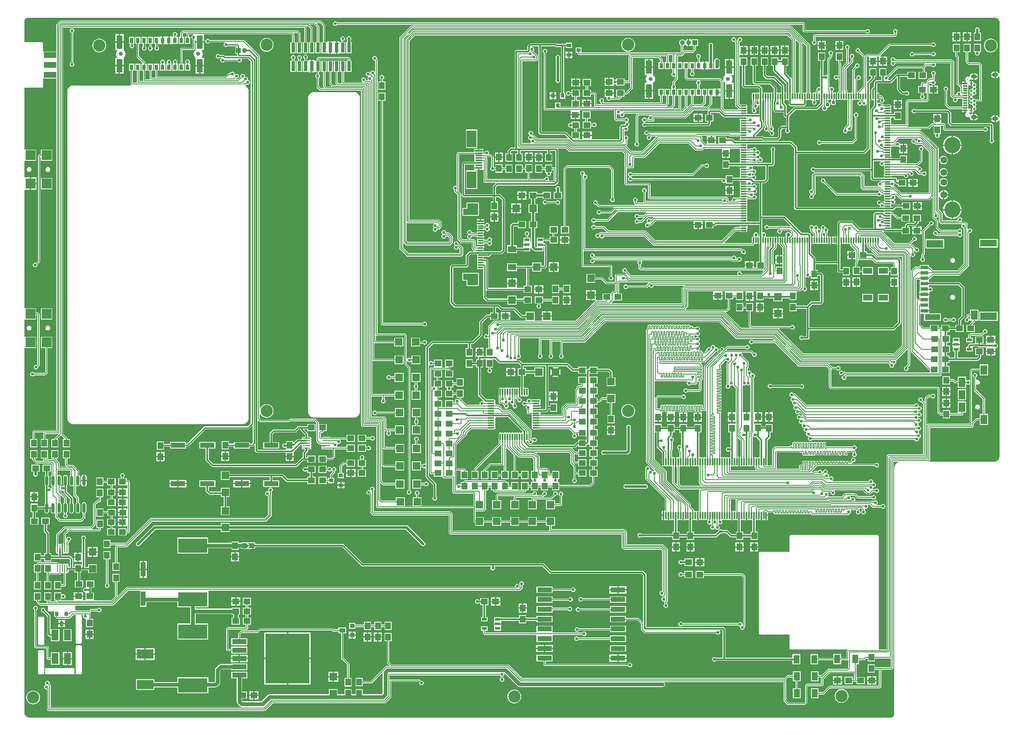
<source format=gbl>
G04*
G04 #@! TF.GenerationSoftware,Altium Limited,Altium Designer,20.1.8 (145)*
G04*
G04 Layer_Physical_Order=2*
G04 Layer_Color=16672372*
%FSAX24Y24*%
%MOIN*%
G70*
G04*
G04 #@! TF.SameCoordinates,7D9F505B-2EBF-4E8E-82AC-92A1240CC430*
G04*
G04*
G04 #@! TF.FilePolarity,Positive*
G04*
G01*
G75*
%ADD11C,0.0100*%
%ADD13C,0.0150*%
%ADD15C,0.0200*%
%ADD17C,0.0120*%
%ADD21R,0.0320X0.0400*%
%ADD23R,0.0600X0.0600*%
%ADD26R,0.0600X0.0600*%
%ADD38C,0.0315*%
%ADD46C,0.0060*%
%ADD47C,0.0300*%
%ADD48C,0.0394*%
%ADD49R,0.0394X0.0394*%
%ADD50C,0.0984*%
%ADD51C,0.0550*%
%ADD52C,0.1300*%
%ADD53C,0.0197*%
%ADD54O,0.0472X0.0330*%
%ADD55C,0.0118*%
%ADD56C,0.0240*%
%ADD57C,0.0300*%
%ADD58R,0.0450X0.0550*%
%ADD59R,0.0550X0.0450*%
%ADD60R,0.0984X0.0472*%
%ADD61R,0.0551X0.0768*%
%ADD62R,0.1378X0.0591*%
%ADD63R,0.1378X0.0551*%
%ADD64R,0.1378X0.0630*%
%ADD65R,0.1220X0.0472*%
%ADD66R,0.0630X0.0315*%
%ADD67R,0.0335X0.0118*%
%ADD68R,0.1181X0.0394*%
%ADD69R,0.1181X0.0394*%
%ADD70R,0.3543X0.4016*%
%ADD71R,0.1181X0.0420*%
%ADD72R,0.1181X0.0394*%
%ADD73R,0.0472X0.1083*%
%ADD74R,0.0315X0.0433*%
%ADD75R,0.0291X0.0787*%
%ADD76R,0.0394X0.1181*%
%ADD77O,0.0118X0.0472*%
%ADD78R,0.0118X0.0472*%
%ADD79O,0.0472X0.0118*%
%ADD80O,0.0118X0.0630*%
%ADD81O,0.0650X0.0098*%
%ADD82R,0.0360X0.0360*%
%ADD83R,0.0500X0.0360*%
%ADD84R,0.1335X0.0772*%
%ADD85R,0.2362X0.1181*%
%ADD86R,0.0787X0.0787*%
%ADD87R,0.0500X0.0700*%
%ADD88R,0.0315X0.0354*%
%ADD89R,0.0551X0.0866*%
%ADD90R,0.0354X0.0315*%
%ADD91O,0.0118X0.0591*%
%ADD92O,0.0591X0.0118*%
%ADD93R,0.0591X0.0118*%
%ADD94R,0.0748X0.0512*%
%ADD95O,0.0240X0.0800*%
%ADD96O,0.0098X0.0650*%
%ADD97O,0.0098X0.0728*%
%ADD98R,0.0413X0.0236*%
%ADD99R,0.0787X0.1378*%
%ADD100R,0.0555X0.0118*%
%ADD101R,0.0394X0.0118*%
%ADD102R,0.0394X0.0394*%
%ADD103R,0.0700X0.0500*%
G36*
X088387Y066924D02*
X088484Y066884D01*
X088568Y066820D01*
X088632Y066736D01*
X088672Y066639D01*
X088685Y066539D01*
X088683Y066531D01*
X088683Y062459D01*
X088633Y062449D01*
X088632Y062451D01*
X088589Y062506D01*
X088534Y062548D01*
X088470Y062575D01*
X088400Y062584D01*
X088379D01*
Y062317D01*
Y062050D01*
X088400D01*
X088470Y062059D01*
X088534Y062085D01*
X088589Y062128D01*
X088632Y062183D01*
X088633Y062185D01*
X088683Y062175D01*
X088682Y058925D01*
X088632Y058915D01*
X088632Y058915D01*
X088589Y058970D01*
X088534Y059013D01*
X088470Y059040D01*
X088400Y059049D01*
X088379D01*
Y058781D01*
Y058514D01*
X088400D01*
X088470Y058523D01*
X088534Y058550D01*
X088589Y058593D01*
X088632Y058648D01*
X088632Y058648D01*
X088682Y058638D01*
X088677Y031612D01*
X088676Y031563D01*
Y031563D01*
X088672Y031515D01*
X088663Y031441D01*
X088620Y031338D01*
X088552Y031249D01*
X088463Y031181D01*
X088359Y031138D01*
X088259Y031125D01*
X088259Y031125D01*
Y031125D01*
X088210Y031121D01*
X083030Y031121D01*
X083017Y031144D01*
X083011Y031171D01*
X083040Y031200D01*
X083060Y031229D01*
X083067Y031265D01*
Y033863D01*
X086424D01*
X086459Y033870D01*
X086488Y033890D01*
X086547Y033949D01*
X086567Y033979D01*
X086574Y034014D01*
Y034159D01*
X086860Y034444D01*
X087076D01*
Y034092D01*
X087747D01*
Y034979D01*
X087503D01*
Y036211D01*
X087496Y036246D01*
X087476Y036276D01*
X086785Y036967D01*
Y037341D01*
X086829Y037364D01*
X086838Y037358D01*
X086911Y037344D01*
X086985Y037358D01*
X087047Y037400D01*
X087088Y037462D01*
X087103Y037535D01*
X087088Y037609D01*
X087047Y037671D01*
X086985Y037712D01*
X086911Y037727D01*
X086838Y037712D01*
X086829Y037707D01*
X086785Y037730D01*
Y037940D01*
X086828Y037968D01*
X086868Y038028D01*
X086882Y038098D01*
X086868Y038168D01*
X086828Y038228D01*
X086768Y038267D01*
X086698Y038281D01*
X086628Y038267D01*
X086568Y038228D01*
X086529Y038168D01*
X086515Y038098D01*
X086529Y038028D01*
X086568Y037968D01*
X086602Y037946D01*
Y036929D01*
X086609Y036893D01*
X086629Y036864D01*
X087320Y036173D01*
Y034979D01*
X087076D01*
Y034627D01*
X086821D01*
X086786Y034620D01*
X086757Y034600D01*
X086501Y034344D01*
X086454Y034363D01*
Y038401D01*
X086497Y038444D01*
X087076D01*
Y038092D01*
X087747D01*
Y038979D01*
X087076D01*
Y038627D01*
X086459D01*
X086424Y038620D01*
X086394Y038600D01*
X086298Y038504D01*
X086278Y038474D01*
X086271Y038439D01*
Y037717D01*
X086221Y037690D01*
X086205Y037700D01*
X086135Y037714D01*
X086065Y037700D01*
X086047Y037688D01*
X085997Y037715D01*
Y037979D01*
X085326D01*
Y037627D01*
X085182D01*
X085055Y037754D01*
X085025Y037774D01*
X084990Y037781D01*
X084670D01*
Y038024D01*
X084100D01*
Y037354D01*
X084670D01*
Y037597D01*
X084952D01*
X085079Y037471D01*
X085109Y037451D01*
X085144Y037444D01*
X085326D01*
Y037092D01*
X085997D01*
Y037346D01*
X086047Y037373D01*
X086065Y037361D01*
X086135Y037347D01*
X086205Y037361D01*
X086221Y037371D01*
X086271Y037345D01*
Y034174D01*
X082890D01*
X082877Y034172D01*
X082827Y034204D01*
Y036195D01*
X082959Y036327D01*
X083152D01*
X083177Y036289D01*
X083237Y036249D01*
X083307Y036235D01*
X083377Y036249D01*
X083437Y036289D01*
X083477Y036349D01*
X083491Y036419D01*
X083477Y036489D01*
X083437Y036549D01*
X083377Y036588D01*
X083307Y036602D01*
X083237Y036588D01*
X083177Y036549D01*
X083152Y036511D01*
X082921D01*
X082886Y036504D01*
X082856Y036484D01*
X082670Y036298D01*
X082650Y036268D01*
X082643Y036233D01*
Y035986D01*
X082597Y035966D01*
X082489Y036074D01*
X082497Y036111D01*
X082483Y036181D01*
X082443Y036241D01*
X082384Y036280D01*
X082313Y036294D01*
X082243Y036280D01*
X082184Y036241D01*
X082144Y036181D01*
X082130Y036111D01*
X082144Y036041D01*
X082184Y035981D01*
X082243Y035941D01*
X082313Y035927D01*
X082366Y035938D01*
X082523Y035781D01*
Y031715D01*
X079703D01*
X079667Y031708D01*
X079638Y031688D01*
X079596Y031646D01*
X079576Y031616D01*
X079569Y031581D01*
Y015997D01*
X078964D01*
X078951Y016012D01*
X078932Y016047D01*
X078937Y016070D01*
X078937Y025130D01*
X078930Y025163D01*
X078911Y025191D01*
X078883Y025210D01*
X078850Y025216D01*
X071849D01*
X071816Y025210D01*
X071788Y025191D01*
X071769Y025163D01*
X071763Y025130D01*
Y024739D01*
X071762Y024733D01*
X071763Y024733D01*
Y023903D01*
X071727Y023867D01*
X069369Y023867D01*
X069349Y023863D01*
X069336Y023861D01*
X069336Y023861D01*
X069336Y023861D01*
X069320Y023850D01*
X069308Y023842D01*
X069308Y023842D01*
X069308Y023842D01*
X069299Y023828D01*
X069289Y023814D01*
X069289Y023814D01*
X069289Y023814D01*
X069286Y023798D01*
X069283Y023781D01*
X069280Y017281D01*
X069280Y017281D01*
X069280Y017281D01*
X069283Y017264D01*
X069287Y017248D01*
X069287Y017248D01*
X069287Y017248D01*
X069296Y017234D01*
X069306Y017219D01*
X069306Y017219D01*
X069306Y017219D01*
X069320Y017210D01*
X069334Y017201D01*
X069334Y017201D01*
X069334Y017201D01*
X069350Y017197D01*
X069367Y017194D01*
X069367Y017194D01*
X069367Y017194D01*
X071763D01*
Y016470D01*
X071762Y016465D01*
X071763Y016460D01*
Y016070D01*
X071769Y016037D01*
X071788Y016009D01*
X071816Y015990D01*
X071849Y015983D01*
X076426Y015983D01*
X076447Y015933D01*
X076365Y015851D01*
X076345Y015821D01*
X076338Y015786D01*
Y015298D01*
X075907D01*
Y015617D01*
X075287D01*
Y015298D01*
X074063D01*
Y015607D01*
X073443D01*
Y014787D01*
X074063D01*
Y015115D01*
X075287D01*
Y014797D01*
X075907D01*
Y015115D01*
X076394D01*
X076430Y015122D01*
X076448Y015134D01*
X076484Y015122D01*
X076498Y015110D01*
Y014495D01*
X076421Y014419D01*
X074878D01*
X074843Y014412D01*
X074813Y014392D01*
X074342Y013921D01*
X074099D01*
Y014239D01*
X073479D01*
Y013419D01*
X074099D01*
Y013737D01*
X074324D01*
X074345Y013687D01*
X074325Y013667D01*
X074305Y013637D01*
X074298Y013602D01*
Y013219D01*
X073142D01*
X073107Y013212D01*
X073077Y013192D01*
X073042Y013156D01*
X073022Y013127D01*
X073015Y013092D01*
Y011797D01*
X072925Y011706D01*
X071662D01*
X071471Y011897D01*
Y013425D01*
X071464Y013460D01*
X071456Y013472D01*
X071448Y013500D01*
X071462Y013543D01*
X071656Y013737D01*
X072029D01*
Y013419D01*
X072248D01*
Y012861D01*
X072029D01*
Y012041D01*
X072649D01*
Y012861D01*
X072431D01*
Y013419D01*
X072649D01*
Y014239D01*
X072029D01*
Y013921D01*
X071618D01*
X071583Y013914D01*
X071553Y013894D01*
X071338Y013679D01*
X050197D01*
X049134Y014742D01*
X049105Y014762D01*
X049070Y014769D01*
X039685D01*
X039487Y014966D01*
Y016664D01*
X039680D01*
Y017334D01*
X039110D01*
Y016664D01*
X039303D01*
Y014928D01*
X039310Y014893D01*
X039330Y014863D01*
X039505Y014689D01*
X039486Y014643D01*
X039250D01*
X039214Y014636D01*
X039185Y014616D01*
X038001Y013433D01*
X037345D01*
Y013683D01*
X036775D01*
Y013013D01*
X037345D01*
Y013249D01*
X038039D01*
X038075Y013256D01*
X038104Y013276D01*
X038913Y014085D01*
X038959Y014065D01*
Y012437D01*
X038909Y012386D01*
X037345D01*
Y012783D01*
X036775D01*
Y012386D01*
X036466D01*
Y012776D01*
X035896D01*
Y012386D01*
X035333D01*
Y012790D01*
X034613D01*
Y012386D01*
X029849D01*
X029768Y012370D01*
X029698Y012324D01*
X029184Y011810D01*
X027666D01*
X027616Y011860D01*
Y012008D01*
X028012D01*
Y012578D01*
X027616D01*
Y013657D01*
X028052D01*
Y014197D01*
X026751D01*
Y013657D01*
X027187D01*
Y011772D01*
X027204Y011690D01*
X027250Y011620D01*
X027426Y011444D01*
X027495Y011398D01*
X027544Y011388D01*
X027539Y011338D01*
X012205D01*
Y013103D01*
X012198Y013138D01*
X012179Y013168D01*
X012107Y013239D01*
X012116Y013284D01*
X012102Y013354D01*
X012063Y013413D01*
X012003Y013453D01*
X011933Y013467D01*
X011863Y013453D01*
X011803Y013413D01*
X011763Y013354D01*
X011749Y013284D01*
X011763Y013213D01*
X011784Y013183D01*
X011784Y013136D01*
X011769Y013122D01*
X011725Y013092D01*
X011685Y013033D01*
X011671Y012963D01*
X011685Y012892D01*
X011725Y012833D01*
X011784Y012793D01*
X011854Y012779D01*
X011902Y012738D01*
Y011162D01*
X011909Y011127D01*
X011929Y011097D01*
X011964Y011062D01*
X011994Y011042D01*
X012029Y011035D01*
X029456D01*
X029491Y011042D01*
X029521Y011062D01*
X030119Y011660D01*
X039169D01*
X039204Y011667D01*
X039233Y011687D01*
X039639Y012092D01*
X039659Y012122D01*
X039666Y012157D01*
Y013379D01*
X041881D01*
X041918Y013342D01*
X041909Y013297D01*
X041923Y013227D01*
X041963Y013167D01*
X042022Y013128D01*
X042093Y013114D01*
X042163Y013128D01*
X042222Y013167D01*
X042262Y013227D01*
X042276Y013297D01*
X042262Y013367D01*
X042222Y013427D01*
X042163Y013467D01*
X042093Y013481D01*
X042048Y013472D01*
X041984Y013535D01*
X041954Y013555D01*
X041919Y013562D01*
X039609D01*
X039578Y013556D01*
X039571Y013557D01*
X039528Y013585D01*
Y013889D01*
X048418D01*
X048443Y013851D01*
X048481Y013826D01*
Y013716D01*
X048443Y013691D01*
X048403Y013631D01*
X048389Y013561D01*
X048403Y013491D01*
X048443Y013431D01*
X048503Y013391D01*
X048573Y013377D01*
X048643Y013391D01*
X048703Y013431D01*
X048742Y013491D01*
X048756Y013561D01*
X048742Y013631D01*
X048703Y013691D01*
X048665Y013716D01*
Y013826D01*
X048703Y013851D01*
X048742Y013911D01*
X048756Y013981D01*
X048750Y014011D01*
X048787Y014064D01*
X048805Y014067D01*
X049844Y013028D01*
X049914Y012981D01*
X049996Y012965D01*
X061506D01*
X061588Y012981D01*
X061657Y013028D01*
X061704Y013097D01*
X061720Y013179D01*
X061704Y013261D01*
X061666Y013318D01*
X061684Y013368D01*
X071288D01*
Y011859D01*
X071295Y011824D01*
X071315Y011794D01*
X071559Y011549D01*
X071589Y011529D01*
X071624Y011522D01*
X072963D01*
X072998Y011529D01*
X073027Y011549D01*
X073172Y011694D01*
X073192Y011723D01*
X073199Y011759D01*
Y013035D01*
X074355D01*
X074390Y013042D01*
X074419Y013062D01*
X074455Y013097D01*
X074475Y013127D01*
X074482Y013162D01*
Y013564D01*
X074997Y014080D01*
X076955D01*
Y013576D01*
X076851D01*
Y013774D01*
X076181D01*
Y013204D01*
X076851D01*
Y013392D01*
X077151D01*
Y013199D01*
X077821D01*
Y013769D01*
X077151D01*
X077139Y013814D01*
Y014172D01*
Y014797D01*
X077357D01*
Y015115D01*
X077746D01*
X077781Y015122D01*
X077811Y015142D01*
X077936Y015267D01*
X078061D01*
Y015024D01*
X078631D01*
Y015267D01*
X079837D01*
X079872Y015274D01*
X079879Y015278D01*
X079929Y015252D01*
Y014570D01*
X079909Y014550D01*
X078631D01*
Y014794D01*
X078061D01*
Y014124D01*
X078631D01*
Y014367D01*
X078954D01*
Y013042D01*
X074978D01*
X074942Y013035D01*
X074913Y013015D01*
X074440Y012543D01*
X074099D01*
Y012861D01*
X073479D01*
Y012041D01*
X074099D01*
Y012359D01*
X074478D01*
X074513Y012366D01*
X074543Y012386D01*
X075016Y012858D01*
X079010D01*
X079045Y012865D01*
X079075Y012885D01*
X079110Y012920D01*
X079130Y012950D01*
X079137Y012985D01*
Y014367D01*
X079947D01*
X079983Y014374D01*
X080012Y014394D01*
X080085Y014467D01*
X080105Y014497D01*
X080112Y014532D01*
Y031138D01*
X080512D01*
X080522Y031088D01*
X080443Y031055D01*
X080337Y030974D01*
X080255Y030867D01*
X080204Y030743D01*
X080188Y030620D01*
X080188Y030620D01*
X080189Y030571D01*
X080189Y010821D01*
X080183Y010772D01*
X080183D01*
X080183Y010772D01*
X080174Y010708D01*
X080144Y010634D01*
X080096Y010572D01*
X080033Y010524D01*
X079978Y010501D01*
X010527Y010501D01*
X010477Y010501D01*
X010477Y010501D01*
Y010501D01*
X010429Y010507D01*
X010375Y010514D01*
X010281Y010553D01*
X010201Y010614D01*
X010139Y010695D01*
X010100Y010789D01*
X010087Y010889D01*
X010087D01*
X010087Y010889D01*
X010084Y040261D01*
X010134Y040298D01*
X011024D01*
Y041205D01*
X010134D01*
X010117Y041205D01*
X010084Y041242D01*
X010084Y042562D01*
X010134Y042598D01*
X011024D01*
Y042960D01*
X011118D01*
Y038968D01*
X011071Y038921D01*
X011026Y038930D01*
X010956Y038916D01*
X010896Y038876D01*
X010857Y038817D01*
X010843Y038746D01*
X010857Y038676D01*
X010896Y038617D01*
X010956Y038577D01*
X011026Y038563D01*
X011096Y038577D01*
X011156Y038617D01*
X011196Y038676D01*
X011210Y038746D01*
X011201Y038791D01*
X011275Y038865D01*
X011294Y038895D01*
X011301Y038930D01*
Y043016D01*
X011294Y043052D01*
X011275Y043081D01*
X011239Y043116D01*
X011210Y043136D01*
X011175Y043143D01*
X011024D01*
Y043505D01*
X010134D01*
X010117Y043505D01*
X010084Y043542D01*
X010083Y053018D01*
X010118Y053053D01*
X010522D01*
Y053547D01*
Y054041D01*
X010083D01*
X010083Y055360D01*
X010133Y055393D01*
X011026D01*
Y056301D01*
X010132D01*
X010119Y056301D01*
X010082Y056334D01*
X010082Y056993D01*
X010082Y056993D01*
X010082Y061238D01*
X010117Y061274D01*
X011496D01*
X011529Y061280D01*
X011557Y061299D01*
X011576Y061327D01*
X011582Y061360D01*
Y061969D01*
X011594Y062014D01*
X011632Y062014D01*
X012653D01*
Y033666D01*
X010873D01*
X010838Y033659D01*
X010808Y033639D01*
X010773Y033604D01*
X010753Y033574D01*
X010746Y033539D01*
Y032962D01*
X010553D01*
Y032292D01*
X011123D01*
Y032962D01*
X010929D01*
Y033483D01*
X011589D01*
X011600Y033470D01*
X011621Y033433D01*
X011616Y033410D01*
Y032962D01*
X011406D01*
Y032292D01*
X011976D01*
Y032962D01*
X011800D01*
Y033353D01*
X012781D01*
X012802Y033303D01*
X012520Y033021D01*
X012500Y032992D01*
X012494Y032962D01*
X012260D01*
Y032292D01*
X012830D01*
Y032962D01*
X012785D01*
X012766Y033008D01*
X013000Y033241D01*
X013066Y033237D01*
X013295Y033008D01*
X013276Y032962D01*
X013193D01*
Y032292D01*
X013763D01*
Y032962D01*
X013567D01*
X013561Y032992D01*
X013541Y033021D01*
X013198Y033365D01*
Y066135D01*
X032644D01*
Y064973D01*
X032533D01*
Y064066D01*
X032944D01*
Y064973D01*
X032828D01*
Y066192D01*
X032825Y066205D01*
X032857Y066255D01*
X032943D01*
X033148Y066050D01*
Y064973D01*
X033033D01*
Y064066D01*
X033444D01*
Y064973D01*
X033332D01*
Y066088D01*
X033325Y066123D01*
X033305Y066152D01*
X033129Y066329D01*
X033148Y066375D01*
X033451D01*
X033656Y066170D01*
Y064973D01*
X033533D01*
Y064066D01*
X033944D01*
Y064973D01*
X033840D01*
Y066208D01*
X033833Y066243D01*
X033813Y066272D01*
X033636Y066449D01*
X033656Y066495D01*
X033938D01*
X034143Y066290D01*
Y064973D01*
X034033D01*
Y064066D01*
X034443D01*
X034444Y064066D01*
X034493Y064063D01*
Y064026D01*
X034688D01*
Y064520D01*
Y065013D01*
X034493D01*
Y064977D01*
X034444Y064973D01*
X034443Y064973D01*
X034327D01*
Y066328D01*
X034320Y066363D01*
X034300Y066392D01*
X034041Y066652D01*
X034011Y066672D01*
X033976Y066679D01*
X012992D01*
X012957Y066672D01*
X012927Y066652D01*
X012680Y066405D01*
X012660Y066375D01*
X012653Y066340D01*
Y064206D01*
X011632D01*
X011594Y064206D01*
X011582Y064252D01*
Y064860D01*
X011576Y064893D01*
X011557Y064922D01*
X011529Y064940D01*
X011496Y064947D01*
X010082D01*
X010082Y066576D01*
X010083Y066625D01*
Y066625D01*
X010088Y066673D01*
X010093Y066706D01*
X010123Y066780D01*
X010172Y066843D01*
X010235Y066892D01*
X010308Y066922D01*
X010385Y066932D01*
X010385Y066932D01*
Y066932D01*
X010386Y066933D01*
X088283Y066933D01*
X088297Y066936D01*
X088387Y066924D01*
D02*
G37*
%LPC*%
G36*
X035133Y066646D02*
X035062Y066633D01*
X035003Y066593D01*
X034963Y066533D01*
X034949Y066463D01*
X034963Y066393D01*
X035003Y066333D01*
X035062Y066293D01*
X035133Y066279D01*
X035203Y066293D01*
X035262Y066333D01*
X035288Y066371D01*
X072810D01*
Y065902D01*
X072817Y065867D01*
X072837Y065837D01*
X072907Y065767D01*
X072937Y065747D01*
X072972Y065740D01*
X077894D01*
X077919Y065702D01*
X077979Y065662D01*
X078049Y065648D01*
X078119Y065662D01*
X078179Y065702D01*
X078219Y065761D01*
X078233Y065832D01*
X078219Y065902D01*
X078179Y065961D01*
X078119Y066001D01*
X078049Y066015D01*
X077979Y066001D01*
X077919Y065961D01*
X077894Y065923D01*
X073010D01*
X072994Y065940D01*
Y066428D01*
X072987Y066463D01*
X072967Y066493D01*
X072932Y066528D01*
X072902Y066548D01*
X072867Y066555D01*
X035288D01*
X035262Y066593D01*
X035203Y066633D01*
X035133Y066646D01*
D02*
G37*
G36*
X086377Y065768D02*
X086102D01*
Y065443D01*
X086377D01*
Y065768D01*
D02*
G37*
G36*
X086002D02*
X085727D01*
Y065443D01*
X086002D01*
Y065768D01*
D02*
G37*
G36*
X085532Y065761D02*
X085257D01*
Y065436D01*
X085532D01*
Y065761D01*
D02*
G37*
G36*
X085157D02*
X084882D01*
Y065436D01*
X085157D01*
Y065761D01*
D02*
G37*
G36*
X022221Y065786D02*
X022150Y065772D01*
X022091Y065732D01*
X022051Y065673D01*
X022037Y065603D01*
X022051Y065532D01*
X022091Y065473D01*
X022117Y065455D01*
X022120Y065402D01*
X022093Y065375D01*
X022013Y065375D01*
X021988Y065415D01*
Y065415D01*
X021780D01*
Y065098D01*
Y064782D01*
X021988D01*
Y064782D01*
X022013Y064822D01*
X022038Y064822D01*
X022448D01*
Y065375D01*
X022312D01*
Y065447D01*
X022350Y065473D01*
X022390Y065532D01*
X022404Y065603D01*
X022390Y065673D01*
X022350Y065732D01*
X022291Y065772D01*
X022221Y065786D01*
D02*
G37*
G36*
X086892Y066140D02*
X086822Y066126D01*
X086762Y066086D01*
X086723Y066027D01*
X086709Y065957D01*
X086723Y065886D01*
X086729Y065877D01*
Y065721D01*
X086607D01*
Y065051D01*
X087177D01*
Y065721D01*
X087055D01*
Y065877D01*
X087062Y065886D01*
X087076Y065957D01*
X087062Y066027D01*
X087022Y066086D01*
X086962Y066126D01*
X086892Y066140D01*
D02*
G37*
G36*
X018078Y065612D02*
X017792D01*
Y065020D01*
X018078D01*
Y065612D01*
D02*
G37*
G36*
X017692D02*
X017406D01*
Y065020D01*
X017692D01*
Y065612D01*
D02*
G37*
G36*
X086377Y065343D02*
X086102D01*
Y065018D01*
X086377D01*
Y065343D01*
D02*
G37*
G36*
X086002D02*
X085727D01*
Y065018D01*
X086002D01*
Y065343D01*
D02*
G37*
G36*
X085532Y065336D02*
X085257D01*
Y065011D01*
X085532D01*
Y065336D01*
D02*
G37*
G36*
X085157D02*
X084882D01*
Y065011D01*
X085157D01*
Y065336D01*
D02*
G37*
G36*
X035738Y065424D02*
X035668Y065410D01*
X035608Y065371D01*
X035568Y065311D01*
X035554Y065241D01*
X035568Y065171D01*
X035608Y065111D01*
X035646Y065086D01*
Y064973D01*
X035534D01*
X035533Y064973D01*
X035484Y064977D01*
Y065013D01*
X035288D01*
Y064520D01*
Y064026D01*
X035484D01*
Y064063D01*
X035533Y064066D01*
X035534Y064066D01*
X035944D01*
Y064973D01*
X035830D01*
Y065086D01*
X035868Y065111D01*
X035907Y065171D01*
X035921Y065241D01*
X035907Y065311D01*
X035868Y065371D01*
X035808Y065410D01*
X035738Y065424D01*
D02*
G37*
G36*
X021680Y065415D02*
X021280D01*
Y065098D01*
Y064782D01*
X021680D01*
Y065098D01*
Y065415D01*
D02*
G37*
G36*
X021180D02*
X020973D01*
Y065415D01*
X020948Y065375D01*
X020923Y065375D01*
X020513D01*
Y064822D01*
X020626D01*
Y064605D01*
X020609Y064593D01*
X020569Y064534D01*
X020555Y064464D01*
X020569Y064393D01*
X020609Y064334D01*
X020668Y064294D01*
X020738Y064280D01*
X020809Y064294D01*
X020868Y064334D01*
X020908Y064393D01*
X020922Y064464D01*
X020908Y064534D01*
X020868Y064593D01*
X020850Y064605D01*
Y064787D01*
X020886Y064822D01*
X020948Y064822D01*
X020973Y064782D01*
Y064782D01*
X021180D01*
Y065098D01*
Y065415D01*
D02*
G37*
G36*
X080276Y066010D02*
X080205Y065996D01*
X080146Y065957D01*
X080106Y065897D01*
X080092Y065827D01*
X080106Y065757D01*
X080146Y065697D01*
X080184Y065672D01*
Y065583D01*
X073783D01*
X073748Y065576D01*
X073718Y065556D01*
X073683Y065521D01*
X073663Y065491D01*
X073656Y065456D01*
Y065073D01*
X073618Y065048D01*
X073578Y064988D01*
X073564Y064918D01*
X073578Y064848D01*
X073618Y064788D01*
X073677Y064748D01*
X073747Y064734D01*
X073818Y064748D01*
X073877Y064788D01*
X073917Y064848D01*
X073931Y064918D01*
X073917Y064988D01*
X073877Y065048D01*
X073839Y065073D01*
Y065400D01*
X080240D01*
X080276Y065406D01*
X080305Y065426D01*
X080340Y065462D01*
X080360Y065491D01*
X080367Y065526D01*
Y065672D01*
X080405Y065697D01*
X080445Y065757D01*
X080459Y065827D01*
X080445Y065897D01*
X080405Y065957D01*
X080346Y065996D01*
X080276Y066010D01*
D02*
G37*
G36*
X076096Y065058D02*
X075821D01*
Y064733D01*
X076096D01*
Y065058D01*
D02*
G37*
G36*
X074669D02*
X074394D01*
Y064733D01*
X074669D01*
Y065058D01*
D02*
G37*
G36*
X075721D02*
X075446D01*
Y064733D01*
X075721D01*
Y065058D01*
D02*
G37*
G36*
X074294D02*
X074019D01*
Y064733D01*
X074294D01*
Y065058D01*
D02*
G37*
G36*
X018948Y065375D02*
X018513D01*
Y064822D01*
X018584D01*
X018597Y064797D01*
X018604Y064772D01*
X018568Y064718D01*
X018554Y064648D01*
X018568Y064578D01*
X018607Y064518D01*
X018667Y064478D01*
X018737Y064464D01*
X018807Y064478D01*
X018867Y064518D01*
X018907Y064578D01*
X018921Y064648D01*
X018907Y064718D01*
X018871Y064772D01*
X018877Y064797D01*
X018891Y064822D01*
X018948D01*
Y065375D01*
D02*
G37*
G36*
X071698Y064674D02*
X071423D01*
Y064349D01*
X071698D01*
Y064674D01*
D02*
G37*
G36*
X071323D02*
X071048D01*
Y064349D01*
X071323D01*
Y064674D01*
D02*
G37*
G36*
X070879Y064665D02*
X070604D01*
Y064340D01*
X070879D01*
Y064665D01*
D02*
G37*
G36*
X070504D02*
X070229D01*
Y064340D01*
X070504D01*
Y064665D01*
D02*
G37*
G36*
X069230Y064657D02*
X068955D01*
Y064332D01*
X069230D01*
Y064657D01*
D02*
G37*
G36*
X068855D02*
X068580D01*
Y064332D01*
X068855D01*
Y064657D01*
D02*
G37*
G36*
X070063D02*
X069788D01*
Y064332D01*
X070063D01*
Y064657D01*
D02*
G37*
G36*
X068101D02*
Y064332D01*
X068376D01*
Y064657D01*
X068101D01*
D02*
G37*
G36*
X069688D02*
X069413D01*
Y064332D01*
X069688D01*
Y064657D01*
D02*
G37*
G36*
X024555Y064920D02*
X024218D01*
X023882D01*
Y064329D01*
X023882Y064329D01*
X023882D01*
X023849Y064295D01*
X023833Y064283D01*
X023773Y064205D01*
X023735Y064114D01*
X023722Y064016D01*
X023735Y063918D01*
X023773Y063827D01*
X023833Y063748D01*
X023849Y063736D01*
X023882Y063702D01*
X023882D01*
X023882Y063702D01*
Y063111D01*
X024218D01*
X024555D01*
Y063702D01*
X024383D01*
X024377Y063722D01*
X024371Y063752D01*
X024428Y063827D01*
X024466Y063918D01*
X024479Y064016D01*
X024466Y064114D01*
X024428Y064205D01*
X024371Y064279D01*
X024377Y064310D01*
X024383Y064329D01*
X024555D01*
Y064920D01*
D02*
G37*
G36*
X076096Y064633D02*
X075821D01*
Y064308D01*
X076096D01*
Y064633D01*
D02*
G37*
G36*
X075721D02*
X075446D01*
Y064308D01*
X075721D01*
Y064633D01*
D02*
G37*
G36*
X074669D02*
X074394D01*
Y064308D01*
X074669D01*
Y064633D01*
D02*
G37*
G36*
X074294D02*
X074019D01*
Y064308D01*
X074294D01*
Y064633D01*
D02*
G37*
G36*
X019948Y065375D02*
X019513D01*
Y064822D01*
X019627D01*
Y064611D01*
X019609Y064599D01*
X019570Y064540D01*
X019556Y064469D01*
X019570Y064399D01*
X019609Y064340D01*
X019669Y064300D01*
X019739Y064286D01*
X019809Y064300D01*
X019869Y064340D01*
X019909Y064399D01*
X019923Y064469D01*
X019909Y064540D01*
X019869Y064599D01*
X019851Y064611D01*
Y064822D01*
X019948D01*
Y065375D01*
D02*
G37*
G36*
X020448D02*
X020013D01*
Y064822D01*
X020141D01*
Y064609D01*
X020103Y064584D01*
X020063Y064524D01*
X020049Y064454D01*
X020063Y064384D01*
X020103Y064324D01*
X020163Y064285D01*
X020233Y064271D01*
X020303Y064285D01*
X020363Y064324D01*
X020403Y064384D01*
X020417Y064454D01*
X020403Y064524D01*
X020363Y064584D01*
X020325Y064609D01*
Y064822D01*
X020448D01*
Y065375D01*
D02*
G37*
G36*
X058744Y065301D02*
X058600Y065282D01*
X058466Y065226D01*
X058350Y065138D01*
X058262Y065023D01*
X058206Y064888D01*
X058187Y064744D01*
X058206Y064600D01*
X058262Y064466D01*
X058350Y064350D01*
X058466Y064262D01*
X058600Y064206D01*
X058744Y064187D01*
X058888Y064206D01*
X059023Y064262D01*
X059138Y064350D01*
X059226Y064466D01*
X059282Y064600D01*
X059301Y064744D01*
X059282Y064888D01*
X059226Y065023D01*
X059138Y065138D01*
X059023Y065226D01*
X058888Y065282D01*
X058744Y065301D01*
D02*
G37*
G36*
X029609D02*
X029465Y065282D01*
X029330Y065226D01*
X029215Y065138D01*
X029127Y065023D01*
X029071Y064888D01*
X029052Y064744D01*
X029071Y064600D01*
X029127Y064466D01*
X029215Y064350D01*
X029330Y064262D01*
X029465Y064206D01*
X029609Y064187D01*
X029753Y064206D01*
X029887Y064262D01*
X030003Y064350D01*
X030091Y064466D01*
X030147Y064600D01*
X030166Y064744D01*
X030147Y064888D01*
X030091Y065023D01*
X030003Y065138D01*
X029887Y065226D01*
X029753Y065282D01*
X029609Y065301D01*
D02*
G37*
G36*
X087972Y065242D02*
X087828Y065223D01*
X087694Y065167D01*
X087579Y065079D01*
X087490Y064963D01*
X087435Y064829D01*
X087416Y064685D01*
X087435Y064541D01*
X087490Y064407D01*
X087579Y064291D01*
X087694Y064203D01*
X087828Y064147D01*
X087972Y064128D01*
X088117Y064147D01*
X088251Y064203D01*
X088366Y064291D01*
X088455Y064407D01*
X088510Y064541D01*
X088529Y064685D01*
X088510Y064829D01*
X088455Y064963D01*
X088366Y065079D01*
X088251Y065167D01*
X088117Y065223D01*
X087972Y065242D01*
D02*
G37*
G36*
X016122D02*
X015978Y065223D01*
X015844Y065167D01*
X015728Y065079D01*
X015640Y064963D01*
X015584Y064829D01*
X015565Y064685D01*
X015584Y064541D01*
X015640Y064407D01*
X015728Y064291D01*
X015844Y064203D01*
X015978Y064147D01*
X016122Y064128D01*
X016266Y064147D01*
X016400Y064203D01*
X016516Y064291D01*
X016604Y064407D01*
X016660Y064541D01*
X016679Y064685D01*
X016660Y064829D01*
X016604Y064963D01*
X016516Y065079D01*
X016400Y065167D01*
X016266Y065223D01*
X016122Y065242D01*
D02*
G37*
G36*
X083356Y064191D02*
X083286Y064177D01*
X083227Y064137D01*
X083201Y064099D01*
X081777D01*
X081762Y064122D01*
X081702Y064162D01*
X081632Y064176D01*
X081562Y064162D01*
X081502Y064122D01*
X081462Y064063D01*
X081449Y063992D01*
X081462Y063922D01*
X081502Y063863D01*
X081562Y063823D01*
X081632Y063809D01*
X081702Y063823D01*
X081762Y063863D01*
X081797Y063916D01*
X083201D01*
X083227Y063878D01*
X083286Y063838D01*
X083356Y063824D01*
X083427Y063838D01*
X083486Y063878D01*
X083526Y063937D01*
X083540Y064008D01*
X083526Y064078D01*
X083486Y064137D01*
X083427Y064177D01*
X083356Y064191D01*
D02*
G37*
G36*
X036235Y065424D02*
X036165Y065410D01*
X036106Y065371D01*
X036066Y065311D01*
X036052Y065241D01*
X036066Y065171D01*
X036072Y065161D01*
Y064973D01*
X036033D01*
Y064066D01*
X036444D01*
Y064973D01*
X036398D01*
Y065161D01*
X036405Y065171D01*
X036419Y065241D01*
X036405Y065311D01*
X036365Y065371D01*
X036306Y065410D01*
X036235Y065424D01*
D02*
G37*
G36*
X032119Y065879D02*
X022849D01*
X022814Y065872D01*
X022784Y065852D01*
X022683Y065752D01*
X022663Y065722D01*
X022656Y065687D01*
Y065375D01*
X022513D01*
Y064822D01*
X022948D01*
Y065375D01*
X022840D01*
Y065649D01*
X022887Y065696D01*
X023109D01*
X023141Y065646D01*
X023139Y065632D01*
Y065375D01*
X023013D01*
Y064822D01*
X023448D01*
Y065375D01*
X023322D01*
Y065576D01*
X023697D01*
X023701Y065573D01*
X023697Y065534D01*
X023691Y065520D01*
X023660Y065514D01*
X023601Y065474D01*
X023561Y065415D01*
X023547Y065345D01*
X023561Y065274D01*
X023601Y065215D01*
X023639Y065189D01*
Y064505D01*
X022765D01*
X022730Y064498D01*
X022701Y064478D01*
X022665Y064443D01*
X022646Y064413D01*
X022639Y064378D01*
Y063210D01*
X022513D01*
Y062657D01*
X022948D01*
Y063210D01*
X022822D01*
Y064321D01*
X023695D01*
X023731Y064328D01*
X023760Y064348D01*
X023795Y064383D01*
X023815Y064413D01*
X023822Y064448D01*
Y065145D01*
X023832Y065151D01*
X023882Y065122D01*
Y065020D01*
X024218D01*
X024555D01*
Y065576D01*
X031601D01*
X031656Y065521D01*
Y064973D01*
X031533D01*
Y064066D01*
X031944D01*
Y064973D01*
X031840D01*
Y065559D01*
X031833Y065594D01*
X031813Y065624D01*
X031787Y065650D01*
X031806Y065696D01*
X032081D01*
X032140Y065637D01*
Y064973D01*
X032033D01*
Y064066D01*
X032444D01*
Y064973D01*
X032323D01*
Y065675D01*
X032316Y065710D01*
X032296Y065740D01*
X032184Y065852D01*
X032154Y065872D01*
X032119Y065879D01*
D02*
G37*
G36*
X034993Y065013D02*
X034943Y065013D01*
X034788D01*
Y064520D01*
Y064026D01*
X034943D01*
X034984Y064026D01*
X035034Y064026D01*
X035188D01*
Y064520D01*
Y065013D01*
X035034D01*
X034993Y065013D01*
D02*
G37*
G36*
X054244Y064183D02*
X054017D01*
Y063975D01*
X054244D01*
Y064183D01*
D02*
G37*
G36*
X053917D02*
X053689D01*
Y063975D01*
X053917D01*
Y064183D01*
D02*
G37*
G36*
X071698Y064249D02*
X071423D01*
Y063924D01*
X071698D01*
Y064249D01*
D02*
G37*
G36*
X071323D02*
X071048D01*
Y063924D01*
X071323D01*
Y064249D01*
D02*
G37*
G36*
X070879Y064240D02*
X070604D01*
Y063915D01*
X070879D01*
Y064240D01*
D02*
G37*
G36*
X070504D02*
X070229D01*
Y063915D01*
X070504D01*
Y064240D01*
D02*
G37*
G36*
X070063Y064232D02*
X069788D01*
Y063907D01*
X070063D01*
Y064232D01*
D02*
G37*
G36*
X069688D02*
X069413D01*
Y063907D01*
X069688D01*
Y064232D01*
D02*
G37*
G36*
X069230Y064232D02*
X068955D01*
Y063907D01*
X069230D01*
Y064232D01*
D02*
G37*
G36*
X068855D02*
X068580D01*
Y063907D01*
X068855D01*
Y064232D01*
D02*
G37*
G36*
X068376Y064232D02*
X068101D01*
Y063907D01*
X068376D01*
Y064232D01*
D02*
G37*
G36*
X087177Y064821D02*
X086607D01*
Y064151D01*
X086679D01*
X086716Y064101D01*
X086709Y064063D01*
X086723Y063992D01*
X086762Y063933D01*
X086822Y063893D01*
X086892Y063879D01*
X086962Y063893D01*
X087022Y063933D01*
X087062Y063992D01*
X087076Y064063D01*
X087068Y064101D01*
X087105Y064151D01*
X087177D01*
Y064821D01*
D02*
G37*
G36*
X024843Y065223D02*
X024772Y065209D01*
X024713Y065169D01*
X024673Y065110D01*
X024659Y065039D01*
X024673Y064969D01*
X024713Y064910D01*
X024772Y064870D01*
X024843Y064856D01*
X024913Y064870D01*
X024972Y064910D01*
X024998Y064948D01*
X026209D01*
X026225Y064898D01*
X026189Y064874D01*
X026149Y064814D01*
X026135Y064744D01*
X026149Y064674D01*
X026189Y064614D01*
X026249Y064575D01*
X026319Y064561D01*
X026389Y064575D01*
X026449Y064614D01*
X026460Y064632D01*
X027215D01*
X027219Y064628D01*
Y064547D01*
X027074D01*
Y064033D01*
X027219D01*
Y063955D01*
X027219Y063955D01*
X027228Y063912D01*
X027237Y063899D01*
X027210Y063849D01*
X026257D01*
X026216Y063889D01*
X026180Y063914D01*
X026137Y063922D01*
X026137Y063922D01*
X025831D01*
X025819Y063940D01*
X025760Y063980D01*
X025690Y063994D01*
X025619Y063980D01*
X025560Y063940D01*
X025520Y063880D01*
X025506Y063810D01*
X025520Y063740D01*
X025560Y063680D01*
X025619Y063641D01*
X025690Y063627D01*
X025760Y063641D01*
X025819Y063680D01*
X025831Y063698D01*
X025939D01*
X025955Y063648D01*
X025933Y063634D01*
X025893Y063574D01*
X025879Y063504D01*
X025893Y063434D01*
X025933Y063374D01*
X025993Y063334D01*
X026063Y063320D01*
X026133Y063334D01*
X026193Y063374D01*
X026218Y063412D01*
X027266D01*
X027291Y063374D01*
X027351Y063334D01*
X027421Y063320D01*
X027491Y063334D01*
X027551Y063374D01*
X027591Y063434D01*
X027605Y063504D01*
X027591Y063574D01*
X027587Y063580D01*
X027610Y063625D01*
X028112D01*
X028330Y063406D01*
Y035957D01*
X028330Y035957D01*
X028330Y035957D01*
Y034237D01*
X028074Y033980D01*
X024637D01*
X024637Y033980D01*
X024594Y033972D01*
X024558Y033947D01*
X024558Y033947D01*
X023177Y032566D01*
X023111D01*
Y032711D01*
X021810D01*
Y032566D01*
X021328D01*
Y032770D01*
X020758D01*
Y032100D01*
X021328D01*
Y032342D01*
X021810D01*
Y032197D01*
X023111D01*
Y032342D01*
X023223D01*
X023223Y032342D01*
X023266Y032350D01*
X023302Y032375D01*
X024684Y033756D01*
X028120D01*
X028120Y033756D01*
X028163Y033764D01*
X028199Y033789D01*
X028444Y034033D01*
X028490Y034014D01*
Y032684D01*
X028383Y032577D01*
X028259D01*
Y032698D01*
X026958D01*
Y032577D01*
X026555D01*
Y032800D01*
X025985D01*
Y032130D01*
X026555D01*
Y032353D01*
X026958D01*
Y032184D01*
X028259D01*
Y032353D01*
X028430D01*
X028430Y032353D01*
X028472Y032361D01*
X028509Y032386D01*
X028604Y032481D01*
X028650Y032462D01*
Y032034D01*
X028659Y031987D01*
X028686Y031947D01*
X028756Y031877D01*
X028796Y031851D01*
X028843Y031841D01*
X031134D01*
Y031604D01*
X031459D01*
X031784D01*
Y031918D01*
X032362Y032496D01*
X032412D01*
X032443Y032446D01*
X032438Y032421D01*
X032446Y032379D01*
X032461Y032357D01*
X032467Y032323D01*
X032461Y032289D01*
X032446Y032267D01*
X032438Y032224D01*
X032446Y032182D01*
X032470Y032146D01*
X032507Y032122D01*
X032549Y032113D01*
X032690D01*
X032697Y032063D01*
X032561Y031927D01*
X032535Y031887D01*
X032525Y031841D01*
Y031455D01*
X032494D01*
X032447Y031445D01*
X032407Y031419D01*
X031938Y030949D01*
X025307D01*
X024945Y031311D01*
Y032197D01*
X025473D01*
Y032711D01*
X024172D01*
Y032197D01*
X024700D01*
Y031260D01*
X024710Y031213D01*
X024736Y031173D01*
X025169Y030740D01*
X025209Y030714D01*
X025256Y030704D01*
X031988D01*
X032035Y030714D01*
X032075Y030740D01*
X032544Y031210D01*
X032869D01*
Y031047D01*
X033539D01*
Y031617D01*
X032869D01*
Y031455D01*
X032770D01*
Y031790D01*
X032911Y031931D01*
X032938Y031971D01*
X032947Y032018D01*
Y032113D01*
X033100D01*
X033143Y032122D01*
X033179Y032146D01*
X033203Y032182D01*
X033212Y032224D01*
X033203Y032267D01*
X033189Y032289D01*
X033183Y032323D01*
X033189Y032357D01*
X033203Y032379D01*
X033212Y032421D01*
X033203Y032464D01*
X033189Y032486D01*
X033183Y032520D01*
X033189Y032554D01*
X033203Y032576D01*
X033212Y032618D01*
X033203Y032661D01*
X033189Y032682D01*
X033183Y032717D01*
X033189Y032751D01*
X033203Y032772D01*
X033212Y032815D01*
X033203Y032858D01*
X033189Y032879D01*
X033183Y032913D01*
X033189Y032947D01*
X033203Y032969D01*
X033212Y033012D01*
X033203Y033054D01*
X033179Y033091D01*
X033143Y033115D01*
X033100Y033123D01*
X032947D01*
Y033337D01*
X032938Y033383D01*
X032911Y033423D01*
X032635Y033700D01*
X032654Y033746D01*
X032869D01*
Y033600D01*
X033539D01*
Y034170D01*
X032869D01*
Y033990D01*
X032175D01*
X032128Y033981D01*
X032089Y033955D01*
X031859Y033725D01*
X030177D01*
X030130Y033715D01*
X030091Y033689D01*
X029884Y033482D01*
X029857Y033442D01*
X029848Y033396D01*
Y032698D01*
X029320D01*
Y032184D01*
X030621D01*
Y032698D01*
X030093D01*
Y033345D01*
X030228Y033480D01*
X031909D01*
X031956Y033489D01*
X031996Y033516D01*
X032226Y033746D01*
X032328D01*
Y033711D01*
X032338Y033664D01*
X032364Y033624D01*
X032702Y033286D01*
Y033123D01*
X032549D01*
X032507Y033115D01*
X032470Y033091D01*
X032446Y033054D01*
X032438Y033012D01*
X032443Y032987D01*
X032412Y032937D01*
X032104D01*
X032057Y032928D01*
X032017Y032901D01*
X031790Y032674D01*
X031744Y032694D01*
Y032789D01*
X031174D01*
Y032610D01*
X031130Y032587D01*
X031123Y032591D01*
X031053Y032605D01*
X030983Y032591D01*
X030923Y032551D01*
X030884Y032491D01*
X030870Y032421D01*
X030884Y032351D01*
X030923Y032291D01*
X030983Y032252D01*
X031053Y032238D01*
X031123Y032252D01*
X031130Y032256D01*
X031174Y032232D01*
Y032119D01*
X031138Y032086D01*
X028895D01*
Y034434D01*
X028941Y034453D01*
X029051Y034343D01*
X029081Y034323D01*
X029116Y034316D01*
X031401D01*
X031436Y034323D01*
X031466Y034343D01*
X031524Y034401D01*
X033495D01*
X033631Y034266D01*
Y032793D01*
X033638Y032758D01*
X033658Y032728D01*
X033833Y032553D01*
X033863Y032533D01*
X033898Y032526D01*
X033981D01*
X034002Y032487D01*
X034003Y032476D01*
X034002Y032471D01*
X034419D01*
Y032371D01*
X034002D01*
X034003Y032363D01*
X034036Y032314D01*
X034044Y032272D01*
X034041Y032267D01*
X034032Y032224D01*
X034041Y032182D01*
X034065Y032146D01*
X034101Y032122D01*
X034144Y032113D01*
X034695D01*
X034737Y032122D01*
X034754Y032133D01*
X034940D01*
Y031580D01*
X034784Y031424D01*
X034439D01*
Y031617D01*
X033769D01*
Y031047D01*
X034439D01*
Y031240D01*
X034822D01*
X034857Y031247D01*
X034887Y031267D01*
X035097Y031477D01*
X035117Y031507D01*
X035124Y031542D01*
Y032133D01*
X036063D01*
Y031939D01*
X036733D01*
Y032509D01*
X036063D01*
Y032316D01*
X035282D01*
X035268Y032341D01*
X035262Y032366D01*
X035298Y032420D01*
X035311Y032490D01*
X035302Y032537D01*
X035314Y032552D01*
X035344Y032574D01*
X035404Y032563D01*
X035474Y032577D01*
X035533Y032616D01*
X035573Y032676D01*
X035587Y032746D01*
X035573Y032816D01*
X035537Y032870D01*
X035544Y032895D01*
X035557Y032920D01*
X036063D01*
Y032727D01*
X036733D01*
Y033297D01*
X036063D01*
Y033104D01*
X034754D01*
X034737Y033115D01*
X034695Y033123D01*
X034144D01*
X034101Y033115D01*
X034084Y033104D01*
X033989D01*
Y033451D01*
X034069D01*
X034104Y033458D01*
X034134Y033477D01*
X034169Y033513D01*
X034189Y033542D01*
X034196Y033577D01*
Y033600D01*
X034439D01*
Y034170D01*
X033814D01*
Y034304D01*
X033807Y034339D01*
X033787Y034369D01*
X033598Y034558D01*
X033569Y034578D01*
X033533Y034585D01*
X031486D01*
X031451Y034578D01*
X031421Y034558D01*
X031363Y034500D01*
X029154D01*
X029039Y034615D01*
Y035018D01*
X029089Y035028D01*
X029126Y034938D01*
X029215Y034823D01*
X029330Y034734D01*
X029465Y034679D01*
X029609Y034660D01*
X029753Y034679D01*
X029887Y034734D01*
X030002Y034823D01*
X030091Y034938D01*
X030147Y035072D01*
X030166Y035217D01*
X030147Y035361D01*
X030091Y035495D01*
X030002Y035610D01*
X029887Y035699D01*
X029753Y035754D01*
X029609Y035773D01*
X029465Y035754D01*
X029330Y035699D01*
X029215Y035610D01*
X029126Y035495D01*
X029089Y035405D01*
X029039Y035415D01*
X029039Y058888D01*
Y063842D01*
X029032Y063877D01*
X029012Y063907D01*
X027814Y065104D01*
X027785Y065124D01*
X027750Y065131D01*
X024998D01*
X024972Y065169D01*
X024913Y065209D01*
X024843Y065223D01*
D02*
G37*
G36*
X018078Y064920D02*
X017742D01*
X017406D01*
Y064329D01*
X017577D01*
X017584Y064310D01*
X017590Y064279D01*
X017533Y064205D01*
X017495Y064114D01*
X017482Y064016D01*
X017495Y063918D01*
X017533Y063827D01*
X017590Y063752D01*
X017584Y063722D01*
X017577Y063702D01*
X017406D01*
Y063111D01*
X017742D01*
X018078D01*
Y063702D01*
X018078Y063702D01*
X018078D01*
X018112Y063736D01*
X018128Y063748D01*
X018188Y063827D01*
X018226Y063918D01*
X018238Y064016D01*
X018226Y064114D01*
X018188Y064205D01*
X018128Y064283D01*
X018111Y064296D01*
X018078Y064329D01*
X018078D01*
X018078Y064329D01*
Y064920D01*
D02*
G37*
G36*
X054244Y063875D02*
X054017D01*
Y063668D01*
X054244D01*
Y063875D01*
D02*
G37*
G36*
X053917D02*
X053689D01*
Y063668D01*
X053917D01*
Y063875D01*
D02*
G37*
G36*
X079601Y063792D02*
X079326D01*
Y063467D01*
X079601D01*
Y063792D01*
D02*
G37*
G36*
X065410Y064900D02*
X065340Y064886D01*
X065281Y064846D01*
X065241Y064787D01*
X065227Y064716D01*
X065241Y064646D01*
X065247Y064637D01*
Y063385D01*
X065236Y063374D01*
X065174Y063379D01*
X065168Y063389D01*
Y063390D01*
X064960D01*
Y063073D01*
Y062757D01*
X065168D01*
Y062757D01*
X065193Y062797D01*
X065218Y062797D01*
X065628D01*
Y063350D01*
X065574D01*
Y064637D01*
X065580Y064646D01*
X065594Y064716D01*
X065580Y064787D01*
X065540Y064846D01*
X065481Y064886D01*
X065410Y064900D01*
D02*
G37*
G36*
X079601Y063367D02*
X079326D01*
Y063042D01*
X079601D01*
Y063367D01*
D02*
G37*
G36*
X079226D02*
X078951D01*
Y063042D01*
X079226D01*
Y063367D01*
D02*
G37*
G36*
X078804Y063360D02*
X078529D01*
Y063035D01*
X078804D01*
Y063360D01*
D02*
G37*
G36*
X078429D02*
X078154D01*
Y063035D01*
X078429D01*
Y063360D01*
D02*
G37*
G36*
X067235Y063587D02*
X066949D01*
Y062995D01*
X067235D01*
Y063587D01*
D02*
G37*
G36*
X066849D02*
X066562D01*
Y062995D01*
X066849D01*
Y063587D01*
D02*
G37*
G36*
X060758D02*
X060472D01*
Y062995D01*
X060758D01*
Y063587D01*
D02*
G37*
G36*
X060372D02*
X060086D01*
Y062995D01*
X060372D01*
Y063587D01*
D02*
G37*
G36*
X013929Y066063D02*
X013859Y066049D01*
X013799Y066009D01*
X013760Y065950D01*
X013746Y065879D01*
X013760Y065809D01*
X013799Y065750D01*
X013837Y065724D01*
Y063317D01*
X013799Y063291D01*
X013760Y063232D01*
X013746Y063161D01*
X013760Y063091D01*
X013799Y063032D01*
X013859Y062992D01*
X013929Y062978D01*
X013999Y062992D01*
X014059Y063032D01*
X014099Y063091D01*
X014113Y063161D01*
X014099Y063232D01*
X014059Y063291D01*
X014021Y063317D01*
Y065724D01*
X014059Y065750D01*
X014099Y065809D01*
X014113Y065879D01*
X014099Y065950D01*
X014059Y066009D01*
X013999Y066049D01*
X013929Y066063D01*
D02*
G37*
G36*
X065908Y063664D02*
X065826Y063648D01*
X065757Y063601D01*
X065710Y063532D01*
X065694Y063450D01*
Y063350D01*
X065693D01*
Y062797D01*
X066128D01*
Y063350D01*
X066122D01*
Y063450D01*
X066106Y063532D01*
X066059Y063601D01*
X065990Y063648D01*
X065908Y063664D01*
D02*
G37*
G36*
X064428Y064001D02*
X064358Y063988D01*
X064298Y063948D01*
X064259Y063888D01*
X064245Y063818D01*
X064259Y063748D01*
X064298Y063688D01*
X064336Y063663D01*
Y063350D01*
X064193D01*
Y062797D01*
X064603D01*
X064628Y062797D01*
X064653Y062757D01*
Y062757D01*
X064860D01*
Y063073D01*
Y063390D01*
X064653D01*
Y063389D01*
X064628Y063350D01*
X064603Y063350D01*
X064520D01*
Y063663D01*
X064558Y063688D01*
X064598Y063748D01*
X064612Y063818D01*
X064598Y063888D01*
X064558Y063948D01*
X064498Y063988D01*
X064428Y064001D01*
D02*
G37*
G36*
X023233Y063567D02*
X023163Y063553D01*
X023103Y063513D01*
X023063Y063453D01*
X023049Y063383D01*
X023063Y063313D01*
X023099Y063260D01*
X023092Y063233D01*
X023079Y063210D01*
X023013D01*
Y062657D01*
X023448D01*
Y063210D01*
X023387D01*
X023374Y063233D01*
X023367Y063260D01*
X023402Y063313D01*
X023416Y063383D01*
X023402Y063453D01*
X023363Y063513D01*
X023303Y063553D01*
X023233Y063567D01*
D02*
G37*
G36*
X022235Y063564D02*
X022165Y063550D01*
X022105Y063510D01*
X022065Y063450D01*
X022051Y063380D01*
X022065Y063310D01*
X022099Y063260D01*
X022088Y063226D01*
X022077Y063210D01*
X022013D01*
Y062657D01*
X022448D01*
Y063210D01*
X022393D01*
X022382Y063226D01*
X022371Y063260D01*
X022404Y063310D01*
X022418Y063380D01*
X022404Y063450D01*
X022365Y063510D01*
X022305Y063550D01*
X022235Y063564D01*
D02*
G37*
G36*
X021736Y063537D02*
X021666Y063523D01*
X021606Y063484D01*
X021566Y063424D01*
X021552Y063354D01*
X021566Y063284D01*
X021582Y063260D01*
X021556Y063210D01*
X021513D01*
Y062657D01*
X021948D01*
Y063210D01*
X021916D01*
X021889Y063260D01*
X021905Y063284D01*
X021919Y063354D01*
X021905Y063424D01*
X021866Y063484D01*
X021806Y063523D01*
X021736Y063537D01*
D02*
G37*
G36*
X021229Y063553D02*
X021159Y063539D01*
X021099Y063499D01*
X021059Y063440D01*
X021045Y063370D01*
X021059Y063299D01*
X021086Y063260D01*
X021061Y063210D01*
X021013D01*
Y062657D01*
X021448D01*
Y063210D01*
X021397D01*
X021372Y063260D01*
X021399Y063299D01*
X021412Y063370D01*
X021399Y063440D01*
X021359Y063499D01*
X021299Y063539D01*
X021229Y063553D01*
D02*
G37*
G36*
X032252Y063897D02*
X032182Y063883D01*
X032122Y063844D01*
X032083Y063784D01*
X032069Y063714D01*
X032083Y063644D01*
X032122Y063584D01*
X032160Y063559D01*
Y063473D01*
X032033D01*
Y062566D01*
X032444D01*
Y063473D01*
X032344D01*
Y063559D01*
X032382Y063584D01*
X032422Y063644D01*
X032436Y063714D01*
X032422Y063784D01*
X032382Y063844D01*
X032322Y063883D01*
X032252Y063897D01*
D02*
G37*
G36*
X031748Y063922D02*
X031678Y063908D01*
X031618Y063868D01*
X031578Y063808D01*
X031564Y063738D01*
X031578Y063668D01*
X031618Y063608D01*
X031656Y063583D01*
Y063473D01*
X031533D01*
Y062566D01*
X031944D01*
Y063473D01*
X031840D01*
Y063583D01*
X031878Y063608D01*
X031917Y063668D01*
X031931Y063738D01*
X031917Y063808D01*
X031878Y063868D01*
X031818Y063908D01*
X031748Y063922D01*
D02*
G37*
G36*
X032739Y063960D02*
X032669Y063946D01*
X032609Y063906D01*
X032570Y063846D01*
X032556Y063776D01*
X032570Y063706D01*
X032609Y063646D01*
X032644Y063623D01*
Y063473D01*
X032533D01*
Y062566D01*
X032943D01*
X032944Y062566D01*
X032993Y062563D01*
Y062526D01*
X033188D01*
Y063020D01*
Y063513D01*
X032993D01*
Y063477D01*
X032944Y063473D01*
X032943Y063473D01*
X032828D01*
Y063619D01*
X032869Y063646D01*
X032909Y063706D01*
X032923Y063776D01*
X032909Y063846D01*
X032869Y063906D01*
X032809Y063946D01*
X032739Y063960D01*
D02*
G37*
G36*
X024555Y063011D02*
X024269D01*
Y062420D01*
X024555D01*
Y063011D01*
D02*
G37*
G36*
X024169D02*
X023882D01*
Y062420D01*
X024169D01*
Y063011D01*
D02*
G37*
G36*
X018078D02*
X017792D01*
Y062420D01*
X018078D01*
Y063011D01*
D02*
G37*
G36*
X017692D02*
X017406D01*
Y062420D01*
X017692D01*
Y063011D01*
D02*
G37*
G36*
X088279Y062584D02*
X088258D01*
X088189Y062575D01*
X088124Y062548D01*
X088069Y062506D01*
X088026Y062451D01*
X088000Y062386D01*
X087997Y062367D01*
X088279D01*
Y062584D01*
D02*
G37*
G36*
X086672Y062442D02*
X086651D01*
Y062225D01*
X086933D01*
X086930Y062244D01*
X086903Y062309D01*
X086861Y062364D01*
X086806Y062407D01*
X086741Y062433D01*
X086672Y062442D01*
D02*
G37*
G36*
X064128Y063350D02*
X063693D01*
Y062797D01*
X063819D01*
Y062556D01*
X063779Y062530D01*
X063739Y062470D01*
X063725Y062400D01*
X063739Y062330D01*
X063779Y062270D01*
X063839Y062230D01*
X063909Y062216D01*
X063979Y062230D01*
X064039Y062270D01*
X064079Y062330D01*
X064093Y062400D01*
X064079Y062470D01*
X064039Y062530D01*
X064002Y062554D01*
Y062797D01*
X064128D01*
Y063350D01*
D02*
G37*
G36*
X088279Y062267D02*
X087997D01*
X088000Y062248D01*
X088026Y062183D01*
X088069Y062128D01*
X088124Y062085D01*
X088189Y062059D01*
X088258Y062050D01*
X088279D01*
Y062267D01*
D02*
G37*
G36*
X071861Y066275D02*
X041286D01*
X041251Y066268D01*
X041221Y066248D01*
X040347Y065373D01*
X040327Y065343D01*
X040320Y065308D01*
X040320Y049242D01*
X040322Y049232D01*
X040320Y049222D01*
Y048297D01*
X040327Y048262D01*
X040347Y048232D01*
X040903Y047676D01*
X040933Y047656D01*
X040968Y047649D01*
X045260D01*
X045296Y047656D01*
X045325Y047676D01*
X045431Y047781D01*
X045451Y047811D01*
X045458Y047846D01*
Y048374D01*
X045451Y048409D01*
X045431Y048439D01*
X045184Y048686D01*
X045154Y048706D01*
X045119Y048713D01*
X045062D01*
X045056Y048720D01*
X045042Y048791D01*
X045002Y048850D01*
X044942Y048890D01*
X044872Y048904D01*
X044802Y048890D01*
X044742Y048850D01*
X044702Y048791D01*
X044689Y048720D01*
X044702Y048650D01*
X044742Y048591D01*
X044749Y048579D01*
Y048542D01*
X044742Y048531D01*
X044702Y048472D01*
X044689Y048401D01*
X044702Y048331D01*
X044742Y048272D01*
X044802Y048232D01*
X044872Y048218D01*
X044942Y048232D01*
X045002Y048272D01*
X045040Y048329D01*
X045046Y048336D01*
X045094Y048347D01*
X045154Y048286D01*
Y047952D01*
X041056D01*
X040623Y048384D01*
Y048730D01*
X040669Y048749D01*
X040844Y048575D01*
X040873Y048555D01*
X040908Y048548D01*
X044351D01*
X044387Y048555D01*
X044416Y048575D01*
X044585Y048744D01*
X044605Y048773D01*
X044612Y048808D01*
Y049292D01*
X044605Y049327D01*
X044585Y049357D01*
X044360Y049581D01*
X044330Y049601D01*
X044295Y049608D01*
X044060D01*
X044059Y049610D01*
X044045Y049680D01*
X044005Y049740D01*
X043946Y049779D01*
X043875Y049793D01*
X043805Y049779D01*
X043745Y049740D01*
X043706Y049680D01*
X043692Y049610D01*
X043706Y049540D01*
X043745Y049480D01*
X043740Y049424D01*
X043707Y049374D01*
X043693Y049303D01*
X043707Y049233D01*
X043746Y049174D01*
X043806Y049134D01*
X043876Y049120D01*
X043946Y049134D01*
X044006Y049174D01*
X044046Y049233D01*
X044060Y049303D01*
X044061Y049305D01*
X044208D01*
X044308Y049204D01*
Y048896D01*
X044264Y048852D01*
X040996D01*
X040885Y048963D01*
Y050391D01*
X040931Y050410D01*
X040953Y050389D01*
X040982Y050369D01*
X041018Y050362D01*
X043094D01*
X043110Y050312D01*
X043070Y050286D01*
X043030Y050226D01*
X043016Y050156D01*
X043030Y050086D01*
X043060Y050042D01*
X043056Y049980D01*
X043056Y049979D01*
X043016Y049920D01*
X043002Y049850D01*
X043016Y049779D01*
X043056Y049720D01*
X043115Y049680D01*
X043186Y049666D01*
X043256Y049680D01*
X043315Y049720D01*
X043355Y049779D01*
X043369Y049850D01*
X043370Y049850D01*
X043478D01*
X043513Y049857D01*
X043543Y049877D01*
X043706Y050040D01*
X043726Y050070D01*
X043733Y050105D01*
Y050385D01*
X043726Y050420D01*
X043706Y050450D01*
X043517Y050639D01*
X043488Y050658D01*
X043452Y050665D01*
X041125D01*
Y065044D01*
X041573Y065491D01*
X071574D01*
X071935Y065131D01*
Y062060D01*
X071885Y062045D01*
X071878Y062055D01*
X071495Y062438D01*
Y063064D01*
X071658D01*
Y063734D01*
X071088D01*
Y063521D01*
X070839D01*
Y063725D01*
X070269D01*
Y063055D01*
X070432D01*
Y062686D01*
X070441Y062639D01*
X070468Y062599D01*
X071472Y061595D01*
Y060970D01*
X071447Y060951D01*
Y060596D01*
Y060267D01*
X071459Y060269D01*
X071512Y060304D01*
X071524Y060323D01*
X071548Y060307D01*
X071594Y060298D01*
X071619Y060303D01*
X071669Y060270D01*
Y059982D01*
X071678Y059936D01*
X071704Y059896D01*
X071775Y059826D01*
X071814Y059799D01*
X071861Y059790D01*
X072902D01*
X072949Y059799D01*
X072988Y059826D01*
X073059Y059896D01*
X073085Y059936D01*
X073094Y059982D01*
Y060270D01*
X073144Y060303D01*
X073169Y060298D01*
X073215Y060307D01*
X073231Y060317D01*
X073267Y060329D01*
X073304Y060317D01*
X073319Y060307D01*
X073366Y060298D01*
X073412Y060307D01*
X073436Y060323D01*
X073448Y060304D01*
X073501Y060269D01*
X073563Y060257D01*
X073575Y060259D01*
X073605Y060214D01*
X073578Y060174D01*
X073564Y060104D01*
X073578Y060034D01*
X073618Y059974D01*
X073677Y059934D01*
X073747Y059920D01*
X073818Y059934D01*
X073877Y059974D01*
X073917Y060034D01*
X073931Y060104D01*
X073917Y060174D01*
X073877Y060234D01*
X073860Y060245D01*
X073861Y060284D01*
X073907Y060309D01*
X073910Y060307D01*
X073956Y060298D01*
X074003Y060307D01*
X074026Y060323D01*
X074039Y060304D01*
X074091Y060269D01*
X074103Y060267D01*
Y060596D01*
X074203D01*
Y060241D01*
X074228Y060222D01*
Y060062D01*
X073900Y059734D01*
X072185D01*
X072138Y059725D01*
X072098Y059699D01*
X071570Y059170D01*
X071520Y059191D01*
Y059400D01*
Y059831D01*
X071510Y059878D01*
X071484Y059917D01*
X071323Y060079D01*
Y060222D01*
X071347Y060241D01*
Y060596D01*
Y060951D01*
X071323Y060970D01*
Y061413D01*
X071313Y061460D01*
X071287Y061499D01*
X070610Y062177D01*
X070570Y062203D01*
X070523Y062212D01*
X069986D01*
X069861Y062338D01*
Y063047D01*
X070023D01*
Y063717D01*
X069453D01*
Y063047D01*
X069616D01*
Y062287D01*
X069625Y062240D01*
X069652Y062200D01*
X069849Y062003D01*
X069888Y061977D01*
X069935Y061968D01*
X070473D01*
X071078Y061362D01*
Y060922D01*
X071028Y060890D01*
X071004Y060895D01*
X070957Y060886D01*
X070942Y060875D01*
X070905Y060863D01*
X070868Y060875D01*
X070853Y060886D01*
X070807Y060895D01*
X070782Y060890D01*
X070732Y060922D01*
Y061283D01*
X070723Y061330D01*
X070696Y061370D01*
X070300Y061766D01*
X070260Y061792D01*
X070214Y061802D01*
X069028D01*
Y063047D01*
X069190D01*
Y063717D01*
X068620D01*
Y063047D01*
X068783D01*
Y061750D01*
X068792Y061703D01*
X068819Y061663D01*
X068889Y061593D01*
X068929Y061566D01*
X068976Y061557D01*
X070163D01*
X070488Y061232D01*
Y060970D01*
X070463Y060951D01*
Y060596D01*
Y060226D01*
X070468Y060217D01*
X070465Y060214D01*
X070439Y060175D01*
X070429Y060128D01*
Y059470D01*
X070439Y059424D01*
X070465Y059384D01*
X070536Y059314D01*
X070575Y059287D01*
X070622Y059278D01*
X071275D01*
Y059021D01*
X071284Y058975D01*
X071311Y058935D01*
X071350Y058908D01*
X071397Y058899D01*
X071472D01*
Y058220D01*
X071157D01*
X071110Y058211D01*
X071070Y058184D01*
X070879Y057994D01*
X070853Y057954D01*
X070844Y057907D01*
Y057372D01*
X070756Y057284D01*
X069697D01*
X069645Y057336D01*
X069605Y057363D01*
X069559Y057372D01*
X069039D01*
X069021Y057422D01*
X069601Y058002D01*
X069628Y058042D01*
X069637Y058089D01*
Y058525D01*
X069628Y058572D01*
X069601Y058611D01*
X069551Y058662D01*
Y059023D01*
Y060222D01*
X069576Y060241D01*
Y060596D01*
Y060951D01*
X069551Y060970D01*
Y061226D01*
X069542Y061273D01*
X069515Y061313D01*
X069373Y061455D01*
X069334Y061481D01*
X069287Y061490D01*
X068177D01*
Y063047D01*
X068336D01*
Y063717D01*
X067766D01*
Y063047D01*
X067932D01*
Y061438D01*
X067941Y061392D01*
X067968Y061352D01*
X068038Y061282D01*
X068078Y061255D01*
X068125Y061246D01*
X069236D01*
X069306Y061176D01*
Y060922D01*
X069256Y060890D01*
X069232Y060895D01*
X069185Y060886D01*
X069170Y060875D01*
X069134Y060863D01*
X069097Y060875D01*
X069082Y060886D01*
X069035Y060895D01*
X068989Y060886D01*
X068973Y060875D01*
X068937Y060863D01*
X068900Y060875D01*
X068885Y060886D01*
X068838Y060895D01*
X068792Y060886D01*
X068752Y060859D01*
X068726Y060820D01*
X068717Y060773D01*
Y060419D01*
X068726Y060373D01*
X068746Y060342D01*
Y059942D01*
X068734Y059924D01*
X068727Y059889D01*
Y059546D01*
X068734Y059511D01*
X068739Y059503D01*
X068729Y059488D01*
X068715Y059418D01*
X068729Y059348D01*
X068769Y059288D01*
X068828Y059248D01*
X068898Y059234D01*
X068969Y059248D01*
X069028Y059288D01*
X069068Y059348D01*
X069082Y059418D01*
X069068Y059488D01*
X069028Y059548D01*
X069014Y059557D01*
X069026Y059597D01*
X069031Y059605D01*
X069099Y059619D01*
X069159Y059659D01*
X069198Y059718D01*
X069212Y059788D01*
X069198Y059859D01*
X069199Y059861D01*
X069256Y059872D01*
X069265Y059873D01*
X069306Y059847D01*
Y059144D01*
X068377D01*
X068345Y059194D01*
X068349Y059218D01*
X068340Y059265D01*
X068314Y059304D01*
Y059329D01*
X068340Y059369D01*
X068349Y059415D01*
X068340Y059462D01*
X068330Y059477D01*
X068318Y059514D01*
X068330Y059550D01*
X068340Y059566D01*
X068349Y059612D01*
X068340Y059658D01*
X068314Y059698D01*
Y059723D01*
X068340Y059762D01*
X068349Y059809D01*
X068340Y059855D01*
X068314Y059895D01*
X068274Y059921D01*
X068228Y059930D01*
X067874D01*
X067827Y059921D01*
X067797Y059901D01*
X067786D01*
X067711Y059976D01*
Y063863D01*
X067726Y063907D01*
X067761Y063907D01*
X068001D01*
Y064282D01*
Y064657D01*
X067761D01*
X067726Y064657D01*
X067711Y064701D01*
Y064949D01*
X067748Y064985D01*
X067818Y064999D01*
X067878Y065039D01*
X067918Y065099D01*
X067932Y065169D01*
X067918Y065239D01*
X067878Y065299D01*
X067818Y065338D01*
X067748Y065352D01*
X067678Y065338D01*
X067618Y065299D01*
X067579Y065239D01*
X067565Y065169D01*
X067577Y065107D01*
X067553Y065075D01*
X067542Y065065D01*
X067492Y065061D01*
X067429Y065124D01*
X067437Y065169D01*
X067423Y065239D01*
X067384Y065299D01*
X067324Y065338D01*
X067254Y065352D01*
X067184Y065338D01*
X067124Y065299D01*
X067084Y065239D01*
X067070Y065169D01*
X067084Y065099D01*
X067124Y065039D01*
X067184Y064999D01*
X067254Y064985D01*
X067299Y064994D01*
X067385Y064908D01*
Y059868D01*
X067392Y059832D01*
X067412Y059803D01*
X067657Y059557D01*
X067647Y059518D01*
X067639Y059507D01*
X066545D01*
X066405Y059646D01*
Y061779D01*
X066403Y061789D01*
X066403Y061792D01*
X066427Y061799D01*
Y061799D01*
X066427Y061799D01*
X066471Y061778D01*
X066513Y061723D01*
X066529Y061711D01*
X066562Y061677D01*
X066562D01*
X066562Y061677D01*
Y061086D01*
X066899D01*
X067235D01*
Y061677D01*
X067063D01*
X067057Y061697D01*
X067051Y061727D01*
X067108Y061801D01*
X067146Y061893D01*
X067159Y061991D01*
X067146Y062088D01*
X067108Y062180D01*
X067051Y062254D01*
X067057Y062285D01*
X067063Y062304D01*
X067235D01*
Y062895D01*
X066899D01*
X066562D01*
Y062304D01*
X066562Y062304D01*
X066562D01*
X066529Y062270D01*
X066513Y062258D01*
X066453Y062180D01*
X066415Y062088D01*
X066402Y061991D01*
X066415Y061893D01*
X066416Y061892D01*
X066408Y061845D01*
X066408Y061845D01*
Y061845D01*
X066386Y061833D01*
X066384Y061836D01*
X066378Y061844D01*
X066189Y062034D01*
X066159Y062053D01*
X066124Y062060D01*
X063553D01*
X063502Y062111D01*
Y062797D01*
X063628D01*
Y063350D01*
X063193D01*
Y062797D01*
X063319D01*
Y062073D01*
X063326Y062038D01*
X063345Y062008D01*
X063450Y061904D01*
X063479Y061884D01*
X063515Y061877D01*
X064279D01*
X064294Y061827D01*
X064282Y061819D01*
X064242Y061759D01*
X064228Y061689D01*
X064242Y061619D01*
X064282Y061559D01*
X064320Y061534D01*
Y061184D01*
X064193D01*
Y060631D01*
X064628D01*
Y061184D01*
X064504D01*
Y061534D01*
X064542Y061559D01*
X064581Y061619D01*
X064595Y061689D01*
X064581Y061759D01*
X064542Y061819D01*
X064529Y061827D01*
X064545Y061877D01*
X066086D01*
X066222Y061741D01*
Y059658D01*
X066194Y059634D01*
X065274D01*
X065255Y059681D01*
X065475Y059900D01*
X065495Y059930D01*
X065502Y059965D01*
Y060596D01*
X065537Y060631D01*
X065628Y060631D01*
X065653Y060592D01*
Y060591D01*
X065860D01*
Y060908D01*
Y061224D01*
X065653D01*
Y061224D01*
X065628Y061184D01*
X065603Y061184D01*
X065193D01*
Y060631D01*
X065319D01*
Y060003D01*
X065070Y059754D01*
X064776D01*
X064760Y059797D01*
X064760Y059804D01*
X064975Y060019D01*
X064995Y060049D01*
X065002Y060084D01*
Y060631D01*
X065128D01*
Y061184D01*
X064693D01*
Y060631D01*
X064819D01*
Y060122D01*
X064656Y059959D01*
X064023D01*
X064002Y059985D01*
Y060631D01*
X064128D01*
Y061184D01*
X063693D01*
Y060631D01*
X063819D01*
Y060023D01*
X063552Y059756D01*
X063502Y059777D01*
Y060631D01*
X063628D01*
Y061184D01*
X063193D01*
Y060631D01*
X063319D01*
Y059749D01*
X063069Y059500D01*
X063032D01*
X063021Y059510D01*
X062998Y059550D01*
X063002Y059570D01*
Y060631D01*
X063128D01*
Y061184D01*
X062693D01*
Y060631D01*
X062819D01*
Y059627D01*
X062355D01*
X062336Y059673D01*
X062475Y059812D01*
X062495Y059842D01*
X062502Y059877D01*
Y060631D01*
X062628D01*
Y061184D01*
X062554D01*
X062541Y061211D01*
X062535Y061234D01*
X062571Y061289D01*
X062585Y061359D01*
X062571Y061429D01*
X062531Y061489D01*
X062502Y061508D01*
Y061703D01*
X062722Y061923D01*
X062742Y061953D01*
X062749Y061988D01*
Y062598D01*
X062750Y062599D01*
Y062797D01*
X063128D01*
Y063350D01*
X062750D01*
Y063817D01*
X063066D01*
X063101Y063824D01*
X063131Y063844D01*
X063262Y063975D01*
X063282Y064005D01*
X063289Y064040D01*
Y064090D01*
X063295Y064095D01*
X063918D01*
X063953Y064102D01*
X063982Y064122D01*
X064179Y064319D01*
X064199Y064349D01*
X064206Y064384D01*
Y064661D01*
X064371D01*
Y065175D01*
X063858D01*
Y065167D01*
X063808Y065144D01*
X063764Y065177D01*
X063692Y065207D01*
X063664Y065211D01*
Y064918D01*
Y064625D01*
X063692Y064629D01*
X063764Y064658D01*
X063808Y064692D01*
X063858Y064668D01*
Y064661D01*
X064023D01*
Y064422D01*
X063880Y064279D01*
X063257D01*
X063221Y064272D01*
X063219Y064270D01*
X063169Y064297D01*
Y064666D01*
X063181Y064668D01*
X063244Y064693D01*
X063298Y064735D01*
X063309Y064749D01*
X063316Y064752D01*
X063371Y064748D01*
X063403Y064706D01*
X063465Y064658D01*
X063537Y064629D01*
X063564Y064625D01*
Y064918D01*
Y065211D01*
X063537Y065207D01*
X063465Y065177D01*
X063403Y065129D01*
X063371Y065088D01*
X063316Y065083D01*
X063309Y065086D01*
X063298Y065101D01*
X063244Y065142D01*
X063181Y065168D01*
X063114Y065177D01*
X063047Y065168D01*
X062985Y065142D01*
X062931Y065101D01*
X062890Y065047D01*
X062864Y064985D01*
X062855Y064918D01*
X062864Y064851D01*
X062890Y064788D01*
X062931Y064735D01*
X062985Y064693D01*
X062986Y064693D01*
Y064158D01*
X062948Y064120D01*
X054991D01*
Y064528D01*
X054517D01*
Y064094D01*
X054662D01*
Y064064D01*
X054669Y064028D01*
X054689Y063999D01*
X054724Y063964D01*
X054754Y063944D01*
X054789Y063937D01*
X058803D01*
X058808Y063925D01*
X058818Y063887D01*
X058802Y063862D01*
X058795Y063827D01*
Y061857D01*
X058781Y061844D01*
X058445D01*
Y062037D01*
X057775D01*
Y061965D01*
X057725Y061928D01*
X057687Y061936D01*
X057635Y061925D01*
X057585Y061956D01*
Y062077D01*
X057260D01*
Y061752D01*
Y061427D01*
X057585D01*
Y061548D01*
X057635Y061579D01*
X057687Y061568D01*
X057725Y061576D01*
X057775Y061539D01*
Y061467D01*
X058445D01*
Y061660D01*
X058819D01*
X058854Y061667D01*
X058874Y061681D01*
X058924Y061664D01*
Y061278D01*
X058584Y060938D01*
X058445D01*
Y061131D01*
X057775D01*
Y060561D01*
X057917D01*
X057944Y060511D01*
X057939Y060504D01*
X057628D01*
X057585Y060521D01*
Y060796D01*
X057210D01*
X056835D01*
Y060521D01*
X056990D01*
X057017Y060471D01*
X057005Y060412D01*
X057019Y060342D01*
X057059Y060282D01*
X057118Y060243D01*
X057189Y060229D01*
X057259Y060243D01*
X057318Y060282D01*
X057344Y060320D01*
X058020D01*
X058055Y060327D01*
X058085Y060347D01*
X058175Y060437D01*
X058195Y060467D01*
X058202Y060502D01*
Y060561D01*
X058445D01*
Y060755D01*
X058622D01*
X058657Y060762D01*
X058687Y060782D01*
X059081Y061175D01*
X059101Y061205D01*
X059108Y061240D01*
Y063697D01*
X061191D01*
X061319Y063569D01*
Y063350D01*
X061193D01*
Y062797D01*
X061628D01*
Y063350D01*
X061502D01*
Y063607D01*
X061495Y063642D01*
X061475Y063672D01*
X061377Y063770D01*
X061396Y063817D01*
X061819D01*
Y063350D01*
X061693D01*
Y062797D01*
X062128D01*
Y063350D01*
X062002D01*
Y063855D01*
X061996Y063887D01*
X061996Y063891D01*
X062024Y063937D01*
X062319D01*
Y063350D01*
X062193D01*
Y062797D01*
X062319D01*
Y062501D01*
X062281Y062475D01*
X062241Y062416D01*
X062227Y062346D01*
X062241Y062275D01*
X062281Y062216D01*
X062340Y062176D01*
X062410Y062162D01*
X062481Y062176D01*
X062516Y062200D01*
X062566Y062173D01*
Y062026D01*
X062345Y061806D01*
X062326Y061776D01*
X062319Y061741D01*
Y061520D01*
X062272Y061489D01*
X062232Y061429D01*
X062218Y061359D01*
X062232Y061289D01*
X062268Y061234D01*
X062262Y061211D01*
X062249Y061184D01*
X062193D01*
Y060631D01*
X062319D01*
Y059915D01*
X062171Y059767D01*
X061878D01*
X061857Y059817D01*
X061975Y059935D01*
X061995Y059965D01*
X062002Y060000D01*
Y060631D01*
X062128D01*
Y061184D01*
X061693D01*
Y060631D01*
X061819D01*
Y060038D01*
X061728Y059948D01*
X061452D01*
X061433Y059994D01*
X061475Y060036D01*
X061495Y060066D01*
X061502Y060101D01*
Y060631D01*
X061628D01*
Y061184D01*
X061193D01*
Y060631D01*
X061319D01*
Y060139D01*
X061271Y060092D01*
X056778D01*
X056751Y060142D01*
X056774Y060176D01*
X056788Y060246D01*
X056774Y060316D01*
X056734Y060376D01*
X056675Y060416D01*
X056604Y060430D01*
X056534Y060416D01*
X056475Y060376D01*
X056435Y060316D01*
X056421Y060246D01*
X056435Y060176D01*
X056475Y060116D01*
X056520Y060086D01*
Y060077D01*
X056527Y060042D01*
X056547Y060012D01*
X056565Y059994D01*
X056546Y059948D01*
X056194D01*
Y060676D01*
X056199Y060700D01*
Y060750D01*
X056192Y060785D01*
X056172Y060814D01*
X056075Y060911D01*
X056045Y060931D01*
X056010Y060938D01*
X055753D01*
Y061131D01*
X055509D01*
Y061418D01*
X055753D01*
Y061988D01*
X055083D01*
Y061418D01*
X055326D01*
Y061131D01*
X055083D01*
Y060561D01*
X055753D01*
Y060755D01*
X055972D01*
X056014Y060713D01*
X056011Y060695D01*
Y059885D01*
X056018Y059850D01*
X056037Y059820D01*
X056041Y059817D01*
X056020Y059767D01*
X055783D01*
Y059940D01*
X055408D01*
Y059990D01*
D01*
Y059940D01*
X055033D01*
Y059767D01*
X054843D01*
Y060275D01*
X054609D01*
Y060561D01*
X054853D01*
Y061131D01*
X054183D01*
Y060928D01*
X054072D01*
X054047Y060966D01*
X053988Y061006D01*
X053917Y061020D01*
X053847Y061006D01*
X053788Y060966D01*
X053748Y060907D01*
X053734Y060837D01*
X053748Y060766D01*
X053788Y060707D01*
X053847Y060667D01*
X053917Y060653D01*
X053988Y060667D01*
X054047Y060707D01*
X054072Y060745D01*
X054183D01*
Y060561D01*
X054426D01*
Y060275D01*
X054173D01*
Y059767D01*
X053290D01*
X053288Y059768D01*
Y060093D01*
X052853D01*
Y059627D01*
X052129D01*
Y064077D01*
X052167Y064103D01*
X052207Y064162D01*
X052221Y064232D01*
X052207Y064303D01*
X052167Y064362D01*
X052108Y064402D01*
X052037Y064416D01*
X051967Y064402D01*
X051908Y064362D01*
X051868Y064303D01*
X051854Y064232D01*
X051868Y064162D01*
X051908Y064103D01*
X051946Y064077D01*
Y059570D01*
X051953Y059535D01*
X051973Y059505D01*
X052008Y059470D01*
X052037Y059450D01*
X052073Y059443D01*
X054074D01*
X054112Y059415D01*
X054112Y059393D01*
Y059140D01*
X054862D01*
Y059393D01*
X054862Y059415D01*
X054900Y059443D01*
X057633D01*
Y058789D01*
X057640Y058754D01*
X057660Y058724D01*
X057751Y058633D01*
X057781Y058613D01*
X057816Y058606D01*
X058473D01*
X058499Y058568D01*
X058558Y058528D01*
X058566Y058527D01*
X058567Y058526D01*
X058572Y058475D01*
X058524Y058443D01*
X058485Y058384D01*
X058473Y058324D01*
X058258D01*
X058211Y058315D01*
X058172Y058288D01*
X058101Y058218D01*
X058075Y058178D01*
X058065Y058131D01*
Y057112D01*
X055847D01*
X055801Y057122D01*
X055801Y057162D01*
Y057397D01*
X055426D01*
Y057447D01*
D01*
Y057397D01*
X055051D01*
X055051Y057122D01*
X055005Y057112D01*
X054413D01*
X054413Y057112D01*
X054440Y057162D01*
X054861D01*
Y057732D01*
X054609D01*
Y057977D01*
X054853D01*
Y058547D01*
X054183D01*
Y058470D01*
X054133Y058436D01*
X054087Y058445D01*
X054016Y058431D01*
X053957Y058392D01*
X053917Y058332D01*
X053903Y058262D01*
X053917Y058192D01*
X053957Y058132D01*
X054016Y058092D01*
X054087Y058078D01*
X054133Y058088D01*
X054183Y058054D01*
Y057977D01*
X054426D01*
Y057732D01*
X054191D01*
Y057350D01*
X054145Y057331D01*
X053777Y057699D01*
X053737Y057726D01*
X053690Y057735D01*
X051766D01*
Y064622D01*
X052834D01*
X052851Y064605D01*
X052890Y064578D01*
X052937Y064569D01*
X053334D01*
Y060880D01*
X053239D01*
Y060406D01*
X053674D01*
Y060880D01*
X053579D01*
Y064574D01*
X053729D01*
Y064479D01*
X054204D01*
Y064914D01*
X053729D01*
Y064819D01*
X053527D01*
X053499Y064814D01*
X052988D01*
X052971Y064831D01*
X052931Y064857D01*
X052884Y064866D01*
X050866D01*
X050819Y064857D01*
X050780Y064831D01*
X050668Y064719D01*
X050641Y064679D01*
X050632Y064632D01*
Y064348D01*
X050612Y064329D01*
X049727D01*
X049680Y064319D01*
X049641Y064293D01*
X049614Y064253D01*
X049605Y064206D01*
Y056451D01*
X049321D01*
X049274Y056442D01*
X049234Y056415D01*
X049077Y056258D01*
X049050Y056218D01*
X049041Y056171D01*
Y055989D01*
X048859D01*
Y055319D01*
X049429D01*
Y055989D01*
X049286D01*
Y056121D01*
X049372Y056206D01*
X049827D01*
Y055989D01*
X049665D01*
Y055319D01*
X050235D01*
Y055989D01*
X050072D01*
Y056206D01*
X052215D01*
Y055989D01*
X052052D01*
Y055319D01*
X052622D01*
Y055989D01*
X052459D01*
Y056206D01*
X052880D01*
Y054875D01*
X052830Y054843D01*
X052816Y054846D01*
X052622D01*
Y055089D01*
X052052D01*
Y054852D01*
X051821D01*
Y055096D01*
X051251D01*
Y054426D01*
X051821D01*
Y054669D01*
X052052D01*
Y054419D01*
X052124D01*
X052163Y054369D01*
X052156Y054334D01*
X052170Y054264D01*
X052209Y054204D01*
X052269Y054164D01*
X052339Y054150D01*
X052409Y054164D01*
X052469Y054204D01*
X052509Y054264D01*
X052523Y054334D01*
X052516Y054369D01*
X052554Y054419D01*
X052622D01*
Y054662D01*
X052759D01*
Y053799D01*
X052371D01*
X052344Y053840D01*
X052345Y053849D01*
X052359Y053917D01*
X052345Y053987D01*
X052305Y054047D01*
X052245Y054086D01*
X052175Y054100D01*
X052105Y054086D01*
X052045Y054047D01*
X052006Y053987D01*
X051992Y053919D01*
X050830D01*
Y054439D01*
X051023D01*
Y055109D01*
X050453D01*
Y054865D01*
X050234D01*
Y055089D01*
X049665D01*
Y054419D01*
X050234D01*
Y054682D01*
X050453D01*
Y054439D01*
X050646D01*
Y053919D01*
X047374D01*
Y055575D01*
X047367Y055610D01*
X047347Y055640D01*
X047322Y055665D01*
X047334Y055706D01*
X047341Y055715D01*
X047642D01*
X047721Y055636D01*
Y054907D01*
X047683Y054882D01*
X047644Y054822D01*
X047630Y054752D01*
X047644Y054682D01*
X047683Y054622D01*
X047743Y054582D01*
X047813Y054568D01*
X047883Y054582D01*
X047943Y054622D01*
X047968Y054660D01*
X048042D01*
Y054439D01*
X048612D01*
Y054662D01*
X048859D01*
Y054419D01*
X049429D01*
Y055089D01*
X048859D01*
Y054846D01*
X048612D01*
Y055109D01*
X048042D01*
Y054844D01*
X047968D01*
X047943Y054882D01*
X047905Y054907D01*
Y055674D01*
X047898Y055709D01*
X047878Y055739D01*
X047745Y055871D01*
X047715Y055891D01*
X047680Y055898D01*
X047538D01*
X047512Y055939D01*
X047512Y055948D01*
X047526Y056016D01*
X047512Y056087D01*
X047472Y056146D01*
X047413Y056186D01*
X047343Y056200D01*
X047272Y056186D01*
X047213Y056146D01*
X047183Y056102D01*
X047081D01*
Y056151D01*
X046704D01*
Y056201D01*
D01*
Y056151D01*
X046326D01*
Y056096D01*
X045056D01*
X045020Y056089D01*
X044991Y056069D01*
X044955Y056034D01*
X044936Y056004D01*
X044929Y055969D01*
Y053386D01*
X044885Y053363D01*
X044873Y053370D01*
X044803Y053384D01*
X044733Y053370D01*
X044673Y053330D01*
X044634Y053271D01*
X044620Y053201D01*
X044634Y053130D01*
X044673Y053071D01*
X044711Y053046D01*
Y052945D01*
X044718Y052910D01*
X044738Y052881D01*
X044975Y052644D01*
Y049121D01*
X044977Y049112D01*
Y049085D01*
X044984Y049050D01*
X045004Y049020D01*
X045254Y048770D01*
X045284Y048750D01*
X045319Y048743D01*
X046138D01*
Y048343D01*
X046145Y048308D01*
X046165Y048278D01*
X046299Y048145D01*
X046278Y048095D01*
X046023D01*
X045976Y048085D01*
X045937Y048059D01*
X045691Y047813D01*
X045664Y047773D01*
X045655Y047727D01*
Y047039D01*
X045648Y047032D01*
X044590D01*
X044543Y047022D01*
X044504Y046996D01*
X044433Y046926D01*
X044407Y046886D01*
X044398Y046839D01*
Y043964D01*
X044407Y043917D01*
X044433Y043878D01*
X044717Y043595D01*
X044756Y043568D01*
X044803Y043559D01*
X047840D01*
Y043154D01*
X047628D01*
Y042991D01*
X047356D01*
X047309Y042982D01*
X047270Y042955D01*
X046783Y042469D01*
X046757Y042429D01*
X046747Y042382D01*
Y041423D01*
X046191Y040867D01*
X042974D01*
X042927Y040857D01*
X042887Y040831D01*
X042463Y040406D01*
X042436Y040367D01*
X042427Y040320D01*
Y030983D01*
X042386Y030957D01*
X042377Y030957D01*
X042309Y030971D01*
X042239Y030957D01*
X042179Y030917D01*
X042154Y030879D01*
X042045D01*
Y031141D01*
X041325D01*
Y030421D01*
X042045D01*
Y030696D01*
X042154D01*
X042179Y030658D01*
X042239Y030618D01*
X042309Y030604D01*
X042377Y030617D01*
X042386Y030618D01*
X042427Y030592D01*
Y029921D01*
X042436Y029874D01*
X042463Y029835D01*
X043044Y029253D01*
Y028324D01*
X043037Y028319D01*
X042997Y028260D01*
X042983Y028189D01*
X042997Y028119D01*
X043037Y028060D01*
X043096Y028020D01*
X043166Y028006D01*
X043237Y028020D01*
X043296Y028060D01*
X043336Y028119D01*
X043350Y028189D01*
X043336Y028260D01*
X043296Y028319D01*
X043289Y028324D01*
Y029304D01*
X043279Y029351D01*
X043253Y029391D01*
X042672Y029972D01*
Y038917D01*
X042701Y038930D01*
X042722Y038935D01*
X042777Y038898D01*
X042847Y038884D01*
X042917Y038898D01*
X042977Y038938D01*
X043002Y038976D01*
X043081D01*
Y038770D01*
X043044Y038737D01*
X042882D01*
X042847Y038730D01*
X042817Y038710D01*
X042770Y038663D01*
X042750Y038633D01*
X042743Y038598D01*
Y030259D01*
X042750Y030224D01*
X042770Y030194D01*
X042817Y030147D01*
X042847Y030127D01*
X042882Y030120D01*
X043084D01*
Y029927D01*
X043754D01*
X043787Y029890D01*
X043805Y029862D01*
X043847Y029820D01*
X043877Y029801D01*
X043912Y029794D01*
X044588D01*
Y028677D01*
X044595Y028642D01*
X044615Y028613D01*
X044650Y028577D01*
X044680Y028557D01*
X044715Y028550D01*
X046273D01*
Y027572D01*
X042094D01*
Y028264D01*
X041826D01*
Y028451D01*
X041864Y028477D01*
X041903Y028536D01*
X041917Y028607D01*
X041903Y028677D01*
X041864Y028736D01*
X041804Y028776D01*
X041734Y028790D01*
X041664Y028776D01*
X041604Y028736D01*
X041564Y028677D01*
X041550Y028607D01*
X041564Y028536D01*
X041604Y028477D01*
X041642Y028451D01*
Y028264D01*
X041374D01*
Y027572D01*
X040744D01*
Y028264D01*
X040024D01*
Y027995D01*
X038886D01*
X038754Y028128D01*
Y029391D01*
X038800Y029410D01*
X038944Y029266D01*
X038974Y029246D01*
X039009Y029239D01*
X039994D01*
Y028971D01*
X040714D01*
Y029691D01*
X039994D01*
Y029422D01*
X039047D01*
X038874Y029596D01*
Y030798D01*
X038920Y030817D01*
X039021Y030716D01*
X039051Y030696D01*
X039086Y030689D01*
X039975D01*
Y030421D01*
X040695D01*
Y031141D01*
X039975D01*
Y030873D01*
X039124D01*
X038994Y031003D01*
Y032167D01*
X039040Y032187D01*
X039069Y032157D01*
X039099Y032138D01*
X039134Y032131D01*
X039975D01*
Y031825D01*
X040695D01*
Y032545D01*
X039975D01*
Y032314D01*
X039172D01*
X039114Y032372D01*
Y033563D01*
X039164Y033595D01*
X039177Y033592D01*
X039322D01*
X039337Y033542D01*
X039312Y033525D01*
X039272Y033466D01*
X039258Y033396D01*
X039272Y033325D01*
X039312Y033266D01*
X039372Y033226D01*
X039442Y033212D01*
X039512Y033226D01*
X039572Y033266D01*
X039611Y033325D01*
X039625Y033396D01*
X039611Y033466D01*
X039572Y033525D01*
X039546Y033542D01*
X039562Y033592D01*
X039963D01*
Y033324D01*
X040683D01*
Y034044D01*
X039963D01*
Y033776D01*
X039234D01*
Y034627D01*
X039227Y034663D01*
X039207Y034692D01*
X039172Y034727D01*
X039142Y034747D01*
X039107Y034754D01*
X038039D01*
Y036362D01*
X038046Y036372D01*
X038089Y036398D01*
X038106Y036395D01*
X038917D01*
Y036177D01*
X038879Y036152D01*
X038839Y036092D01*
X038825Y036022D01*
X038839Y035952D01*
X038879Y035892D01*
X038939Y035852D01*
X039009Y035838D01*
X039079Y035852D01*
X039139Y035892D01*
X039179Y035952D01*
X039193Y036022D01*
X039179Y036092D01*
X039139Y036152D01*
X039101Y036177D01*
Y036395D01*
X039933D01*
Y036126D01*
X040653D01*
Y036846D01*
X039933D01*
Y036578D01*
X038162D01*
Y039226D01*
X038206Y039255D01*
X038212Y039255D01*
X038243Y039249D01*
X039925D01*
Y038981D01*
X040645D01*
Y039701D01*
X039925D01*
Y039432D01*
X038300D01*
Y040671D01*
X038350Y040698D01*
X038358Y040693D01*
X038393Y040686D01*
X039896D01*
Y040418D01*
X040616D01*
Y041138D01*
X039896D01*
Y040869D01*
X038431D01*
X038420Y040880D01*
Y041251D01*
X038470Y041283D01*
X038483Y041280D01*
X040705D01*
Y039033D01*
X040712Y038998D01*
X040732Y038969D01*
X041001Y038699D01*
Y028817D01*
X040963Y028791D01*
X040923Y028732D01*
X040909Y028661D01*
X040923Y028591D01*
X040963Y028532D01*
X041022Y028492D01*
X041093Y028478D01*
X041163Y028492D01*
X041222Y028532D01*
X041262Y028591D01*
X041276Y028661D01*
X041262Y028732D01*
X041222Y028791D01*
X041184Y028817D01*
Y038737D01*
X041177Y038772D01*
X041157Y038802D01*
X040888Y039071D01*
Y039220D01*
X040897Y039226D01*
X040965Y039215D01*
X040975Y039200D01*
X041034Y039161D01*
X041104Y039147D01*
X041175Y039161D01*
X041225Y039195D01*
X041257Y039185D01*
X041275Y039173D01*
Y038981D01*
X041995D01*
Y039701D01*
X041275D01*
Y039488D01*
X041257Y039476D01*
X041225Y039466D01*
X041175Y039500D01*
X041104Y039514D01*
X041034Y039500D01*
X040975Y039460D01*
X040965Y039445D01*
X040897Y039434D01*
X040888Y039441D01*
Y041337D01*
X040881Y041372D01*
X040861Y041402D01*
X040826Y041437D01*
X040796Y041457D01*
X040761Y041464D01*
X038540D01*
Y063542D01*
X038533Y063577D01*
X038513Y063607D01*
X038501Y063619D01*
X038510Y063667D01*
X038497Y063737D01*
X038457Y063797D01*
X038397Y063837D01*
X038327Y063851D01*
X038257Y063837D01*
X038197Y063797D01*
X038157Y063737D01*
X038143Y063667D01*
X038157Y063597D01*
X038197Y063537D01*
X038257Y063497D01*
X038327Y063483D01*
X038357Y063459D01*
Y062598D01*
X038348Y062591D01*
X038280Y062602D01*
X038270Y062617D01*
X038211Y062657D01*
X038140Y062671D01*
X038070Y062657D01*
X038011Y062617D01*
X037971Y062557D01*
X037963Y062517D01*
X037910Y062506D01*
X037851Y062546D01*
X037780Y062560D01*
X037710Y062546D01*
X037651Y062506D01*
X037611Y062447D01*
X037597Y062376D01*
X037611Y062306D01*
X037651Y062247D01*
X037710Y062207D01*
X037780Y062193D01*
X037782Y062193D01*
X037802Y062151D01*
X037803Y062146D01*
X037764Y062088D01*
X037750Y062018D01*
X037764Y061947D01*
X037768Y061940D01*
X037745Y061896D01*
X037631D01*
X037604Y061930D01*
X037590Y062000D01*
X037550Y062060D01*
X037490Y062099D01*
X037420Y062113D01*
X037350Y062099D01*
X037290Y062060D01*
X037250Y062000D01*
X037237Y061930D01*
X037250Y061860D01*
X037290Y061800D01*
X037314Y061784D01*
X037299Y061734D01*
X035836D01*
Y062566D01*
X035944D01*
Y063473D01*
X035533D01*
Y062566D01*
X035653D01*
Y061678D01*
X035657Y061658D01*
X035633Y061617D01*
X035623Y061608D01*
X035435D01*
X035322Y061721D01*
Y062566D01*
X035444D01*
Y063473D01*
X035033D01*
Y062566D01*
X035138D01*
Y061683D01*
X035145Y061648D01*
X035165Y061618D01*
X035251Y061533D01*
X035232Y061486D01*
X034994D01*
X034817Y061663D01*
Y062566D01*
X034944D01*
Y063473D01*
X034533D01*
Y062566D01*
X034634D01*
Y061625D01*
X034641Y061590D01*
X034661Y061560D01*
X034808Y061413D01*
X034789Y061366D01*
X034423D01*
X034341Y061449D01*
Y062566D01*
X034444D01*
Y063473D01*
X034033D01*
Y062566D01*
X034157D01*
Y061411D01*
X034164Y061375D01*
X034184Y061346D01*
X034237Y061293D01*
X034218Y061246D01*
X033962D01*
X033822Y061386D01*
Y062063D01*
X033850Y062081D01*
X033890Y062141D01*
X033904Y062211D01*
X033890Y062281D01*
X033850Y062341D01*
X033822Y062359D01*
Y062566D01*
X033944D01*
Y063473D01*
X033829D01*
Y063577D01*
X036150D01*
Y063473D01*
X036033D01*
Y062566D01*
X036444D01*
Y063473D01*
X036334D01*
Y063634D01*
X036327Y063669D01*
X036307Y063699D01*
X036272Y063734D01*
X036242Y063754D01*
X036207Y063761D01*
X033773D01*
X033738Y063754D01*
X033708Y063734D01*
X033673Y063699D01*
X033653Y063669D01*
X033646Y063634D01*
Y063473D01*
X033534D01*
X033533Y063473D01*
X033484Y063477D01*
Y063513D01*
X033288D01*
Y063020D01*
Y062526D01*
X033484D01*
Y062563D01*
X033533Y062566D01*
X033534Y062566D01*
X033639D01*
Y062373D01*
X033591Y062341D01*
X033551Y062281D01*
X033537Y062211D01*
X033551Y062141D01*
X033591Y062081D01*
X033639Y062049D01*
Y061348D01*
X033646Y061313D01*
X033666Y061283D01*
X033859Y061090D01*
X033889Y061070D01*
X033924Y061063D01*
X037211D01*
Y034088D01*
X037218Y034052D01*
X037238Y034023D01*
X037273Y033987D01*
X037303Y033968D01*
X037338Y033961D01*
X038448D01*
X038450Y033958D01*
Y027518D01*
X038457Y027483D01*
X038477Y027453D01*
X038514Y027415D01*
X038544Y027396D01*
X038579Y027389D01*
X046273D01*
Y027217D01*
Y026344D01*
X046280Y026309D01*
X046299Y026279D01*
X046335Y026244D01*
X046364Y026224D01*
X046400Y026217D01*
X046405D01*
Y025949D01*
X047125D01*
Y026217D01*
X047791D01*
Y025949D01*
X048511D01*
Y026217D01*
X049243D01*
Y025949D01*
X049963D01*
Y026217D01*
X050667D01*
Y025949D01*
X051387D01*
Y026217D01*
X052117D01*
Y025949D01*
X052385D01*
Y025669D01*
X052392Y025634D01*
X052404Y025616D01*
X052386Y025566D01*
X044575D01*
Y026925D01*
X044568Y026960D01*
X044548Y026990D01*
X044457Y027081D01*
X044428Y027101D01*
X044392Y027108D01*
X038306D01*
X038238Y027176D01*
Y028773D01*
X038260Y028788D01*
X038299Y028847D01*
X038313Y028917D01*
X038299Y028988D01*
X038260Y029047D01*
X038200Y029087D01*
X038130Y029101D01*
X038060Y029087D01*
X038000Y029047D01*
X037960Y028988D01*
X037946Y028917D01*
X037959Y028854D01*
X037945Y028837D01*
X037919Y028820D01*
X037903Y028831D01*
X037833Y028845D01*
X037762Y028831D01*
X037703Y028791D01*
X037663Y028732D01*
X037649Y028661D01*
X037663Y028591D01*
X037703Y028532D01*
X037762Y028492D01*
X037833Y028478D01*
X037877Y028487D01*
X037934Y028430D01*
Y027089D01*
X037941Y027054D01*
X037961Y027024D01*
X038154Y026831D01*
X038184Y026811D01*
X038219Y026804D01*
X044271D01*
Y025435D01*
X044278Y025400D01*
X044298Y025370D01*
X044379Y025289D01*
X044409Y025269D01*
X044444Y025262D01*
X058214D01*
Y024255D01*
X058221Y024220D01*
X058241Y024190D01*
X058365Y024065D01*
X058395Y024046D01*
X058430Y024039D01*
X061403D01*
X061497Y023945D01*
Y020734D01*
X061462Y020706D01*
X061392Y020692D01*
X061332Y020652D01*
X061292Y020592D01*
X061278Y020522D01*
X061292Y020452D01*
X061332Y020392D01*
X061392Y020352D01*
X061462Y020339D01*
X061480Y020342D01*
X061519Y020299D01*
Y020192D01*
X061481Y020166D01*
X061441Y020107D01*
X061427Y020036D01*
X061441Y019966D01*
X061481Y019907D01*
X061541Y019867D01*
X061611Y019853D01*
X061643Y019859D01*
X061652Y019857D01*
X061691Y019818D01*
Y019686D01*
X061653Y019661D01*
X061613Y019601D01*
X061599Y019531D01*
X061613Y019461D01*
X061653Y019401D01*
X061713Y019361D01*
X061783Y019347D01*
X061853Y019361D01*
X061913Y019401D01*
X061952Y019461D01*
X061966Y019531D01*
X061952Y019601D01*
X061913Y019661D01*
X061875Y019686D01*
Y019806D01*
X061915Y019847D01*
X061935Y019876D01*
X061942Y019911D01*
Y024061D01*
X061935Y024096D01*
X061915Y024125D01*
X061605Y024435D01*
X061576Y024455D01*
X061541Y024462D01*
X058637D01*
Y025489D01*
X058630Y025524D01*
X058610Y025553D01*
X058505Y025659D01*
X058475Y025679D01*
X058440Y025686D01*
X052590D01*
X052569Y025707D01*
Y025949D01*
X052837D01*
Y026669D01*
X052117D01*
Y026401D01*
X051387D01*
Y026669D01*
X050667D01*
Y026401D01*
X049963D01*
Y026669D01*
X049243D01*
Y026401D01*
X048511D01*
Y026669D01*
X047791D01*
Y026401D01*
X047125D01*
Y026669D01*
X046456D01*
Y027126D01*
X047101D01*
X047137Y027133D01*
X047166Y027152D01*
X047248Y027234D01*
X047268Y027264D01*
X047275Y027299D01*
Y028818D01*
X047468D01*
Y029060D01*
X047695D01*
Y028809D01*
X047888D01*
Y028795D01*
X047895Y028760D01*
X047915Y028730D01*
X047950Y028695D01*
X047980Y028675D01*
X048015Y028668D01*
X050382D01*
X050417Y028675D01*
X050446Y028695D01*
X050482Y028730D01*
X050501Y028760D01*
X050508Y028795D01*
Y028818D01*
X050702D01*
Y029061D01*
X050930D01*
Y028818D01*
X051500D01*
Y029061D01*
X051724D01*
Y028835D01*
X052294D01*
Y029061D01*
X052610D01*
Y028836D01*
X053180D01*
Y029080D01*
X055697D01*
X055732Y029087D01*
X055762Y029107D01*
X056006Y029351D01*
X056026Y029381D01*
X056033Y029416D01*
Y029929D01*
X056279D01*
Y030499D01*
X056040D01*
Y030754D01*
X056276D01*
Y031324D01*
X056040D01*
Y031538D01*
X056276D01*
Y032108D01*
X056040D01*
Y032331D01*
X056283D01*
Y032901D01*
X056040D01*
Y033184D01*
X056288D01*
Y033754D01*
X056040D01*
Y034065D01*
X056288D01*
Y034635D01*
X056040D01*
Y034919D01*
X056291D01*
Y035489D01*
X056040D01*
Y035726D01*
X056295D01*
Y035919D01*
X056429D01*
X056464Y035926D01*
X056494Y035946D01*
X056679Y036132D01*
X057004D01*
Y035864D01*
X057272D01*
Y034892D01*
X057079D01*
Y034222D01*
X057649D01*
Y034892D01*
X057456D01*
Y035864D01*
X057724D01*
Y036584D01*
X057004D01*
Y036316D01*
X056641D01*
X056606Y036309D01*
X056577Y036289D01*
X056391Y036103D01*
X056295D01*
Y036296D01*
X056040D01*
Y036570D01*
X056288D01*
Y037140D01*
X056040D01*
Y037415D01*
X056284D01*
Y037985D01*
X055617D01*
Y038214D01*
X056276D01*
Y038377D01*
X057135D01*
X057242Y038270D01*
Y037934D01*
X057004D01*
Y037214D01*
X057724D01*
Y037934D01*
X057486D01*
Y038320D01*
X057477Y038367D01*
X057451Y038407D01*
X057272Y038585D01*
X057232Y038612D01*
X057186Y038621D01*
X056276D01*
Y038784D01*
X055606D01*
Y038621D01*
X055578D01*
X055531Y038612D01*
X055492Y038585D01*
X055426Y038520D01*
X055376Y038541D01*
Y038784D01*
X054706D01*
Y038642D01*
X054320D01*
X053921Y039042D01*
X053881Y039068D01*
X053834Y039078D01*
X050238D01*
X050047Y039269D01*
X050007Y039296D01*
X049960Y039305D01*
X049775D01*
X049758Y039355D01*
X049790Y039404D01*
X049795Y039427D01*
X049841Y039457D01*
X049911Y039443D01*
X049981Y039457D01*
X050041Y039497D01*
X050080Y039556D01*
X050094Y039626D01*
X050080Y039697D01*
X050041Y039756D01*
X050003Y039782D01*
Y041094D01*
X051539D01*
X051560Y041067D01*
X051570Y041044D01*
X051564Y041016D01*
Y039771D01*
X051526Y039745D01*
X051486Y039686D01*
X051473Y039615D01*
X051486Y039545D01*
X051526Y039486D01*
X051586Y039446D01*
X051656Y039432D01*
X051726Y039446D01*
X051786Y039486D01*
X051826Y039545D01*
X051840Y039615D01*
X051826Y039686D01*
X051786Y039745D01*
X051748Y039771D01*
Y040960D01*
X052395D01*
X052405Y040952D01*
X052431Y040910D01*
X052427Y040893D01*
Y039771D01*
X052389Y039745D01*
X052350Y039686D01*
X052336Y039615D01*
X052350Y039545D01*
X052389Y039486D01*
X052449Y039446D01*
X052519Y039432D01*
X052589Y039446D01*
X052649Y039486D01*
X052689Y039545D01*
X052703Y039615D01*
X052689Y039686D01*
X052649Y039745D01*
X052611Y039771D01*
Y040836D01*
X053242D01*
X053274Y040786D01*
X053271Y040773D01*
Y039780D01*
X053233Y039754D01*
X053194Y039695D01*
X053180Y039625D01*
X053194Y039554D01*
X053233Y039495D01*
X053293Y039455D01*
X053363Y039441D01*
X053433Y039455D01*
X053493Y039495D01*
X053533Y039554D01*
X053547Y039625D01*
X053533Y039695D01*
X053493Y039754D01*
X053455Y039780D01*
Y040716D01*
X055206D01*
X055241Y040723D01*
X055271Y040743D01*
X056906Y042378D01*
X066093D01*
X067425Y041046D01*
X067455Y041026D01*
X067490Y041019D01*
X070408D01*
X070504Y040924D01*
X070485Y040877D01*
X068829D01*
X068803Y040915D01*
X068744Y040955D01*
X068674Y040969D01*
X068603Y040955D01*
X068544Y040915D01*
X068504Y040856D01*
X068490Y040786D01*
X068504Y040715D01*
X068544Y040656D01*
X068603Y040616D01*
X068674Y040602D01*
X068744Y040616D01*
X068803Y040656D01*
X068829Y040694D01*
X070564D01*
X072446Y038811D01*
X072476Y038792D01*
X072511Y038785D01*
X074746D01*
X074927Y038603D01*
Y037202D01*
X074934Y037167D01*
X074954Y037137D01*
X075088Y037003D01*
X075118Y036983D01*
X075153Y036976D01*
X083676D01*
Y035120D01*
X083683Y035085D01*
X083702Y035056D01*
X083868Y034890D01*
X083898Y034870D01*
X083933Y034863D01*
X084105D01*
Y034620D01*
X084675D01*
Y034863D01*
X085626D01*
X085661Y034870D01*
X085691Y034890D01*
X085726Y034925D01*
X085746Y034955D01*
X085753Y034990D01*
Y035092D01*
X085997D01*
Y035979D01*
X085326D01*
Y035092D01*
X085326D01*
X085314Y035046D01*
X084675D01*
Y035290D01*
X084105D01*
Y035046D01*
X083971D01*
X083859Y035158D01*
Y037033D01*
X083852Y037068D01*
X083832Y037098D01*
X083797Y037133D01*
X083767Y037153D01*
X083732Y037160D01*
X075191D01*
X075111Y037240D01*
Y038549D01*
X075116Y038556D01*
X075161Y038582D01*
X075174Y038579D01*
X075524D01*
X075549Y038541D01*
X075609Y038502D01*
X075679Y038488D01*
X075749Y038502D01*
X075809Y038541D01*
X075849Y038601D01*
X075863Y038671D01*
X075849Y038741D01*
X075809Y038801D01*
X075749Y038841D01*
X075679Y038855D01*
X075609Y038841D01*
X075549Y038801D01*
X075524Y038763D01*
X075212D01*
X074971Y039004D01*
X074990Y039050D01*
X079717D01*
X079825Y038942D01*
X079816Y038897D01*
X079830Y038827D01*
X079870Y038767D01*
X079930Y038727D01*
X080000Y038713D01*
X080070Y038727D01*
X080130Y038767D01*
X080170Y038827D01*
X080184Y038897D01*
X080176Y038934D01*
X080170Y038968D01*
X080212Y038988D01*
X080239Y038993D01*
X080298Y039033D01*
X080338Y039093D01*
X080352Y039163D01*
X080338Y039233D01*
X080327Y039250D01*
X080327Y039251D01*
X080351Y039304D01*
X080358Y039305D01*
X080388Y039325D01*
X081247Y040185D01*
X081294Y040165D01*
Y038992D01*
X081109Y038807D01*
X081087Y038803D01*
X081028Y038763D01*
X080988Y038704D01*
X080974Y038634D01*
X080988Y038563D01*
X081028Y038504D01*
X081087Y038464D01*
X081158Y038450D01*
X081228Y038464D01*
X081287Y038504D01*
X081327Y038563D01*
X081341Y038634D01*
X081327Y038704D01*
X081302Y038741D01*
X081450Y038889D01*
X081470Y038919D01*
X081477Y038954D01*
Y047739D01*
X081526Y047748D01*
X081566Y047689D01*
X081626Y047649D01*
X081696Y047635D01*
X081766Y047649D01*
X081826Y047689D01*
X081865Y047748D01*
X081879Y047818D01*
X081865Y047889D01*
X081826Y047948D01*
X081788Y047974D01*
Y048139D01*
X081838Y048144D01*
X081840Y048132D01*
X081880Y048072D01*
X081939Y048032D01*
X082010Y048018D01*
X082080Y048032D01*
X082139Y048072D01*
X082179Y048132D01*
X082193Y048202D01*
X082179Y048272D01*
X082139Y048332D01*
X082080Y048372D01*
X082010Y048385D01*
X081965Y048377D01*
X081751Y048590D01*
X081722Y048610D01*
X081686Y048617D01*
X081546D01*
X081527Y048663D01*
X081787Y048923D01*
X081832Y048914D01*
X081902Y048928D01*
X081962Y048968D01*
X082002Y049028D01*
X082016Y049098D01*
X082002Y049168D01*
X081962Y049228D01*
X081902Y049267D01*
X081832Y049281D01*
X081762Y049267D01*
X081702Y049228D01*
X081662Y049168D01*
X081649Y049098D01*
X081657Y049053D01*
X081354Y048749D01*
X080204D01*
X079313Y049640D01*
X079330Y049694D01*
X079333Y049695D01*
X079345Y049683D01*
X079385Y049656D01*
X079431Y049647D01*
X080795D01*
Y049482D01*
X081465D01*
Y050052D01*
X081308D01*
Y050115D01*
X081338Y050145D01*
X081875D01*
X081922Y050155D01*
X081962Y050181D01*
X082108Y050328D01*
X082135Y050367D01*
X082144Y050414D01*
Y050485D01*
X082357D01*
Y051055D01*
X081687D01*
Y050485D01*
X081849D01*
X081869Y050435D01*
X081825Y050390D01*
X081288D01*
X081241Y050381D01*
X081201Y050354D01*
X081099Y050252D01*
X081072Y050212D01*
X081063Y050165D01*
Y050052D01*
X080795D01*
Y049892D01*
X080039D01*
X080020Y049916D01*
X079665D01*
Y050016D01*
X079994D01*
X079992Y050028D01*
X079957Y050081D01*
X079939Y050093D01*
X079954Y050117D01*
X079964Y050163D01*
X079954Y050210D01*
X079928Y050249D01*
Y050274D01*
X079954Y050314D01*
X079964Y050360D01*
X079954Y050406D01*
X079944Y050422D01*
X079932Y050458D01*
X079944Y050495D01*
X079954Y050510D01*
X079964Y050557D01*
X079954Y050603D01*
X079928Y050643D01*
Y050668D01*
X079954Y050707D01*
X079964Y050754D01*
X079954Y050800D01*
X079928Y050840D01*
Y050865D01*
X079954Y050904D01*
X079964Y050951D01*
X079954Y050997D01*
X079953Y050999D01*
X079980Y051049D01*
X080069D01*
X080413Y050705D01*
X080443Y050685D01*
X080478Y050678D01*
X080787D01*
Y050485D01*
X081457D01*
Y051055D01*
X080787D01*
Y050862D01*
X080516D01*
X080172Y051206D01*
X080142Y051226D01*
X080107Y051233D01*
X080012D01*
X079988Y051277D01*
X079992Y051282D01*
X079994Y051294D01*
X079665D01*
X079336D01*
X079338Y051282D01*
X079346Y051270D01*
X079310Y051234D01*
X079303Y051239D01*
X079256Y051248D01*
X078710D01*
X078663Y051239D01*
X078623Y051212D01*
X078553Y051142D01*
X078527Y051102D01*
X078517Y051056D01*
Y049972D01*
X077445D01*
X076887Y050529D01*
X076848Y050556D01*
X076801Y050565D01*
X075802D01*
X075755Y050556D01*
X075715Y050529D01*
X075641Y050456D01*
X075615Y050416D01*
X075606Y050369D01*
Y049356D01*
X075581Y049337D01*
Y048982D01*
Y048627D01*
X075606Y048608D01*
Y047302D01*
X073862D01*
Y047517D01*
X073852Y047563D01*
X073826Y047603D01*
X073489Y047940D01*
Y048607D01*
X073513Y048626D01*
Y048982D01*
Y049337D01*
X073488Y049356D01*
Y049377D01*
X073479Y049424D01*
X073452Y049464D01*
X073372Y049544D01*
X073332Y049571D01*
X073285Y049580D01*
X072744D01*
X071405Y050919D01*
X071366Y050945D01*
X071319Y050955D01*
X069551D01*
Y053584D01*
X069738D01*
X069785Y053593D01*
X069825Y053620D01*
X070022Y053817D01*
X070048Y053857D01*
X070058Y053903D01*
Y054962D01*
X070343D01*
X070390Y054971D01*
X070429Y054998D01*
X070500Y055068D01*
X070526Y055108D01*
X070535Y055155D01*
Y056178D01*
X070543Y056183D01*
X070583Y056243D01*
X070597Y056313D01*
X070583Y056383D01*
X070543Y056443D01*
X070483Y056482D01*
X070413Y056496D01*
X070343Y056482D01*
X070283Y056443D01*
X070244Y056383D01*
X070230Y056313D01*
X070244Y056243D01*
X070283Y056183D01*
X070291Y056178D01*
Y055207D01*
X069142D01*
X069123Y055253D01*
X069229Y055359D01*
X069284Y055355D01*
X069299Y055332D01*
X069359Y055293D01*
X069429Y055279D01*
X069499Y055293D01*
X069559Y055332D01*
X069598Y055392D01*
X069612Y055462D01*
X069598Y055532D01*
X069559Y055592D01*
X069499Y055632D01*
X069429Y055646D01*
X069424Y055645D01*
X069386Y055678D01*
X069372Y055745D01*
X069333Y055805D01*
X069273Y055845D01*
X069264Y055846D01*
Y055897D01*
X069273Y055899D01*
X069333Y055939D01*
X069372Y055998D01*
X069386Y056069D01*
X069372Y056139D01*
X069333Y056198D01*
X069273Y056238D01*
X069203Y056252D01*
X069133Y056238D01*
X069126Y056234D01*
X069081Y056264D01*
X069089Y056305D01*
X069075Y056375D01*
X069035Y056435D01*
X068975Y056475D01*
X068905Y056489D01*
X068835Y056475D01*
X068775Y056435D01*
X068750Y056397D01*
X068577D01*
X068542Y056390D01*
X068512Y056370D01*
X068500Y056357D01*
X068361D01*
X068334Y056407D01*
X068340Y056416D01*
X068349Y056462D01*
X068340Y056509D01*
X068314Y056548D01*
Y056573D01*
X068340Y056613D01*
X068349Y056659D01*
X068345Y056684D01*
X068377Y056734D01*
X071811D01*
X072123Y056421D01*
Y056069D01*
Y051611D01*
X072132Y051565D01*
X072159Y051525D01*
X072229Y051455D01*
X072269Y051428D01*
X072316Y051419D01*
X079291D01*
X079310Y051394D01*
X079665D01*
X080020D01*
X080039Y051419D01*
X080100D01*
X080147Y051428D01*
X080187Y051455D01*
X080350Y051618D01*
X080822D01*
Y051455D01*
X081492D01*
Y052025D01*
X080822D01*
Y051863D01*
X080299D01*
X080253Y051853D01*
X080213Y051827D01*
X080050Y051663D01*
X079991D01*
X079959Y051713D01*
X079964Y051738D01*
X079954Y051784D01*
X079928Y051824D01*
Y051849D01*
X079954Y051888D01*
X079955Y051891D01*
X080010Y051914D01*
X080028Y051902D01*
X080099Y051888D01*
X080169Y051902D01*
X080228Y051942D01*
X080268Y052001D01*
X080282Y052071D01*
X080268Y052142D01*
X080228Y052201D01*
X080195Y052224D01*
Y052283D01*
X080228Y052305D01*
X080268Y052365D01*
X080282Y052435D01*
X080268Y052505D01*
X080238Y052550D01*
X080259Y052600D01*
X080368D01*
X080731Y052237D01*
X080761Y052217D01*
X080796Y052210D01*
X082975D01*
X083010Y052217D01*
X083040Y052237D01*
X083190Y052387D01*
X083236Y052368D01*
Y050856D01*
X083243Y050821D01*
X083263Y050791D01*
X083537Y050517D01*
Y050025D01*
X083544Y049990D01*
X083564Y049960D01*
X083833Y049691D01*
X083833Y049691D01*
X083862Y049662D01*
X083892Y049642D01*
X083927Y049635D01*
X085321D01*
X085347Y049597D01*
X085349Y049595D01*
X085346Y049538D01*
X085327Y049510D01*
X083725D01*
X083687Y049554D01*
X083691Y049573D01*
X083677Y049643D01*
X083637Y049702D01*
X083577Y049742D01*
X083507Y049756D01*
X083437Y049742D01*
X083377Y049702D01*
X083338Y049643D01*
X083324Y049573D01*
X083338Y049502D01*
X083377Y049443D01*
X083437Y049403D01*
X083507Y049389D01*
X083552Y049398D01*
X083598Y049353D01*
X083627Y049333D01*
X083663Y049326D01*
X085327D01*
X085352Y049288D01*
X085412Y049248D01*
X085482Y049234D01*
X085552Y049248D01*
X085612Y049288D01*
X085652Y049348D01*
X085666Y049418D01*
X085652Y049488D01*
X085615Y049543D01*
X085606Y049570D01*
Y049597D01*
X085646Y049657D01*
X085660Y049727D01*
X085646Y049797D01*
X085606Y049857D01*
X085547Y049896D01*
X085477Y049910D01*
X085406Y049896D01*
X085347Y049857D01*
X085321Y049819D01*
X083965D01*
X083963Y049821D01*
X083963Y049821D01*
X083721Y050063D01*
Y050555D01*
X083714Y050591D01*
X083694Y050620D01*
X083580Y050734D01*
X083597Y050788D01*
X083609Y050791D01*
X083669Y050831D01*
X083709Y050890D01*
X083723Y050960D01*
X083709Y051031D01*
X083669Y051090D01*
X083656Y051099D01*
X083655Y051115D01*
X083705Y051137D01*
X083778Y051064D01*
Y050489D01*
X083785Y050454D01*
X083805Y050424D01*
X083920Y050309D01*
X083949Y050289D01*
X083984Y050282D01*
X085604D01*
X085630Y050232D01*
X085607Y050197D01*
X085593Y050127D01*
X085607Y050057D01*
X085647Y049997D01*
X085706Y049957D01*
X085776Y049943D01*
X085784Y049937D01*
Y047101D01*
X085243Y046560D01*
X083335D01*
X083057Y046838D01*
X083027Y046858D01*
X082993Y046864D01*
Y046999D01*
X082243D01*
Y046865D01*
X081881D01*
X081846Y046858D01*
X081816Y046838D01*
X081572Y046593D01*
X081552Y046564D01*
X081545Y046529D01*
Y040017D01*
X081552Y039982D01*
X081572Y039953D01*
X082574Y038951D01*
X082574Y038951D01*
X083026Y038498D01*
X083056Y038478D01*
X083091Y038471D01*
X083092D01*
Y038328D01*
X076289D01*
X076249Y038369D01*
X076219Y038389D01*
X076184Y038396D01*
X076077D01*
X076054Y038429D01*
X075995Y038469D01*
X075924Y038483D01*
X075854Y038469D01*
X075795Y038429D01*
X075755Y038370D01*
X075741Y038299D01*
X075755Y038229D01*
X075795Y038169D01*
X075854Y038130D01*
X075924Y038116D01*
X075995Y038130D01*
X076054Y038169D01*
X076083Y038212D01*
X076146D01*
X076186Y038172D01*
X076185Y038127D01*
X076149Y038090D01*
X076079Y038076D01*
X076019Y038036D01*
X075979Y037977D01*
X075965Y037907D01*
X075979Y037836D01*
X076019Y037777D01*
X076079Y037737D01*
X076149Y037723D01*
X076219Y037737D01*
X076279Y037777D01*
X076318Y037836D01*
X076332Y037907D01*
X076318Y037977D01*
X076314Y037983D01*
X076356Y038025D01*
X083899D01*
X083934Y038032D01*
X083964Y038052D01*
X083999Y038087D01*
X084019Y038117D01*
X084026Y038152D01*
Y038278D01*
X084662D01*
Y038848D01*
X084449D01*
Y039104D01*
X084662D01*
Y039267D01*
X086911D01*
X086958Y039276D01*
X086998Y039302D01*
X087152Y039456D01*
X087178Y039496D01*
X087187Y039543D01*
Y039732D01*
X087400D01*
Y040302D01*
X086730D01*
Y039732D01*
X086943D01*
Y039593D01*
X086861Y039511D01*
X085310D01*
Y040024D01*
X085454D01*
Y040358D01*
X085494D01*
Y040526D01*
X085187D01*
X084881D01*
Y040358D01*
X084921D01*
Y040024D01*
X085065D01*
Y039511D01*
X084662D01*
Y039674D01*
X084449D01*
Y039919D01*
X084675D01*
Y040489D01*
X084449D01*
Y040739D01*
X084675D01*
Y041309D01*
X084449D01*
Y041595D01*
X084662D01*
Y041758D01*
X085128D01*
Y041595D01*
X085798D01*
Y042165D01*
X085585D01*
Y042508D01*
X085825Y042748D01*
X085851Y042788D01*
X085861Y042835D01*
Y044634D01*
Y045167D01*
X085851Y045214D01*
X085825Y045254D01*
X085513Y045566D01*
X085473Y045592D01*
X085426Y045602D01*
X082993D01*
Y045829D01*
X083024Y045835D01*
X083053Y045855D01*
X083334Y046135D01*
X085403D01*
X085438Y046142D01*
X085468Y046162D01*
X086184Y046878D01*
X086204Y046908D01*
X086211Y046943D01*
Y049542D01*
X086251Y049577D01*
X086284Y049570D01*
X086354Y049584D01*
X086414Y049624D01*
X086453Y049683D01*
X086467Y049754D01*
X086453Y049824D01*
X086414Y049883D01*
X086354Y049923D01*
X086284Y049937D01*
X086214Y049923D01*
X086154Y049883D01*
X086141Y049864D01*
X086091Y049879D01*
Y050339D01*
X086084Y050374D01*
X086064Y050403D01*
X086029Y050439D01*
X085999Y050459D01*
X085964Y050466D01*
X085610D01*
X085595Y050516D01*
X085612Y050527D01*
X085652Y050586D01*
X085666Y050657D01*
X085652Y050727D01*
X085612Y050786D01*
X085552Y050826D01*
X085482Y050840D01*
X085412Y050826D01*
X085352Y050786D01*
X085313Y050727D01*
X085299Y050657D01*
X085303Y050635D01*
X085266Y050592D01*
X084085D01*
Y051165D01*
X084078Y051200D01*
X084058Y051230D01*
X083780Y051508D01*
Y052480D01*
X083830Y052490D01*
X083842Y052461D01*
X083902Y052383D01*
X083980Y052323D01*
X084072Y052285D01*
X084119Y052279D01*
Y052651D01*
Y053022D01*
X084072Y053016D01*
X083980Y052978D01*
X083902Y052918D01*
X083842Y052840D01*
X083830Y052811D01*
X083780Y052821D01*
Y056397D01*
X083773Y056432D01*
X083753Y056462D01*
X082320Y057895D01*
X082330Y057934D01*
X082339Y057945D01*
X082960D01*
X082995Y057952D01*
X083025Y057972D01*
X083287Y058234D01*
X083335D01*
X083377Y058216D01*
X083377Y058184D01*
Y057546D01*
X083476D01*
X083499Y057502D01*
X083496Y057496D01*
X083482Y057426D01*
X083496Y057356D01*
X083535Y057296D01*
X083595Y057256D01*
X083665Y057242D01*
X083735Y057256D01*
X083795Y057296D01*
X083835Y057356D01*
X083849Y057426D01*
X083835Y057496D01*
X083831Y057502D01*
X083855Y057546D01*
X083947D01*
Y058184D01*
X083947Y058216D01*
X083990Y058234D01*
X084143D01*
Y057948D01*
X084150Y057912D01*
X084169Y057883D01*
X084205Y057847D01*
X084234Y057828D01*
X084270Y057821D01*
X087407D01*
X087433Y057783D01*
X087492Y057743D01*
X087562Y057729D01*
X087633Y057743D01*
X087692Y057783D01*
X087732Y057842D01*
X087746Y057912D01*
X087732Y057983D01*
X087692Y058042D01*
X087633Y058082D01*
X087562Y058096D01*
X087492Y058082D01*
X087433Y058042D01*
X087407Y058004D01*
X084326D01*
Y058282D01*
X084319Y058317D01*
X084299Y058347D01*
X084255Y058391D01*
X084226Y058411D01*
X084191Y058418D01*
X083987D01*
Y058731D01*
X083662D01*
X083337D01*
Y058418D01*
X083249D01*
X083214Y058411D01*
X083184Y058391D01*
X082922Y058129D01*
X081270D01*
X081262Y058140D01*
X081251Y058179D01*
X081285Y058213D01*
X081305Y058243D01*
X081312Y058278D01*
Y060129D01*
X082800D01*
X082835Y060136D01*
X082864Y060155D01*
X082972Y060263D01*
X082992Y060293D01*
X082999Y060328D01*
Y060807D01*
X083302D01*
Y061132D01*
X083352D01*
D01*
X083302D01*
Y061457D01*
X082999D01*
Y061588D01*
X083212D01*
X083227Y061566D01*
X083286Y061526D01*
X083356Y061512D01*
X083427Y061526D01*
X083486Y061566D01*
X083526Y061626D01*
X083540Y061696D01*
X083526Y061766D01*
X083486Y061826D01*
X083427Y061865D01*
X083421Y061866D01*
X083405Y061921D01*
X083421Y061937D01*
X083441Y061967D01*
X083448Y062002D01*
Y062298D01*
X083486Y062323D01*
X083526Y062382D01*
X083540Y062453D01*
X083526Y062523D01*
X083486Y062583D01*
X083427Y062622D01*
X083356Y062636D01*
X083286Y062622D01*
X083227Y062583D01*
X083187Y062523D01*
X083173Y062453D01*
X083187Y062382D01*
X083227Y062323D01*
X083265Y062298D01*
Y062058D01*
X083051D01*
X083016Y062051D01*
X082986Y062032D01*
X082691Y061736D01*
X082487D01*
X082452Y061729D01*
X082422Y061709D01*
X082387Y061674D01*
X082367Y061644D01*
X082360Y061609D01*
Y061417D01*
X082117D01*
Y060847D01*
X082360D01*
Y060723D01*
X082322Y060698D01*
X082282Y060638D01*
X082268Y060568D01*
X082282Y060498D01*
X082322Y060438D01*
X082382Y060398D01*
X082452Y060384D01*
X082522Y060398D01*
X082582Y060438D01*
X082621Y060498D01*
X082635Y060568D01*
X082621Y060638D01*
X082582Y060698D01*
X082544Y060723D01*
Y060847D01*
X082787D01*
X082816Y060809D01*
Y060366D01*
X082762Y060312D01*
X081255D01*
X081220Y060305D01*
X081191Y060285D01*
X081155Y060250D01*
X081136Y060220D01*
X081129Y060185D01*
Y058326D01*
X079975D01*
X079949Y058376D01*
X079954Y058384D01*
X079964Y058431D01*
X079954Y058477D01*
X079944Y058493D01*
X079932Y058529D01*
X079944Y058566D01*
X079954Y058581D01*
X079964Y058628D01*
X079954Y058674D01*
X079928Y058714D01*
Y058739D01*
X079954Y058778D01*
X079964Y058825D01*
X079959Y058850D01*
X079991Y058900D01*
X080196D01*
Y058687D01*
X080766D01*
Y059357D01*
X080196D01*
Y059145D01*
X080040D01*
X080021Y059168D01*
X079665D01*
Y059268D01*
X079994D01*
X079992Y059280D01*
X079957Y059333D01*
X079939Y059345D01*
X079954Y059369D01*
X079964Y059415D01*
X079954Y059462D01*
X079928Y059501D01*
Y059526D01*
X079954Y059566D01*
X079964Y059612D01*
X079954Y059658D01*
X079928Y059698D01*
Y059723D01*
X079954Y059762D01*
X079964Y059809D01*
X079954Y059855D01*
X079928Y059895D01*
X079889Y059921D01*
X079842Y059930D01*
X079488D01*
X079441Y059921D01*
X079411Y059901D01*
X079401D01*
X079336Y059965D01*
X079306Y059985D01*
X079271Y059992D01*
X079127D01*
X079103Y060029D01*
X079043Y060069D01*
X078973Y060083D01*
X078903Y060069D01*
X078853Y060036D01*
X078817Y060047D01*
X078803Y060058D01*
Y060270D01*
X078853Y060303D01*
X078878Y060298D01*
X078924Y060307D01*
X078963Y060333D01*
X078990Y060373D01*
X078999Y060419D01*
Y060504D01*
X079076D01*
X079110Y060470D01*
X079106Y060412D01*
X079089Y060400D01*
X079049Y060341D01*
X079035Y060271D01*
X079049Y060200D01*
X079089Y060141D01*
X079148Y060101D01*
X079219Y060087D01*
X079289Y060101D01*
X079348Y060141D01*
X079388Y060200D01*
X079402Y060271D01*
X079388Y060341D01*
X079348Y060400D01*
X079310Y060426D01*
Y060491D01*
X079303Y060526D01*
X079283Y060556D01*
X079179Y060661D01*
X079149Y060681D01*
X079114Y060688D01*
X078999D01*
Y060773D01*
X078990Y060820D01*
X078963Y060859D01*
X078924Y060886D01*
X078878Y060895D01*
X078853Y060890D01*
X078803Y060922D01*
Y061226D01*
Y061629D01*
X078820Y061646D01*
X079888D01*
X079935Y061655D01*
X079974Y061682D01*
X080374Y062081D01*
X080420Y062062D01*
Y061160D01*
X080429Y061113D01*
X080456Y061073D01*
X080779Y060750D01*
X080819Y060723D01*
X080866Y060714D01*
X081086D01*
X081091Y060706D01*
X081150Y060667D01*
X081220Y060653D01*
X081291Y060667D01*
X081350Y060706D01*
X081390Y060766D01*
X081404Y060836D01*
X081390Y060906D01*
X081350Y060966D01*
X081291Y061006D01*
X081220Y061020D01*
X081150Y061006D01*
X081091Y060966D01*
X081086Y060959D01*
X080916D01*
X080665Y061210D01*
Y062159D01*
X081249D01*
Y061997D01*
X081919D01*
Y062567D01*
X081249D01*
Y062404D01*
X080401D01*
X080354Y062395D01*
X080315Y062368D01*
X079837Y061891D01*
X079705D01*
X079688Y061941D01*
X079721Y061990D01*
X079735Y062060D01*
X079726Y062105D01*
X080476Y062856D01*
X082468D01*
Y062567D01*
X082149D01*
Y061997D01*
X082819D01*
Y062567D01*
X082651D01*
Y062909D01*
X082760Y063018D01*
X083201D01*
X083227Y062980D01*
X083286Y062940D01*
X083356Y062926D01*
X083427Y062940D01*
X083486Y062980D01*
X083526Y063039D01*
X083540Y063110D01*
X083526Y063180D01*
X083518Y063191D01*
X083545Y063241D01*
X084716D01*
Y060662D01*
X084723Y060627D01*
X084742Y060597D01*
X084909Y060431D01*
X084939Y060411D01*
X084936Y060361D01*
X084925Y060305D01*
X084939Y060235D01*
X084979Y060175D01*
X085038Y060136D01*
X085108Y060122D01*
X085178Y060136D01*
X085238Y060175D01*
X085278Y060235D01*
X085292Y060305D01*
X085282Y060354D01*
X085314Y060404D01*
X085684D01*
Y060135D01*
Y059755D01*
X084686D01*
X084452Y059989D01*
Y061044D01*
X084491Y061070D01*
X084531Y061129D01*
X084545Y061200D01*
X084531Y061270D01*
X084491Y061329D01*
X084431Y061369D01*
X084361Y061383D01*
X084291Y061369D01*
X084231Y061329D01*
X084192Y061270D01*
X084178Y061200D01*
X084192Y061129D01*
X084231Y061070D01*
X084268Y061045D01*
Y059951D01*
X084275Y059916D01*
X084295Y059886D01*
X084583Y059598D01*
X084613Y059579D01*
X084648Y059572D01*
X085644D01*
Y059517D01*
X085912D01*
Y059467D01*
X085962D01*
Y059307D01*
X085989D01*
X086004Y059257D01*
X085973Y059236D01*
X085931Y059174D01*
X085916Y059101D01*
X085931Y059027D01*
X085973Y058965D01*
X086035Y058924D01*
X086108Y058909D01*
X086181Y058924D01*
X086215Y058946D01*
X086247Y058930D01*
X086263Y058918D01*
X086271Y058854D01*
X086298Y058790D01*
X086341Y058734D01*
X086396Y058692D01*
X086460Y058665D01*
X086530Y058656D01*
X086551D01*
Y058923D01*
Y059191D01*
X086530D01*
X086460Y059181D01*
X086396Y059155D01*
X086347Y059117D01*
X086319Y059122D01*
X086293Y059133D01*
X086285Y059174D01*
X086244Y059236D01*
X086204Y059263D01*
X086194Y059280D01*
X086200Y059295D01*
X086254Y059304D01*
X086256Y059303D01*
X086320Y059260D01*
X086347Y059254D01*
Y059447D01*
Y059639D01*
X086320Y059634D01*
X086254Y059590D01*
X086229Y059552D01*
X086179Y059568D01*
Y059626D01*
X086139D01*
Y059938D01*
Y060332D01*
Y060725D01*
Y061119D01*
Y061473D01*
X086179D01*
Y061531D01*
X086229Y061546D01*
X086254Y061509D01*
X086320Y061465D01*
X086347Y061459D01*
Y061652D01*
Y061844D01*
X086320Y061839D01*
X086256Y061796D01*
X086254Y061795D01*
X086201Y061805D01*
X086196Y061819D01*
X086203Y061831D01*
X086244Y061858D01*
X086286Y061920D01*
X086295Y061964D01*
X086316Y061974D01*
X086349Y061980D01*
X086396Y061944D01*
X086460Y061917D01*
X086530Y061908D01*
X086551D01*
Y062175D01*
Y062442D01*
X086530D01*
X086460Y062433D01*
X086396Y062407D01*
X086341Y062364D01*
X086298Y062309D01*
X086271Y062244D01*
X086262Y062175D01*
X086215Y062149D01*
X086182Y062171D01*
X086109Y062185D01*
X086036Y062171D01*
X085973Y062129D01*
X085932Y062067D01*
X085917Y061994D01*
X085932Y061920D01*
X085973Y061858D01*
X085999Y061841D01*
X085984Y061791D01*
X085962D01*
Y061632D01*
X085912D01*
Y061582D01*
X085644D01*
Y061515D01*
X085594Y061494D01*
X085386Y061703D01*
Y063783D01*
X085379Y063818D01*
X085359Y063848D01*
X085299Y063908D01*
Y064151D01*
X085492D01*
Y064821D01*
X084922D01*
Y064151D01*
X085115D01*
Y063870D01*
X085122Y063835D01*
X085142Y063805D01*
X085202Y063745D01*
Y061665D01*
X085209Y061630D01*
X085229Y061601D01*
X085526Y061303D01*
Y060973D01*
X085488Y060953D01*
X085476Y060952D01*
X085410Y060965D01*
X085340Y060951D01*
X085280Y060911D01*
X085240Y060852D01*
X085226Y060781D01*
X085231Y060758D01*
X085190Y060708D01*
X085061D01*
X085019Y060750D01*
Y063347D01*
X085012Y063383D01*
X084992Y063412D01*
X084887Y063518D01*
X084857Y063538D01*
X084822Y063545D01*
X080276D01*
X080269Y063553D01*
X080255Y063623D01*
X080215Y063683D01*
X080156Y063723D01*
X080086Y063737D01*
X080015Y063723D01*
X079956Y063683D01*
X079916Y063623D01*
X079902Y063553D01*
X079916Y063483D01*
X079956Y063423D01*
X079964Y063418D01*
Y063368D01*
X079956Y063362D01*
X079916Y063303D01*
X079902Y063233D01*
X079916Y063162D01*
X079956Y063103D01*
X080015Y063063D01*
X080086Y063049D01*
X080156Y063063D01*
X080215Y063103D01*
X080255Y063162D01*
X080269Y063233D01*
X080276Y063241D01*
X082647D01*
X082654Y063232D01*
X082657Y063175D01*
X082522Y063039D01*
X080438D01*
X080403Y063032D01*
X080373Y063012D01*
X079611Y062250D01*
X079561Y062271D01*
Y062852D01*
X078991D01*
Y062182D01*
X079154D01*
Y061891D01*
X078770D01*
X078723Y061881D01*
X078683Y061855D01*
X078594Y061766D01*
X078568Y061726D01*
X078558Y061679D01*
Y061345D01*
X078531Y061339D01*
X078492Y061313D01*
X078397Y061218D01*
X078371Y061179D01*
X078362Y061132D01*
Y060970D01*
X078337Y060951D01*
Y060596D01*
Y060267D01*
X078349Y060269D01*
X078402Y060304D01*
X078414Y060323D01*
X078437Y060307D01*
X078484Y060298D01*
X078508Y060303D01*
X078558Y060270D01*
Y059837D01*
X078327Y059606D01*
X078301Y059566D01*
X078291Y059519D01*
Y059023D01*
Y055477D01*
Y054793D01*
X073788D01*
X073778Y054808D01*
X073718Y054848D01*
X073648Y054862D01*
X073578Y054848D01*
X073518Y054808D01*
X073478Y054749D01*
X073464Y054678D01*
X073478Y054608D01*
X073518Y054549D01*
X073578Y054509D01*
X073648Y054495D01*
X073718Y054509D01*
X073777Y054548D01*
X078291D01*
Y053974D01*
X078301Y053927D01*
X078327Y053887D01*
X078397Y053817D01*
X078437Y053790D01*
X078484Y053781D01*
X079102D01*
X079122Y053731D01*
X079077Y053686D01*
X079040Y053693D01*
X078970Y053679D01*
X078911Y053639D01*
X078871Y053580D01*
X078857Y053510D01*
X078871Y053439D01*
X078904Y053390D01*
X078892Y053354D01*
X078882Y053340D01*
X077799D01*
X077788Y053351D01*
Y054226D01*
X077781Y054262D01*
X077761Y054291D01*
X077628Y054425D01*
X077598Y054445D01*
X077563Y054452D01*
X073767D01*
X073732Y054445D01*
X073702Y054425D01*
X073575Y054298D01*
X073555Y054268D01*
X073548Y054233D01*
Y053097D01*
X073523Y053076D01*
X073452Y053062D01*
X073393Y053023D01*
X073353Y052963D01*
X073339Y052893D01*
X073353Y052823D01*
X073393Y052763D01*
X073452Y052723D01*
X073455Y052723D01*
Y052672D01*
X073452Y052671D01*
X073393Y052632D01*
X073353Y052572D01*
X073339Y052502D01*
X073353Y052432D01*
X073393Y052372D01*
X073452Y052332D01*
X073523Y052318D01*
X073593Y052332D01*
X073652Y052372D01*
X073692Y052432D01*
X073706Y052502D01*
X073694Y052563D01*
X073824Y052694D01*
X073844Y052724D01*
X073851Y052759D01*
Y054145D01*
X073855Y054148D01*
X077397D01*
X077485Y054061D01*
Y053248D01*
X077492Y053213D01*
X077512Y053183D01*
X077644Y053051D01*
X077674Y053031D01*
X077709Y053024D01*
X078877D01*
X078980Y052921D01*
X078958Y052872D01*
X078903Y052861D01*
X078843Y052821D01*
X078815Y052779D01*
X075581D01*
X074627Y053733D01*
X074636Y053778D01*
X074622Y053848D01*
X074582Y053908D01*
X074522Y053947D01*
X074452Y053961D01*
X074382Y053947D01*
X074322Y053908D01*
X074283Y053848D01*
X074269Y053778D01*
X074283Y053708D01*
X074322Y053648D01*
X074382Y053608D01*
X074452Y053594D01*
X074497Y053603D01*
X075478Y052622D01*
X075508Y052602D01*
X075543Y052595D01*
X078821D01*
X078843Y052562D01*
X078903Y052522D01*
X078973Y052508D01*
X079043Y052522D01*
X079103Y052562D01*
X079142Y052621D01*
X079153Y052677D01*
X079202Y052699D01*
X079244Y052657D01*
X079273Y052637D01*
X079309Y052630D01*
X079355D01*
X079381Y052580D01*
X079376Y052572D01*
X079366Y052525D01*
X079376Y052479D01*
X079386Y052464D01*
X079398Y052427D01*
X079386Y052390D01*
X079376Y052375D01*
X079366Y052329D01*
X079376Y052282D01*
X079402Y052243D01*
Y052217D01*
X079376Y052178D01*
X079366Y052132D01*
X079367Y052131D01*
X079351Y052115D01*
X079323Y052096D01*
X079296Y052101D01*
X079123D01*
X079097Y052139D01*
X079038Y052179D01*
X078968Y052193D01*
X078897Y052179D01*
X078838Y052139D01*
X078798Y052080D01*
X078784Y052009D01*
X078798Y051939D01*
X078838Y051880D01*
X078897Y051840D01*
X078968Y051826D01*
X079003Y051833D01*
X079046Y051790D01*
X079044Y051781D01*
X079058Y051713D01*
X079058Y051705D01*
X079032Y051663D01*
X072368D01*
Y055946D01*
X077761D01*
X077808Y055956D01*
X077848Y055982D01*
X078177Y056311D01*
X078203Y056351D01*
X078213Y056398D01*
Y060222D01*
X078237Y060241D01*
Y060596D01*
Y060951D01*
X078213Y060970D01*
Y061588D01*
X078566Y061941D01*
X078593Y061981D01*
X078602Y062028D01*
Y062175D01*
X078764D01*
Y062845D01*
X078194D01*
Y062175D01*
X078357D01*
Y062079D01*
X078035Y061757D01*
X077985Y061777D01*
Y063766D01*
X078040Y063821D01*
X078121D01*
X078154Y063785D01*
X078154Y063771D01*
Y063460D01*
X078479D01*
X078804D01*
Y063771D01*
X078804Y063785D01*
X078838Y063821D01*
X078913D01*
X078951Y063792D01*
X078951Y063771D01*
Y063467D01*
X079226D01*
Y063792D01*
X079069D01*
X079053Y063842D01*
X079061Y063847D01*
X079866Y064652D01*
X083201D01*
X083227Y064614D01*
X083286Y064575D01*
X083356Y064561D01*
X083427Y064575D01*
X083486Y064614D01*
X083526Y064674D01*
X083540Y064744D01*
X083526Y064814D01*
X083486Y064874D01*
X083427Y064914D01*
X083356Y064928D01*
X083286Y064914D01*
X083227Y064874D01*
X083201Y064836D01*
X079828D01*
X079793Y064829D01*
X079763Y064809D01*
X078958Y064004D01*
X078002D01*
X077967Y063997D01*
X077937Y063977D01*
X077863Y063903D01*
X077826Y063872D01*
X077795Y063902D01*
X077440Y064258D01*
X077448Y064303D01*
X077434Y064373D01*
X077395Y064433D01*
X077335Y064472D01*
X077265Y064486D01*
X077195Y064472D01*
X077135Y064433D01*
X077095Y064373D01*
X077081Y064303D01*
X077095Y064233D01*
X077135Y064173D01*
X077195Y064133D01*
X077265Y064119D01*
X077310Y064128D01*
X077669Y063769D01*
Y061377D01*
X077248Y060956D01*
X077209Y060966D01*
X077198Y060975D01*
Y061855D01*
X077273Y061930D01*
X077318Y061921D01*
X077388Y061935D01*
X077447Y061975D01*
X077487Y062035D01*
X077501Y062105D01*
X077487Y062175D01*
X077447Y062235D01*
X077388Y062275D01*
X077318Y062288D01*
X077247Y062275D01*
X077188Y062235D01*
X077148Y062175D01*
X077134Y062105D01*
X077143Y062060D01*
X077051Y061968D01*
X077012Y061979D01*
X077001Y061987D01*
Y062722D01*
X077161Y062882D01*
X077206Y062873D01*
X077276Y062887D01*
X077336Y062927D01*
X077376Y062986D01*
X077390Y063057D01*
X077376Y063127D01*
X077336Y063186D01*
X077276Y063226D01*
X077206Y063240D01*
X077136Y063226D01*
X077076Y063186D01*
X077037Y063127D01*
X077023Y063057D01*
X077031Y063012D01*
X076844Y062824D01*
X076824Y062795D01*
X076817Y062760D01*
Y060907D01*
X076767Y060880D01*
X076759Y060886D01*
X076712Y060895D01*
X076666Y060886D01*
X076651Y060875D01*
X076614Y060863D01*
X076577Y060875D01*
X076562Y060886D01*
X076515Y060895D01*
X076469Y060886D01*
X076460Y060880D01*
X076410Y060907D01*
Y061043D01*
X076403Y061078D01*
X076383Y061108D01*
X076340Y061151D01*
Y062805D01*
X076851Y063315D01*
X076871Y063345D01*
X076878Y063380D01*
Y063674D01*
X076916Y063699D01*
X076955Y063759D01*
X076969Y063829D01*
X076955Y063899D01*
X076916Y063959D01*
X076856Y063998D01*
X076786Y064012D01*
X076716Y063998D01*
X076656Y063959D01*
X076616Y063899D01*
X076602Y063829D01*
X076616Y063759D01*
X076656Y063699D01*
X076694Y063674D01*
Y063418D01*
X076551Y063275D01*
X076501Y063296D01*
Y064409D01*
X076539Y064434D01*
X076579Y064494D01*
X076593Y064564D01*
X076579Y064634D01*
X076539Y064694D01*
X076480Y064734D01*
X076410Y064748D01*
X076339Y064734D01*
X076280Y064694D01*
X076240Y064634D01*
X076226Y064564D01*
X076240Y064494D01*
X076280Y064434D01*
X076318Y064409D01*
Y063285D01*
X076057Y063024D01*
X076037Y062994D01*
X076030Y062959D01*
Y060972D01*
X076018Y060963D01*
X075980Y060953D01*
X075950Y060983D01*
X075920Y061003D01*
X075916Y061003D01*
Y062119D01*
Y063233D01*
X075909Y063268D01*
X075889Y063297D01*
X075863Y063324D01*
Y063448D01*
X076056D01*
Y064118D01*
X075486D01*
Y063448D01*
X075679D01*
Y063286D01*
X075686Y063251D01*
X075706Y063221D01*
X075732Y063195D01*
Y062211D01*
X075671D01*
X075645Y062249D01*
X075586Y062289D01*
X075516Y062303D01*
X075445Y062289D01*
X075386Y062249D01*
X075346Y062190D01*
X075332Y062119D01*
X075346Y062049D01*
X075386Y061990D01*
X075445Y061950D01*
X075516Y061936D01*
X075586Y061950D01*
X075645Y061990D01*
X075671Y062028D01*
X075732D01*
Y061003D01*
X075728Y061003D01*
X075698Y060983D01*
X075663Y060948D01*
X075643Y060918D01*
X075617Y060907D01*
X075593Y060923D01*
X075581Y060926D01*
Y060596D01*
Y060267D01*
X075593Y060269D01*
X075646Y060304D01*
X075658Y060323D01*
X075682Y060307D01*
X075728Y060298D01*
X075774Y060307D01*
X075790Y060317D01*
X075826Y060329D01*
X075863Y060317D01*
X075878Y060307D01*
X075925Y060298D01*
X075971Y060307D01*
X075987Y060317D01*
X076023Y060329D01*
X076060Y060317D01*
X076075Y060307D01*
X076122Y060298D01*
X076168Y060307D01*
X076183Y060317D01*
X076220Y060329D01*
X076257Y060317D01*
X076272Y060307D01*
X076319Y060298D01*
X076365Y060307D01*
X076374Y060313D01*
X076424Y060286D01*
Y058316D01*
X076184Y058076D01*
X076164Y058046D01*
X076157Y058011D01*
Y057936D01*
X076119Y057911D01*
X076079Y057851D01*
X076065Y057781D01*
X076079Y057711D01*
X076119Y057651D01*
X076178Y057611D01*
X076249Y057597D01*
X076319Y057611D01*
X076378Y057651D01*
X076418Y057711D01*
X076432Y057781D01*
X076431Y057787D01*
X076476Y057817D01*
X076514Y057792D01*
X076584Y057778D01*
X076654Y057792D01*
X076714Y057832D01*
X076753Y057891D01*
X076767Y057961D01*
X076753Y058032D01*
X076750Y058037D01*
X076777Y058065D01*
X076797Y058095D01*
X076804Y058130D01*
Y060286D01*
X076854Y060313D01*
X076863Y060307D01*
X076909Y060298D01*
X076956Y060307D01*
X076971Y060317D01*
X077008Y060329D01*
X077044Y060317D01*
X077060Y060307D01*
X077106Y060298D01*
X077152Y060307D01*
X077168Y060317D01*
X077204Y060329D01*
X077241Y060317D01*
X077256Y060307D01*
X077303Y060298D01*
X077349Y060307D01*
X077364Y060317D01*
X077401Y060329D01*
X077420Y060323D01*
X077439Y060291D01*
X077432Y060256D01*
Y060216D01*
X077407Y060196D01*
X077337Y060182D01*
X077277Y060142D01*
X077238Y060082D01*
X077224Y060012D01*
X077238Y059942D01*
X077277Y059882D01*
X077337Y059843D01*
X077407Y059829D01*
X077477Y059843D01*
X077537Y059882D01*
X077554Y059908D01*
X077614D01*
X077631Y059882D01*
X077691Y059842D01*
X077761Y059828D01*
X077831Y059842D01*
X077891Y059882D01*
X077918Y059922D01*
X077968Y059907D01*
Y056448D01*
X077710Y056191D01*
X072368D01*
Y056472D01*
X072359Y056519D01*
X072332Y056558D01*
X071948Y056943D01*
X071908Y056969D01*
X071861Y056978D01*
X068425D01*
X068406Y057003D01*
X068051D01*
X067696D01*
X067677Y056978D01*
X067363D01*
X067202Y057139D01*
X067163Y057166D01*
X067116Y057175D01*
X066690D01*
Y057338D01*
X066020D01*
Y056768D01*
X065977Y056751D01*
X065830D01*
Y057003D01*
X065080D01*
Y056751D01*
X064996D01*
X064716Y057031D01*
Y057287D01*
X064709Y057322D01*
X064689Y057352D01*
X064659Y057382D01*
X064663Y057405D01*
X064677Y057432D01*
X066827D01*
X066877Y057382D01*
X066907Y057362D01*
X066942Y057355D01*
X067741D01*
X067767Y057305D01*
X067762Y057296D01*
X067752Y057250D01*
X067762Y057203D01*
X067777Y057180D01*
X067759Y057168D01*
X067724Y057115D01*
X067721Y057103D01*
X068051D01*
X068406D01*
X068425Y057127D01*
X069508D01*
X069560Y057076D01*
X069599Y057049D01*
X069646Y057040D01*
X070807D01*
X070854Y057049D01*
X070893Y057076D01*
X071053Y057235D01*
X071079Y057274D01*
X071088Y057321D01*
Y057856D01*
X071207Y057975D01*
X071451D01*
X071458Y057950D01*
X071463Y057925D01*
X071425Y057868D01*
X071411Y057798D01*
X071425Y057728D01*
X071464Y057668D01*
X071524Y057628D01*
X071594Y057614D01*
X071664Y057628D01*
X071724Y057668D01*
X071764Y057728D01*
X071778Y057798D01*
X071764Y057868D01*
X071724Y057928D01*
X071717Y057933D01*
Y058098D01*
Y058971D01*
X072235Y059490D01*
X073951D01*
X073998Y059499D01*
X074037Y059526D01*
X074405Y059893D01*
X074455Y059873D01*
Y059804D01*
X074424Y059783D01*
X074377Y059714D01*
X074361Y059632D01*
X074377Y059550D01*
X074424Y059481D01*
X074493Y059434D01*
X074575Y059418D01*
X074657Y059434D01*
X074727Y059481D01*
X074773Y059550D01*
X074789Y059632D01*
X074784Y059660D01*
X074819Y059695D01*
X074825Y059694D01*
X074907Y059710D01*
X074977Y059756D01*
X075023Y059826D01*
X075039Y059908D01*
X075023Y059990D01*
X074977Y060059D01*
X074907Y060106D01*
X074836Y060120D01*
Y060286D01*
X074886Y060313D01*
X074894Y060307D01*
X074941Y060298D01*
X074987Y060307D01*
X075002Y060317D01*
X075039Y060329D01*
X075076Y060317D01*
X075091Y060307D01*
X075125Y060300D01*
X075140Y060259D01*
X075140Y060250D01*
X075124Y060239D01*
X075077Y060170D01*
X075061Y060088D01*
X075077Y060006D01*
X075124Y059936D01*
X075193Y059890D01*
X075275Y059874D01*
X075357Y059890D01*
X075427Y059936D01*
X075473Y060006D01*
X075489Y060088D01*
X075473Y060170D01*
X075427Y060239D01*
X075456Y060278D01*
X075469Y060269D01*
X075481Y060267D01*
Y060596D01*
Y060926D01*
X075469Y060923D01*
X075416Y060888D01*
X075404Y060870D01*
X075381Y060886D01*
X075334Y060895D01*
X075288Y060886D01*
X075286Y060884D01*
X075236Y060911D01*
Y061004D01*
X075280Y061034D01*
X075320Y061093D01*
X075334Y061163D01*
X075320Y061234D01*
X075280Y061293D01*
X075221Y061333D01*
X075151Y061347D01*
X075080Y061333D01*
X075043Y061308D01*
X074993Y061335D01*
Y063569D01*
X075143Y063718D01*
X075163Y063748D01*
X075170Y063783D01*
Y063927D01*
X075208Y063952D01*
X075248Y064012D01*
X075262Y064082D01*
X075248Y064152D01*
X075208Y064212D01*
X075148Y064252D01*
X075078Y064266D01*
X075008Y064252D01*
X074948Y064212D01*
X074908Y064152D01*
X074895Y064082D01*
X074908Y064012D01*
X074948Y063952D01*
X074986Y063927D01*
Y063821D01*
X074837Y063672D01*
X074817Y063642D01*
X074810Y063607D01*
Y062309D01*
X074766Y062285D01*
X074760Y062289D01*
X074689Y062303D01*
X074619Y062289D01*
X074560Y062249D01*
X074555Y062242D01*
X074476D01*
Y062774D01*
X074475Y062781D01*
X074478Y062798D01*
Y063448D01*
X074629D01*
Y064118D01*
X074059D01*
Y063448D01*
X074234D01*
Y062798D01*
X074235Y062791D01*
X074231Y062774D01*
Y062119D01*
Y061352D01*
X074190Y061326D01*
X074181Y061327D01*
X074113Y061340D01*
X074043Y061326D01*
X073983Y061287D01*
X073944Y061227D01*
X073930Y061157D01*
X073939Y061112D01*
X073891Y061065D01*
X073872Y061035D01*
X073865Y061000D01*
Y060907D01*
X073815Y060880D01*
X073806Y060886D01*
X073759Y060895D01*
X073713Y060886D01*
X073690Y060870D01*
X073677Y060888D01*
X073625Y060923D01*
X073613Y060926D01*
Y060596D01*
X073513D01*
Y060926D01*
X073501Y060923D01*
X073469Y060902D01*
X073419Y060928D01*
Y064716D01*
X073412Y064751D01*
X073392Y064781D01*
X071926Y066248D01*
X071896Y066268D01*
X071861Y066275D01*
D02*
G37*
G36*
X086933Y062125D02*
X086651D01*
Y061908D01*
X086672D01*
X086741Y061917D01*
X086806Y061944D01*
X086861Y061986D01*
X086903Y062042D01*
X086930Y062106D01*
X086933Y062125D01*
D02*
G37*
G36*
X019448Y065375D02*
X019013D01*
Y064822D01*
X019139D01*
Y063791D01*
X019146Y063756D01*
X019165Y063726D01*
X019632Y063260D01*
X019615Y063210D01*
X019513D01*
Y062657D01*
X019644D01*
Y061905D01*
X019651Y061870D01*
X019655Y061864D01*
X019629Y061814D01*
X019334D01*
Y062657D01*
X019448D01*
Y063210D01*
X019013D01*
Y062657D01*
X019150D01*
Y061758D01*
X019157Y061726D01*
X019156Y061720D01*
X019128Y061676D01*
X018822D01*
Y062657D01*
X018948D01*
Y063210D01*
X018513D01*
Y062657D01*
X018639D01*
Y061620D01*
X018646Y061585D01*
X018665Y061555D01*
X018699Y061522D01*
X018698Y061513D01*
X018682Y061472D01*
X014072D01*
X014022Y061475D01*
X014016Y061476D01*
X013974Y061470D01*
X013893Y061459D01*
X013777Y061411D01*
X013678Y061336D01*
X013602Y061237D01*
X013555Y061121D01*
X013545Y061051D01*
X013539Y061004D01*
X013539Y061002D01*
X013541Y060953D01*
Y034696D01*
X013539Y034646D01*
X013538Y034640D01*
X013544Y034598D01*
X013555Y034517D01*
X013602Y034401D01*
X013678Y034302D01*
X013777Y034226D01*
X013893Y034179D01*
X013964Y034169D01*
X014010Y034163D01*
X014010Y034163D01*
X014060Y034164D01*
X027681Y034164D01*
X027682Y034164D01*
X027685Y034164D01*
X027808Y034180D01*
X027924Y034228D01*
X028023Y034304D01*
X028023Y034304D01*
X028024Y034305D01*
X028100Y034404D01*
X028148Y034519D01*
X028163Y034637D01*
X028162Y034637D01*
X028161Y034638D01*
X028159Y034649D01*
Y048226D01*
X028159Y048226D01*
X028159Y048226D01*
Y060941D01*
X028161Y060991D01*
X028162Y060997D01*
X028156Y061039D01*
X028146Y061121D01*
X028098Y061236D01*
X028022Y061335D01*
X027923Y061411D01*
X027845Y061443D01*
X027855Y061493D01*
X027944D01*
X027979Y061500D01*
X028009Y061520D01*
X028027Y061538D01*
X028072Y061529D01*
X028142Y061543D01*
X028202Y061583D01*
X028242Y061642D01*
X028256Y061713D01*
X028242Y061783D01*
X028202Y061842D01*
X028142Y061882D01*
X028117Y061887D01*
X028075Y061911D01*
X028081Y061942D01*
X028088Y061981D01*
X028074Y062052D01*
X028035Y062111D01*
X027975Y062151D01*
X027905Y062165D01*
X027890Y062162D01*
X027854Y062197D01*
X027857Y062213D01*
X027843Y062283D01*
X027804Y062342D01*
X027744Y062382D01*
X027674Y062396D01*
X027604Y062382D01*
X027544Y062342D01*
X027504Y062283D01*
X027490Y062213D01*
X027499Y062168D01*
X027293Y061962D01*
X027162D01*
X027141Y062010D01*
X027164Y062035D01*
X027195Y062029D01*
X027265Y062043D01*
X027325Y062083D01*
X027364Y062142D01*
X027378Y062213D01*
X027364Y062283D01*
X027325Y062342D01*
X027265Y062382D01*
X027195Y062396D01*
X027125Y062382D01*
X027065Y062342D01*
X027063Y062339D01*
X027015Y062358D01*
X027024Y062402D01*
X027010Y062472D01*
X026970Y062531D01*
X026911Y062571D01*
X026841Y062585D01*
X026770Y062571D01*
X026711Y062531D01*
X026685Y062493D01*
X026610D01*
X026575Y062486D01*
X026546Y062466D01*
X026281Y062202D01*
X020833D01*
Y062657D01*
X020948D01*
Y063210D01*
X020513D01*
Y062657D01*
X020649D01*
Y062145D01*
X020652Y062132D01*
X020620Y062082D01*
X020412D01*
X020322Y062172D01*
Y062657D01*
X020448D01*
Y063210D01*
X020013D01*
Y062657D01*
X020138D01*
Y062134D01*
X020145Y062099D01*
X020165Y062069D01*
X020226Y062008D01*
X020207Y061962D01*
X019828D01*
Y062657D01*
X019948D01*
Y063210D01*
X019828D01*
Y063285D01*
X019821Y063321D01*
X019801Y063350D01*
X019322Y063829D01*
Y064822D01*
X019448D01*
Y065375D01*
D02*
G37*
G36*
X057160Y062077D02*
X056835D01*
Y061802D01*
X057160D01*
Y062077D01*
D02*
G37*
G36*
X054893Y062028D02*
X054568D01*
Y061753D01*
X054893D01*
Y062028D01*
D02*
G37*
G36*
X054468D02*
X054143D01*
Y061753D01*
X054468D01*
Y062028D01*
D02*
G37*
G36*
X085862Y061791D02*
X085644D01*
Y061682D01*
X085862D01*
Y061791D01*
D02*
G37*
G36*
X060758Y062895D02*
X060422D01*
X060086D01*
Y062304D01*
X060257D01*
X060264Y062285D01*
X060270Y062254D01*
X060213Y062180D01*
X060175Y062088D01*
X060162Y061991D01*
X060175Y061893D01*
X060213Y061801D01*
X060270Y061727D01*
X060264Y061697D01*
X060257Y061677D01*
X060086D01*
Y061086D01*
X060422D01*
X060758D01*
Y061677D01*
X060758Y061677D01*
X060758D01*
X060792Y061711D01*
X060808Y061723D01*
X060868Y061801D01*
X060906Y061893D01*
X060918Y061991D01*
X060906Y062088D01*
X060868Y062180D01*
X060808Y062258D01*
X060791Y062271D01*
X060758Y062304D01*
X060758D01*
X060758Y062304D01*
Y062895D01*
D02*
G37*
G36*
X053071Y063924D02*
X053001Y063910D01*
X052941Y063870D01*
X052901Y063810D01*
X052887Y063740D01*
X052901Y063670D01*
X052908Y063660D01*
Y061924D01*
X052901Y061915D01*
X052887Y061844D01*
X052901Y061774D01*
X052941Y061715D01*
X053001Y061675D01*
X053071Y061661D01*
X053141Y061675D01*
X053201Y061715D01*
X053240Y061774D01*
X053254Y061844D01*
X053240Y061915D01*
X053234Y061924D01*
Y063660D01*
X053240Y063670D01*
X053254Y063740D01*
X053240Y063810D01*
X053201Y063870D01*
X053141Y063910D01*
X053071Y063924D01*
D02*
G37*
G36*
X057160Y061702D02*
X056835D01*
Y061427D01*
X057160D01*
Y061702D01*
D02*
G37*
G36*
X054893Y061653D02*
X054568D01*
Y061378D01*
X054893D01*
Y061653D01*
D02*
G37*
G36*
X054468D02*
X054143D01*
Y061378D01*
X054468D01*
Y061653D01*
D02*
G37*
G36*
X083727Y061457D02*
X083402D01*
Y061182D01*
X083727D01*
Y061457D01*
D02*
G37*
G36*
X038898Y062319D02*
X038827Y062305D01*
X038768Y062266D01*
X038728Y062206D01*
X038714Y062136D01*
X038728Y062066D01*
X038768Y062006D01*
X038806Y061981D01*
Y061805D01*
X038613D01*
Y061135D01*
X039183D01*
Y061805D01*
X038989D01*
Y061981D01*
X039027Y062006D01*
X039067Y062066D01*
X039081Y062136D01*
X039067Y062206D01*
X039027Y062266D01*
X038968Y062305D01*
X038898Y062319D01*
D02*
G37*
G36*
X066168Y061224D02*
X065960D01*
Y060958D01*
X066168D01*
Y061224D01*
D02*
G37*
G36*
X036656Y060938D02*
X036656Y060938D01*
X036607Y060936D01*
X033421D01*
X033417Y060937D01*
X033293Y060920D01*
X033178Y060873D01*
X033079Y060797D01*
X033003Y060698D01*
X032955Y060582D01*
X032946Y060511D01*
X032940Y060465D01*
X032940Y060415D01*
X032940Y060413D01*
Y035224D01*
X032939Y035175D01*
X032938Y035169D01*
X032944Y035127D01*
X032955Y035045D01*
X033002Y034930D01*
X033078Y034831D01*
X033177Y034755D01*
X033293Y034707D01*
X033410Y034691D01*
X033410Y034691D01*
X033459Y034693D01*
X036592D01*
X036642Y034689D01*
X036648Y034689D01*
X036690Y034694D01*
X036771Y034705D01*
X036887Y034753D01*
X036986Y034829D01*
X037062Y034928D01*
X037109Y035043D01*
X037125Y035160D01*
X037124Y035160D01*
Y060405D01*
X037127Y060455D01*
X037128Y060461D01*
X037123Y060503D01*
X037112Y060584D01*
X037064Y060700D01*
X036988Y060799D01*
X036889Y060875D01*
X036774Y060922D01*
X036656Y060938D01*
Y060938D01*
D02*
G37*
G36*
X057585Y061171D02*
X057260D01*
Y060896D01*
X057585D01*
Y061171D01*
D02*
G37*
G36*
X057160D02*
X056835D01*
Y060896D01*
X057160D01*
Y061171D01*
D02*
G37*
G36*
X070363Y060926D02*
X070351Y060923D01*
X070298Y060888D01*
X070286Y060870D01*
X070263Y060886D01*
X070216Y060895D01*
X070170Y060886D01*
X070155Y060875D01*
X070118Y060863D01*
X070081Y060875D01*
X070066Y060886D01*
X070019Y060895D01*
X069973Y060886D01*
X069958Y060875D01*
X069921Y060863D01*
X069884Y060875D01*
X069869Y060886D01*
X069823Y060895D01*
X069776Y060886D01*
X069753Y060870D01*
X069740Y060888D01*
X069688Y060923D01*
X069676Y060926D01*
Y060596D01*
Y060267D01*
X069681Y060268D01*
X069714Y060255D01*
X069731Y060246D01*
Y058255D01*
X069738Y058220D01*
X069758Y058190D01*
X069781Y058167D01*
X069773Y058104D01*
X069746Y058085D01*
X069706Y058026D01*
X069692Y057956D01*
X069706Y057885D01*
X069746Y057826D01*
X069805Y057786D01*
X069875Y057772D01*
X069946Y057786D01*
X069960Y057796D01*
X070022Y057789D01*
X070165Y057647D01*
X070156Y057602D01*
X070170Y057532D01*
X070209Y057472D01*
X070269Y057432D01*
X070339Y057418D01*
X070409Y057432D01*
X070469Y057472D01*
X070509Y057532D01*
X070523Y057602D01*
X070509Y057672D01*
X070469Y057732D01*
X070409Y057771D01*
X070403Y057824D01*
X070427Y057840D01*
X070467Y057899D01*
X070481Y057970D01*
X070467Y058040D01*
X070427Y058099D01*
X070389Y058125D01*
Y058197D01*
X070382Y058232D01*
X070362Y058262D01*
X070308Y058316D01*
Y060246D01*
X070325Y060255D01*
X070358Y060268D01*
X070363Y060267D01*
Y060596D01*
Y060926D01*
D02*
G37*
G36*
X083727Y061082D02*
X083402D01*
Y060807D01*
X083727D01*
Y061082D01*
D02*
G37*
G36*
X086337Y064828D02*
X085767D01*
Y064158D01*
X085960D01*
Y063392D01*
X085967Y063357D01*
X085987Y063327D01*
X086152Y063161D01*
X086182Y063141D01*
X086217Y063134D01*
X087019D01*
X087064Y063090D01*
Y060326D01*
X086771D01*
X086756Y060349D01*
X086704Y060384D01*
X086642Y060396D01*
X086606Y060389D01*
X086575Y060391D01*
X086552Y060425D01*
X086546Y060454D01*
X086511Y060506D01*
X086492Y060519D01*
Y060579D01*
X086511Y060593D01*
X086546Y060645D01*
X086552Y060674D01*
X086575Y060708D01*
X086606Y060710D01*
X086642Y060703D01*
X086704Y060715D01*
X086756Y060750D01*
X086791Y060802D01*
X086804Y060864D01*
X086791Y060926D01*
X086756Y060978D01*
X086737Y060992D01*
Y061052D01*
X086756Y061065D01*
X086791Y061117D01*
X086804Y061179D01*
X086791Y061241D01*
X086756Y061293D01*
X086737Y061307D01*
Y061367D01*
X086756Y061380D01*
X086791Y061432D01*
X086803Y061494D01*
X086791Y061556D01*
X086756Y061608D01*
X086704Y061643D01*
X086642Y061656D01*
X086591Y061696D01*
X086584Y061729D01*
X086540Y061795D01*
X086475Y061839D01*
X086447Y061844D01*
Y061652D01*
Y061459D01*
X086475Y061465D01*
X086492Y061434D01*
X086493Y061432D01*
X086528Y061380D01*
X086547Y061367D01*
Y061307D01*
X086528Y061293D01*
X086493Y061241D01*
X086487Y061212D01*
X086464Y061178D01*
X086433Y061176D01*
X086397Y061183D01*
X086335Y061171D01*
X086283Y061136D01*
X086248Y061084D01*
X086236Y061022D01*
X086248Y060960D01*
X086283Y060908D01*
X086303Y060894D01*
Y060834D01*
X086283Y060821D01*
X086248Y060769D01*
X086236Y060707D01*
X086248Y060645D01*
X086283Y060593D01*
X086303Y060579D01*
Y060519D01*
X086283Y060506D01*
X086248Y060454D01*
X086236Y060392D01*
X086248Y060330D01*
X086283Y060278D01*
X086303Y060264D01*
Y060204D01*
X086283Y060191D01*
X086248Y060139D01*
X086236Y060077D01*
X086248Y060015D01*
X086283Y059963D01*
X086335Y059928D01*
X086397Y059915D01*
X086433Y059922D01*
X086464Y059920D01*
X086487Y059886D01*
X086493Y059858D01*
X086528Y059805D01*
X086548Y059792D01*
Y059732D01*
X086528Y059719D01*
X086493Y059666D01*
X086492Y059664D01*
X086475Y059634D01*
X086447Y059639D01*
Y059447D01*
Y059254D01*
X086475Y059260D01*
X086540Y059304D01*
X086584Y059369D01*
X086591Y059402D01*
X086642Y059443D01*
X086704Y059455D01*
X086756Y059490D01*
X086791Y059543D01*
X086804Y059604D01*
X086791Y059666D01*
X086756Y059719D01*
X086737Y059732D01*
Y059792D01*
X086756Y059805D01*
X086791Y059858D01*
X086804Y059919D01*
X086791Y059981D01*
X086756Y060034D01*
X086737Y060047D01*
Y060107D01*
X086756Y060120D01*
X086771Y060143D01*
X087105D01*
X087140Y060150D01*
X087170Y060169D01*
X087220Y060220D01*
X087240Y060250D01*
X087247Y060285D01*
Y063128D01*
X087240Y063163D01*
X087220Y063193D01*
X087122Y063291D01*
X087092Y063311D01*
X087057Y063318D01*
X086255D01*
X086143Y063430D01*
Y064158D01*
X086337D01*
Y064828D01*
D02*
G37*
G36*
X052943Y060920D02*
X052735D01*
Y060693D01*
X052943D01*
Y060920D01*
D02*
G37*
G36*
X052635D02*
X052428D01*
Y060693D01*
X052635D01*
Y060920D01*
D02*
G37*
G36*
X066168Y060858D02*
X065960D01*
Y060591D01*
X066168D01*
Y060858D01*
D02*
G37*
G36*
X067235Y060986D02*
X066949D01*
Y060394D01*
X067235D01*
Y060986D01*
D02*
G37*
G36*
X066849D02*
X066562D01*
Y060394D01*
X066849D01*
Y060986D01*
D02*
G37*
G36*
X060758Y060986D02*
X060472D01*
Y060394D01*
X060758D01*
Y060986D01*
D02*
G37*
G36*
X060372D02*
X060086D01*
Y060394D01*
X060372D01*
Y060986D01*
D02*
G37*
G36*
X052943Y060593D02*
X052735D01*
Y060366D01*
X052943D01*
Y060593D01*
D02*
G37*
G36*
X052635D02*
X052428D01*
Y060366D01*
X052635D01*
Y060593D01*
D02*
G37*
G36*
X055783Y060315D02*
X055458D01*
Y060040D01*
X055783D01*
Y060315D01*
D02*
G37*
G36*
X055358D02*
X055033D01*
Y060040D01*
X055358D01*
Y060315D01*
D02*
G37*
G36*
X080806Y060297D02*
X080531D01*
Y059972D01*
X080806D01*
Y060297D01*
D02*
G37*
G36*
X080431D02*
X080156D01*
Y059972D01*
X080431D01*
Y060297D01*
D02*
G37*
G36*
X080806Y059872D02*
X080531D01*
Y059547D01*
X080806D01*
Y059872D01*
D02*
G37*
G36*
X080431D02*
X080156D01*
Y059547D01*
X080431D01*
Y059872D01*
D02*
G37*
G36*
X085862Y059417D02*
X085644D01*
Y059307D01*
X085862D01*
Y059417D01*
D02*
G37*
G36*
X086672Y059191D02*
X086651D01*
Y058973D01*
X086933D01*
X086930Y058992D01*
X086903Y059057D01*
X086861Y059112D01*
X086806Y059155D01*
X086741Y059181D01*
X086672Y059191D01*
D02*
G37*
G36*
X088279Y059049D02*
X088258D01*
X088189Y059040D01*
X088124Y059013D01*
X088069Y058970D01*
X088026Y058915D01*
X088000Y058851D01*
X087997Y058832D01*
X088279D01*
Y059049D01*
D02*
G37*
G36*
X083987Y059156D02*
X083712D01*
Y058831D01*
X083987D01*
Y059156D01*
D02*
G37*
G36*
X083612D02*
X083337D01*
Y058831D01*
X083612D01*
Y059156D01*
D02*
G37*
G36*
X054862Y059040D02*
X054537D01*
Y058765D01*
X054862D01*
Y059040D01*
D02*
G37*
G36*
X054437D02*
X054112D01*
Y058765D01*
X054437D01*
Y059040D01*
D02*
G37*
G36*
X086933Y058873D02*
X086651D01*
Y058656D01*
X086672D01*
X086741Y058665D01*
X086806Y058692D01*
X086861Y058734D01*
X086903Y058790D01*
X086930Y058854D01*
X086933Y058873D01*
D02*
G37*
G36*
X088279Y058731D02*
X087997D01*
X088000Y058712D01*
X088026Y058648D01*
X088069Y058593D01*
X088124Y058550D01*
X088189Y058523D01*
X088258Y058514D01*
X088279D01*
Y058731D01*
D02*
G37*
G36*
X055722Y059375D02*
X055052D01*
Y058805D01*
X055295D01*
Y058547D01*
X055083D01*
Y057977D01*
X055753D01*
Y058201D01*
X055855D01*
X055880Y058163D01*
X055940Y058123D01*
X056010Y058109D01*
X056080Y058123D01*
X056140Y058163D01*
X056180Y058222D01*
X056194Y058293D01*
X056180Y058363D01*
X056140Y058422D01*
X056080Y058462D01*
X056010Y058476D01*
X055940Y058462D01*
X055880Y058422D01*
X055855Y058384D01*
X055753D01*
Y058547D01*
X055479D01*
Y058805D01*
X055722D01*
Y059375D01*
D02*
G37*
G36*
X055801Y057772D02*
X055476D01*
Y057497D01*
X055801D01*
Y057772D01*
D02*
G37*
G36*
X055376D02*
X055051D01*
Y057497D01*
X055376D01*
Y057772D01*
D02*
G37*
G36*
X065830Y057378D02*
X065505D01*
Y057103D01*
X065830D01*
Y057378D01*
D02*
G37*
G36*
X065405D02*
X065080D01*
Y057103D01*
X065405D01*
Y057378D01*
D02*
G37*
G36*
X077106Y059275D02*
X077036Y059261D01*
X076976Y059222D01*
X076936Y059162D01*
X076922Y059092D01*
X076936Y059022D01*
X076976Y058962D01*
X077014Y058937D01*
Y057183D01*
X076779Y056948D01*
X074308D01*
X074283Y056986D01*
X074223Y057026D01*
X074153Y057040D01*
X074083Y057026D01*
X074023Y056986D01*
X073984Y056926D01*
X073970Y056856D01*
X073984Y056786D01*
X074023Y056726D01*
X074083Y056687D01*
X074153Y056673D01*
X074223Y056687D01*
X074283Y056726D01*
X074308Y056764D01*
X076817D01*
X076852Y056771D01*
X076882Y056791D01*
X077171Y057080D01*
X077191Y057110D01*
X077198Y057145D01*
Y058937D01*
X077236Y058962D01*
X077276Y059022D01*
X077289Y059092D01*
X077276Y059162D01*
X077236Y059222D01*
X077176Y059261D01*
X077106Y059275D01*
D02*
G37*
G36*
X081774Y059582D02*
X081704Y059568D01*
X081644Y059528D01*
X081604Y059469D01*
X081591Y059399D01*
X081604Y059328D01*
X081644Y059269D01*
X081704Y059229D01*
X081774Y059215D01*
X081844Y059229D01*
X081904Y059269D01*
X081909Y059276D01*
X084448D01*
X084533Y059191D01*
Y058445D01*
X084542Y058398D01*
X084569Y058358D01*
X084715Y058212D01*
X084755Y058186D01*
X084802Y058176D01*
X087929D01*
Y057115D01*
X087921Y057110D01*
X087882Y057051D01*
X087868Y056981D01*
X087882Y056910D01*
X087921Y056851D01*
X087981Y056811D01*
X088051Y056797D01*
X088121Y056811D01*
X088181Y056851D01*
X088221Y056910D01*
X088235Y056981D01*
X088221Y057051D01*
X088181Y057110D01*
X088174Y057115D01*
Y058229D01*
X088164Y058275D01*
X088138Y058315D01*
X088067Y058385D01*
X088028Y058412D01*
X087981Y058421D01*
X084852D01*
X084778Y058496D01*
Y059242D01*
X084769Y059289D01*
X084742Y059329D01*
X084586Y059485D01*
X084546Y059512D01*
X084499Y059521D01*
X081909D01*
X081904Y059528D01*
X081844Y059568D01*
X081774Y059582D01*
D02*
G37*
G36*
X084919Y057399D02*
Y056701D01*
X085618D01*
X085609Y056798D01*
X085566Y056939D01*
X085496Y057069D01*
X085402Y057183D01*
X085288Y057277D01*
X085158Y057347D01*
X085016Y057390D01*
X084919Y057399D01*
D02*
G37*
G36*
X084819Y057399D02*
X084722Y057390D01*
X084581Y057347D01*
X084451Y057277D01*
X084337Y057183D01*
X084243Y057069D01*
X084173Y056939D01*
X084130Y056798D01*
X084121Y056701D01*
X084819D01*
Y057399D01*
D02*
G37*
G36*
X046582Y057914D02*
X045675D01*
Y056416D01*
X046582D01*
Y057914D01*
D02*
G37*
G36*
X047081Y056360D02*
X046754D01*
Y056251D01*
X047081D01*
Y056360D01*
D02*
G37*
G36*
X046654D02*
X046326D01*
Y056251D01*
X046654D01*
Y056360D01*
D02*
G37*
G36*
X084819Y056601D02*
X084121D01*
X084130Y056504D01*
X084173Y056362D01*
X084243Y056232D01*
X084337Y056118D01*
X084451Y056024D01*
X084581Y055954D01*
X084722Y055911D01*
X084819Y055902D01*
Y056601D01*
D02*
G37*
G36*
X085618D02*
X084919D01*
Y055902D01*
X085016Y055911D01*
X085158Y055954D01*
X085288Y056024D01*
X085402Y056118D01*
X085496Y056232D01*
X085566Y056362D01*
X085609Y056504D01*
X085618Y056601D01*
D02*
G37*
G36*
X051063Y056049D02*
X050788D01*
Y055724D01*
X051063D01*
Y056049D01*
D02*
G37*
G36*
X050688D02*
X050413D01*
Y055724D01*
X050688D01*
Y056049D01*
D02*
G37*
G36*
X048652D02*
X048377D01*
Y055724D01*
X048652D01*
Y056049D01*
D02*
G37*
G36*
X048277D02*
X048002D01*
Y055724D01*
X048277D01*
Y056049D01*
D02*
G37*
G36*
X051861Y056036D02*
X051586D01*
Y055711D01*
X051861D01*
Y056036D01*
D02*
G37*
G36*
X051486D02*
X051211D01*
Y055711D01*
X051486D01*
Y056036D01*
D02*
G37*
G36*
X012326Y056301D02*
X011419D01*
Y055939D01*
X011349D01*
X011314Y055932D01*
X011284Y055912D01*
X011205Y055833D01*
X011186Y055804D01*
X011179Y055768D01*
Y047337D01*
X011014Y047172D01*
X010949Y047185D01*
X010879Y047171D01*
X010819Y047132D01*
X010779Y047072D01*
X010765Y047002D01*
X010779Y046932D01*
X010819Y046872D01*
X010879Y046832D01*
X010949Y046818D01*
X011019Y046832D01*
X011079Y046872D01*
X011118Y046932D01*
X011132Y047002D01*
X011128Y047026D01*
X011335Y047234D01*
X011355Y047263D01*
X011362Y047299D01*
Y055686D01*
X011369Y055690D01*
X011419Y055663D01*
Y055393D01*
X012326D01*
Y056301D01*
D02*
G37*
G36*
X051063Y055624D02*
X050788D01*
Y055299D01*
X051063D01*
Y055624D01*
D02*
G37*
G36*
X050688D02*
X050413D01*
Y055299D01*
X050688D01*
Y055624D01*
D02*
G37*
G36*
X048652Y055624D02*
X048377D01*
Y055299D01*
X048652D01*
Y055624D01*
D02*
G37*
G36*
X048277D02*
X048002D01*
Y055299D01*
X048277D01*
Y055624D01*
D02*
G37*
G36*
X051861Y055611D02*
X051586D01*
Y055286D01*
X051861D01*
Y055611D01*
D02*
G37*
G36*
X051486D02*
X051211D01*
Y055286D01*
X051486D01*
Y055611D01*
D02*
G37*
G36*
X084169Y055788D02*
X084082Y055777D01*
X084000Y055743D01*
X083930Y055689D01*
X083877Y055619D01*
X083843Y055538D01*
X083832Y055451D01*
X083843Y055363D01*
X083877Y055282D01*
X083930Y055212D01*
X084000Y055158D01*
X084082Y055124D01*
X084169Y055113D01*
X084257Y055124D01*
X084338Y055158D01*
X084408Y055212D01*
X084462Y055282D01*
X084496Y055363D01*
X084507Y055451D01*
X084496Y055538D01*
X084462Y055619D01*
X084408Y055689D01*
X084338Y055743D01*
X084257Y055777D01*
X084169Y055788D01*
D02*
G37*
G36*
X011972Y054888D02*
X011899Y054874D01*
X011837Y054832D01*
X011795Y054770D01*
X011781Y054697D01*
X011795Y054624D01*
X011837Y054561D01*
X011899Y054520D01*
X011972Y054505D01*
X012046Y054520D01*
X012108Y054561D01*
X012149Y054624D01*
X012164Y054697D01*
X012149Y054770D01*
X012108Y054832D01*
X012046Y054874D01*
X011972Y054888D01*
D02*
G37*
G36*
X010472D02*
X010399Y054874D01*
X010337Y054832D01*
X010295Y054770D01*
X010281Y054697D01*
X010295Y054624D01*
X010337Y054561D01*
X010399Y054520D01*
X010472Y054505D01*
X010546Y054520D01*
X010608Y054561D01*
X010649Y054624D01*
X010664Y054697D01*
X010649Y054770D01*
X010608Y054832D01*
X010546Y054874D01*
X010472Y054888D01*
D02*
G37*
G36*
X084169Y054788D02*
X084082Y054777D01*
X084000Y054743D01*
X083930Y054689D01*
X083877Y054619D01*
X083843Y054538D01*
X083832Y054451D01*
X083843Y054363D01*
X083877Y054282D01*
X083930Y054212D01*
X084000Y054158D01*
X084082Y054124D01*
X084169Y054113D01*
X084257Y054124D01*
X084338Y054158D01*
X084408Y054212D01*
X084462Y054282D01*
X084496Y054363D01*
X084507Y054451D01*
X084496Y054538D01*
X084462Y054619D01*
X084408Y054689D01*
X084338Y054743D01*
X084257Y054777D01*
X084169Y054788D01*
D02*
G37*
G36*
X011066Y054041D02*
X010622D01*
Y053597D01*
X011066D01*
Y054041D01*
D02*
G37*
G36*
X084169Y053988D02*
X084082Y053977D01*
X084000Y053943D01*
X083930Y053889D01*
X083877Y053819D01*
X083843Y053738D01*
X083832Y053651D01*
X083843Y053563D01*
X083877Y053482D01*
X083930Y053412D01*
X084000Y053358D01*
X084082Y053324D01*
X084169Y053313D01*
X084257Y053324D01*
X084338Y053358D01*
X084408Y053412D01*
X084462Y053482D01*
X084496Y053563D01*
X084507Y053651D01*
X084496Y053738D01*
X084462Y053819D01*
X084408Y053889D01*
X084338Y053943D01*
X084257Y053977D01*
X084169Y053988D01*
D02*
G37*
G36*
X012326Y054001D02*
X011419D01*
Y053093D01*
X012326D01*
Y054001D01*
D02*
G37*
G36*
X011066Y053497D02*
X010622D01*
Y053053D01*
X011066D01*
Y053497D01*
D02*
G37*
G36*
X084219Y053022D02*
Y052701D01*
X084541D01*
X084535Y052748D01*
X084497Y052840D01*
X084437Y052918D01*
X084359Y052978D01*
X084267Y053016D01*
X084219Y053022D01*
D02*
G37*
G36*
X084541Y052601D02*
X084219D01*
Y052279D01*
X084267Y052285D01*
X084359Y052323D01*
X084437Y052383D01*
X084497Y052461D01*
X084535Y052553D01*
X084541Y052601D01*
D02*
G37*
G36*
X082432Y052065D02*
X082107D01*
Y051790D01*
X082432D01*
Y052065D01*
D02*
G37*
G36*
X082007D02*
X081682D01*
Y051790D01*
X082007D01*
Y052065D01*
D02*
G37*
G36*
X084919Y052199D02*
Y051501D01*
X085618D01*
X085609Y051598D01*
X085566Y051739D01*
X085496Y051869D01*
X085402Y051983D01*
X085288Y052077D01*
X085158Y052147D01*
X085016Y052190D01*
X084919Y052199D01*
D02*
G37*
G36*
X084819Y052199D02*
X084722Y052190D01*
X084581Y052147D01*
X084451Y052077D01*
X084337Y051983D01*
X084243Y051869D01*
X084173Y051739D01*
X084130Y051598D01*
X084121Y051501D01*
X084819D01*
Y052199D01*
D02*
G37*
G36*
X082432Y051690D02*
X082107D01*
Y051415D01*
X082432D01*
Y051690D01*
D02*
G37*
G36*
X082007D02*
X081682D01*
Y051415D01*
X082007D01*
Y051690D01*
D02*
G37*
G36*
X084819Y051401D02*
X084121D01*
X084130Y051304D01*
X084173Y051162D01*
X084243Y051032D01*
X084337Y050918D01*
X084451Y050824D01*
X084581Y050754D01*
X084722Y050711D01*
X084819Y050702D01*
Y051401D01*
D02*
G37*
G36*
X085618D02*
X084919D01*
Y050702D01*
X085016Y050711D01*
X085158Y050754D01*
X085288Y050824D01*
X085402Y050918D01*
X085496Y051032D01*
X085566Y051162D01*
X085609Y051304D01*
X085618Y051401D01*
D02*
G37*
G36*
X083180Y050551D02*
X083110Y050537D01*
X083051Y050497D01*
X083011Y050437D01*
X082997Y050367D01*
X083006Y050322D01*
X082495Y049812D01*
X082475Y049782D01*
X082468Y049747D01*
Y047934D01*
X082414Y047879D01*
X082394Y047850D01*
X082387Y047815D01*
Y047567D01*
X082349Y047541D01*
X082309Y047482D01*
X082295Y047411D01*
X082309Y047341D01*
X082349Y047282D01*
X082408Y047242D01*
X082478Y047228D01*
X082549Y047242D01*
X082608Y047282D01*
X082648Y047341D01*
X082662Y047411D01*
X082648Y047482D01*
X082608Y047541D01*
X082570Y047567D01*
Y047777D01*
X082625Y047831D01*
X082645Y047861D01*
X082652Y047896D01*
Y049709D01*
X083135Y050192D01*
X083180Y050184D01*
X083251Y050198D01*
X083310Y050237D01*
X083350Y050297D01*
X083364Y050367D01*
X083350Y050437D01*
X083310Y050497D01*
X083251Y050537D01*
X083180Y050551D01*
D02*
G37*
G36*
X082405Y050092D02*
X082080D01*
Y049817D01*
X082405D01*
Y050092D01*
D02*
G37*
G36*
X081980D02*
X081655D01*
Y049817D01*
X081980D01*
Y050092D01*
D02*
G37*
G36*
X082405Y049717D02*
X082080D01*
Y049442D01*
X082405D01*
Y049717D01*
D02*
G37*
G36*
X081980D02*
X081655D01*
Y049442D01*
X081980D01*
Y049717D01*
D02*
G37*
G36*
X073523Y050215D02*
X073452Y050201D01*
X073393Y050161D01*
X073353Y050101D01*
X073339Y050031D01*
X073353Y049961D01*
X073393Y049901D01*
X073431Y049876D01*
Y049719D01*
X073438Y049684D01*
X073458Y049654D01*
X073668Y049444D01*
Y049332D01*
X073651Y049323D01*
X073618Y049310D01*
X073613Y049311D01*
Y048982D01*
Y048653D01*
X073625Y048655D01*
X073677Y048690D01*
X073690Y048708D01*
X073713Y048693D01*
X073760Y048684D01*
X073806Y048693D01*
X073821Y048703D01*
X073858Y048715D01*
X073895Y048703D01*
X073910Y048693D01*
X073956Y048684D01*
X074003Y048693D01*
X074018Y048703D01*
X074055Y048715D01*
X074092Y048703D01*
X074107Y048693D01*
X074153Y048684D01*
X074200Y048693D01*
X074215Y048703D01*
X074252Y048715D01*
X074288Y048703D01*
X074304Y048693D01*
X074350Y048684D01*
X074397Y048693D01*
X074412Y048703D01*
X074448Y048715D01*
X074485Y048703D01*
X074500Y048693D01*
X074547Y048684D01*
X074593Y048693D01*
X074609Y048703D01*
X074645Y048715D01*
X074682Y048703D01*
X074697Y048693D01*
X074744Y048684D01*
X074790Y048693D01*
X074814Y048708D01*
X074826Y048690D01*
X074879Y048655D01*
X074891Y048653D01*
Y048982D01*
Y049311D01*
X074879Y049309D01*
X074873Y049305D01*
X074829Y049329D01*
Y049545D01*
X074822Y049580D01*
X074802Y049610D01*
X074801Y049611D01*
X074806Y049670D01*
X074819Y049679D01*
X074859Y049739D01*
X074873Y049809D01*
X074859Y049879D01*
X074819Y049939D01*
X074760Y049978D01*
X074689Y049992D01*
X074682Y049991D01*
X074634Y050032D01*
X074625Y050078D01*
X074585Y050138D01*
X074525Y050177D01*
X074455Y050191D01*
X074385Y050177D01*
X074325Y050138D01*
X074286Y050078D01*
X074272Y050008D01*
X074286Y049938D01*
X074325Y049878D01*
X074363Y049853D01*
Y049784D01*
X074313Y049779D01*
X074310Y049798D01*
X074270Y049858D01*
X074210Y049897D01*
X074140Y049911D01*
X074086Y049901D01*
X074071Y049911D01*
X074051Y049933D01*
X074047Y049940D01*
X074059Y049998D01*
X074045Y050069D01*
X074005Y050128D01*
X073945Y050168D01*
X073875Y050182D01*
X073805Y050168D01*
X073745Y050128D01*
X073738Y050116D01*
X073734Y050115D01*
X073680Y050120D01*
X073652Y050161D01*
X073593Y050201D01*
X073523Y050215D01*
D02*
G37*
G36*
X075087Y049311D02*
X075075Y049309D01*
X075039Y049285D01*
X075003Y049309D01*
X074991Y049311D01*
Y048982D01*
Y048653D01*
X075003Y048655D01*
X075039Y048679D01*
X075075Y048655D01*
X075087Y048653D01*
Y048982D01*
Y049311D01*
D02*
G37*
G36*
X075481D02*
X075469Y049309D01*
X075416Y049274D01*
X075404Y049256D01*
X075381Y049271D01*
X075334Y049281D01*
X075288Y049271D01*
X075264Y049256D01*
X075252Y049274D01*
X075200Y049309D01*
X075187Y049311D01*
Y048982D01*
Y048653D01*
X075200Y048655D01*
X075252Y048690D01*
X075264Y048708D01*
X075288Y048693D01*
X075334Y048684D01*
X075381Y048693D01*
X075404Y048708D01*
X075416Y048690D01*
X075469Y048655D01*
X075481Y048653D01*
Y048982D01*
Y049311D01*
D02*
G37*
G36*
X088544Y049076D02*
X087046D01*
Y048405D01*
X088544D01*
Y049076D01*
D02*
G37*
G36*
X084214D02*
X082716D01*
Y048326D01*
X084214D01*
Y049076D01*
D02*
G37*
G36*
X084902Y047554D02*
X084828Y047539D01*
X084766Y047498D01*
X084725Y047436D01*
X084710Y047362D01*
X084725Y047289D01*
X084766Y047227D01*
X084828Y047185D01*
X084902Y047171D01*
X084975Y047185D01*
X085037Y047227D01*
X085079Y047289D01*
X085093Y047362D01*
X085079Y047436D01*
X085037Y047498D01*
X084975Y047539D01*
X084902Y047554D01*
D02*
G37*
G36*
X012324Y043505D02*
X011417D01*
Y042598D01*
X012324D01*
Y043505D01*
D02*
G37*
G36*
X088544Y043210D02*
X087046D01*
Y042499D01*
X088544D01*
Y043210D01*
D02*
G37*
G36*
X063653Y042180D02*
X063533D01*
X063498Y042173D01*
X063473Y042157D01*
X063448Y042173D01*
X063413Y042180D01*
X063293D01*
X063258Y042173D01*
X063233Y042157D01*
X063208Y042173D01*
X063173Y042180D01*
X063053D01*
X063018Y042173D01*
X062993Y042157D01*
X062968Y042173D01*
X062933Y042180D01*
X062813D01*
X062778Y042173D01*
X062753Y042157D01*
X062728Y042173D01*
X062693Y042180D01*
X062573D01*
X062538Y042173D01*
X062513Y042157D01*
X062488Y042173D01*
X062453Y042180D01*
X062333D01*
X062298Y042173D01*
X062273Y042157D01*
X062248Y042173D01*
X062213Y042180D01*
X062093D01*
X062058Y042173D01*
X062033Y042157D01*
X062008Y042173D01*
X061973Y042180D01*
X061853D01*
X061818Y042173D01*
X061793Y042157D01*
X061768Y042173D01*
X061733Y042180D01*
X061613D01*
X061578Y042173D01*
X061553Y042157D01*
X061528Y042173D01*
X061493Y042180D01*
X061373D01*
X061338Y042173D01*
X061313Y042157D01*
X061288Y042173D01*
X061253Y042180D01*
X061133D01*
X061098Y042173D01*
X061073Y042157D01*
X061048Y042173D01*
X061013Y042180D01*
X060893D01*
X060858Y042173D01*
X060833Y042157D01*
X060808Y042173D01*
X060773Y042180D01*
X060653D01*
X060618Y042173D01*
X060593Y042157D01*
X060568Y042173D01*
X060533Y042180D01*
X060413D01*
X060378Y042173D01*
X060348Y042153D01*
X060328Y042124D01*
X060321Y042088D01*
Y041892D01*
X060318Y041889D01*
X060318Y041889D01*
X060220Y041791D01*
X060200Y041761D01*
X060193Y041726D01*
Y031106D01*
X060200Y031071D01*
X060220Y031042D01*
X060830Y030432D01*
X060814Y030377D01*
X060793Y030373D01*
X060759Y030351D01*
X060705Y030368D01*
X060704Y030369D01*
X060665Y030428D01*
X060605Y030467D01*
X060535Y030481D01*
X060511Y030477D01*
X060481Y030522D01*
X060483Y030523D01*
X060496Y030593D01*
X060483Y030664D01*
X060443Y030723D01*
X060383Y030763D01*
X060313Y030777D01*
X060243Y030763D01*
X060183Y030723D01*
X060143Y030664D01*
X060129Y030593D01*
X060143Y030523D01*
X060149Y030516D01*
X060140Y030503D01*
X060133Y030468D01*
Y029752D01*
X060140Y029717D01*
X060160Y029687D01*
X061702Y028145D01*
Y027224D01*
X061685Y027215D01*
X061652Y027202D01*
X061647Y027203D01*
Y026795D01*
Y026387D01*
X061659Y026390D01*
X061712Y026425D01*
X061724Y026443D01*
X061747Y026427D01*
X061794Y026418D01*
X061840Y026427D01*
X061864Y026443D01*
X061876Y026425D01*
X061929Y026390D01*
X061941Y026387D01*
Y026795D01*
X062041D01*
Y026387D01*
X062053Y026390D01*
X062105Y026425D01*
X062117Y026443D01*
X062141Y026427D01*
X062187Y026418D01*
X062234Y026427D01*
X062273Y026454D01*
X062298D01*
X062338Y026427D01*
X062384Y026418D01*
X062409Y026423D01*
X062459Y026390D01*
Y025487D01*
X062321D01*
Y025302D01*
X059821D01*
X059816Y025310D01*
X059756Y025350D01*
X059686Y025364D01*
X059616Y025350D01*
X059556Y025310D01*
X059516Y025250D01*
X059502Y025180D01*
X059516Y025110D01*
X059556Y025050D01*
X059616Y025010D01*
X059686Y024996D01*
X059756Y025010D01*
X059816Y025050D01*
X059821Y025058D01*
X062321D01*
Y024817D01*
X062891D01*
Y025030D01*
X063475D01*
Y024817D01*
X064045D01*
Y025030D01*
X065809D01*
X065856Y025039D01*
X065895Y025066D01*
X066147Y025318D01*
X066192Y025309D01*
X066262Y025323D01*
X066321Y025362D01*
X066326Y025370D01*
X066662D01*
X066958Y025074D01*
X066997Y025048D01*
X067044Y025039D01*
X067434D01*
Y024817D01*
X068004D01*
Y025030D01*
X068621D01*
Y024817D01*
X069191D01*
Y025487D01*
X069003D01*
Y026390D01*
X069053Y026423D01*
X069077Y026418D01*
X069124Y026427D01*
X069163Y026454D01*
X069188D01*
X069228Y026427D01*
X069274Y026418D01*
X069321Y026427D01*
X069344Y026443D01*
X069356Y026425D01*
X069409Y026390D01*
X069421Y026387D01*
Y026795D01*
X069521D01*
Y026387D01*
X069533Y026390D01*
X069586Y026425D01*
X069598Y026443D01*
X069621Y026427D01*
X069668Y026418D01*
X069714Y026427D01*
X069738Y026443D01*
X069750Y026425D01*
X069803Y026390D01*
X069815Y026387D01*
Y026795D01*
X069865D01*
Y026845D01*
X070027D01*
Y027009D01*
X070450D01*
X070481Y026964D01*
X070485Y026941D01*
X070505Y026912D01*
X070535Y026892D01*
X070570Y026885D01*
X070690D01*
X070725Y026892D01*
X070750Y026908D01*
X070775Y026892D01*
X070810Y026885D01*
X070930D01*
X070965Y026892D01*
X070990Y026908D01*
X071015Y026892D01*
X071050Y026885D01*
X071170D01*
X071205Y026892D01*
X071230Y026908D01*
X071255Y026892D01*
X071290Y026885D01*
X071410D01*
X071445Y026892D01*
X071470Y026908D01*
X071495Y026892D01*
X071530Y026885D01*
X071650D01*
X071685Y026892D01*
X071710Y026908D01*
X071735Y026892D01*
X071770Y026885D01*
X071890D01*
X071925Y026892D01*
X071950Y026908D01*
X071975Y026892D01*
X072010Y026885D01*
X072130D01*
X072165Y026892D01*
X072190Y026908D01*
X072215Y026892D01*
X072250Y026885D01*
X072370D01*
X072405Y026892D01*
X072430Y026908D01*
X072455Y026892D01*
X072490Y026885D01*
X072610D01*
X072645Y026892D01*
X072670Y026908D01*
X072695Y026892D01*
X072730Y026885D01*
X072850D01*
X072885Y026892D01*
X072910Y026908D01*
X072935Y026892D01*
X072970Y026885D01*
X073090D01*
X073125Y026892D01*
X073153Y026910D01*
X073175Y026896D01*
X073210Y026889D01*
X073330D01*
X073365Y026896D01*
X073395Y026916D01*
X073399Y026922D01*
X073431Y026919D01*
X073454Y026913D01*
X073471Y026887D01*
X073506Y026852D01*
X073536Y026832D01*
X073571Y026825D01*
X076457D01*
X076492Y026832D01*
X076522Y026852D01*
X076557Y026887D01*
X076577Y026917D01*
X076579Y026929D01*
X076591Y026931D01*
X076651Y026971D01*
X076691Y027030D01*
X076704Y027100D01*
X076691Y027171D01*
X076681Y027184D01*
X076705Y027229D01*
X077132D01*
X077133Y027228D01*
X077154Y027179D01*
X077126Y027135D01*
X077112Y027065D01*
X077126Y026995D01*
X077165Y026935D01*
X077225Y026896D01*
X077295Y026882D01*
X077365Y026896D01*
X077425Y026935D01*
X077465Y026995D01*
X077479Y027065D01*
X077465Y027135D01*
X077425Y027195D01*
X077387Y027220D01*
Y027285D01*
X077384Y027299D01*
X077417Y027349D01*
X077517D01*
X077604Y027262D01*
X077600Y027200D01*
X077560Y027140D01*
X077546Y027070D01*
X077560Y027000D01*
X077600Y026940D01*
X077660Y026900D01*
X077730Y026886D01*
X077800Y026900D01*
X077860Y026940D01*
X077900Y027000D01*
X077913Y027070D01*
X077900Y027140D01*
X077860Y027200D01*
X077822Y027225D01*
Y027266D01*
X077815Y027301D01*
X077806Y027314D01*
X077842Y027350D01*
X077845Y027348D01*
X077915Y027334D01*
X077985Y027348D01*
X078045Y027388D01*
X078085Y027448D01*
X078099Y027518D01*
X078085Y027588D01*
X078069Y027612D01*
X078096Y027662D01*
X078219D01*
X078428Y027453D01*
X078458Y027433D01*
X078493Y027426D01*
X079140D01*
X079165Y027388D01*
X079225Y027348D01*
X079295Y027334D01*
X079365Y027348D01*
X079425Y027388D01*
X079465Y027448D01*
X079479Y027518D01*
X079465Y027588D01*
X079425Y027648D01*
X079365Y027687D01*
X079295Y027701D01*
X079225Y027687D01*
X079165Y027648D01*
X079140Y027610D01*
X078787D01*
X078780Y027619D01*
X078791Y027686D01*
X078805Y027696D01*
X078845Y027755D01*
X078859Y027826D01*
X078845Y027896D01*
X078805Y027955D01*
X078745Y027995D01*
X078675Y028009D01*
X078605Y027995D01*
X078545Y027955D01*
X078544Y027952D01*
X078351D01*
X078342Y027958D01*
X078307Y027965D01*
X077061D01*
X077034Y028006D01*
X077035Y028015D01*
X077049Y028084D01*
X077035Y028154D01*
X076995Y028213D01*
X076935Y028253D01*
X076865Y028267D01*
X076795Y028253D01*
X076735Y028213D01*
X076734Y028212D01*
X076696Y028222D01*
X076685Y028228D01*
X076672Y028295D01*
X076642Y028341D01*
X076662Y028391D01*
X077002D01*
X077200Y028193D01*
X077230Y028173D01*
X077265Y028166D01*
X078380D01*
X078406Y028128D01*
X078465Y028088D01*
X078535Y028074D01*
X078606Y028088D01*
X078665Y028128D01*
X078705Y028187D01*
X078719Y028258D01*
X078705Y028328D01*
X078665Y028387D01*
X078606Y028427D01*
X078535Y028441D01*
X078465Y028427D01*
X078406Y028387D01*
X078380Y028349D01*
X077303D01*
X077105Y028547D01*
X077075Y028567D01*
X077040Y028574D01*
X076260D01*
X076225Y028567D01*
X076195Y028547D01*
X075973Y028325D01*
X074887D01*
X074884Y028329D01*
X074865Y028375D01*
X074895Y028420D01*
X074909Y028490D01*
X074895Y028561D01*
X074871Y028596D01*
X074898Y028646D01*
X075039D01*
X075062Y028618D01*
X075076Y028547D01*
X075115Y028488D01*
X075175Y028448D01*
X075245Y028434D01*
X075315Y028448D01*
X075375Y028488D01*
X075415Y028547D01*
X075429Y028618D01*
X075415Y028688D01*
X075387Y028729D01*
X075411Y028779D01*
X077685D01*
X077924Y028541D01*
X077954Y028521D01*
X077989Y028514D01*
X078238D01*
X078273Y028521D01*
X078303Y028541D01*
X078458Y028695D01*
X078620D01*
X078645Y028657D01*
X078705Y028618D01*
X078775Y028604D01*
X078845Y028618D01*
X078905Y028657D01*
X078945Y028717D01*
X078959Y028787D01*
X078945Y028857D01*
X078905Y028917D01*
X078845Y028957D01*
X078775Y028971D01*
X078705Y028957D01*
X078645Y028917D01*
X078620Y028879D01*
X078480D01*
X078474Y028885D01*
X078458Y028929D01*
X078489Y028975D01*
X078501Y029040D01*
X078511Y029060D01*
X078535Y029084D01*
X078606Y029098D01*
X078665Y029138D01*
X078705Y029198D01*
X078719Y029268D01*
X078705Y029338D01*
X078665Y029398D01*
X078606Y029437D01*
X078535Y029451D01*
X078526Y029449D01*
X078483Y029492D01*
X078489Y029519D01*
X078475Y029589D01*
X078435Y029649D01*
X078375Y029689D01*
X078305Y029703D01*
X078235Y029689D01*
X078175Y029649D01*
X078136Y029589D01*
X078130Y029562D01*
X075216D01*
X075201Y029612D01*
X075238Y029638D01*
X075278Y029697D01*
X075292Y029767D01*
X075278Y029838D01*
X075238Y029897D01*
X075179Y029937D01*
X075109Y029951D01*
X075038Y029937D01*
X074979Y029897D01*
X074979Y029897D01*
X074970Y029897D01*
X074969Y029898D01*
X074929Y029949D01*
X074935Y029977D01*
X074921Y030048D01*
X074881Y030107D01*
X074822Y030147D01*
X074797Y030152D01*
X074793Y030157D01*
X074778Y030207D01*
X074806Y030249D01*
X074820Y030319D01*
X074806Y030389D01*
X074766Y030449D01*
X074707Y030489D01*
X074636Y030503D01*
X074566Y030489D01*
X074507Y030449D01*
X074467Y030389D01*
X074456Y030334D01*
X074405D01*
X074397Y030373D01*
X074357Y030433D01*
X074298Y030473D01*
X074228Y030487D01*
X074157Y030473D01*
X074098Y030433D01*
X074072Y030395D01*
X073831D01*
X073796Y030388D01*
X073766Y030368D01*
X073690Y030292D01*
X073555D01*
X073536Y030339D01*
X073983Y030786D01*
X078604D01*
X078606Y030775D01*
X078645Y030716D01*
X078705Y030676D01*
X078775Y030662D01*
X078845Y030676D01*
X078905Y030716D01*
X078945Y030775D01*
X078959Y030846D01*
X078945Y030916D01*
X078905Y030975D01*
X078845Y031015D01*
X078775Y031029D01*
X078705Y031015D01*
X078645Y030975D01*
X078642Y030970D01*
X076785D01*
X076772Y030993D01*
X076767Y031020D01*
X076847Y031100D01*
X076885Y031092D01*
X076955Y031106D01*
X077015Y031146D01*
X077055Y031205D01*
X077069Y031276D01*
X077055Y031346D01*
X077015Y031405D01*
X076955Y031445D01*
X076885Y031459D01*
X076815Y031445D01*
X076755Y031405D01*
X076716Y031346D01*
X076702Y031276D01*
X076712Y031224D01*
X076657Y031170D01*
X076459D01*
X076424Y031163D01*
X076416Y031157D01*
X076404Y031175D01*
X076374Y031195D01*
X076339Y031202D01*
X076219D01*
X076184Y031195D01*
X076159Y031178D01*
X076134Y031195D01*
X076099Y031202D01*
X075979D01*
X075944Y031195D01*
X075919Y031178D01*
X075894Y031195D01*
X075859Y031202D01*
X075739D01*
X075704Y031195D01*
X075679Y031178D01*
X075654Y031195D01*
X075619Y031202D01*
X075499D01*
X075464Y031195D01*
X075439Y031178D01*
X075414Y031195D01*
X075379Y031202D01*
X075259D01*
X075224Y031195D01*
X075199Y031178D01*
X075174Y031195D01*
X075139Y031202D01*
X075019D01*
X074984Y031195D01*
X074959Y031178D01*
X074934Y031195D01*
X074899Y031202D01*
X074779D01*
X074744Y031195D01*
X074719Y031178D01*
X074694Y031195D01*
X074659Y031202D01*
X074539D01*
X074504Y031195D01*
X074479Y031178D01*
X074454Y031195D01*
X074419Y031202D01*
X074299D01*
X074264Y031195D01*
X074239Y031178D01*
X074214Y031195D01*
X074179Y031202D01*
X074059D01*
X074024Y031195D01*
X073999Y031178D01*
X073974Y031195D01*
X073939Y031202D01*
X073819D01*
X073784Y031195D01*
X073759Y031178D01*
X073734Y031195D01*
X073699Y031202D01*
X073579D01*
X073544Y031195D01*
X073519Y031178D01*
X073494Y031195D01*
X073459Y031202D01*
X073339D01*
X073304Y031195D01*
X073279Y031178D01*
X073254Y031195D01*
X073219Y031202D01*
X073099D01*
X073064Y031195D01*
X073039Y031178D01*
X073014Y031195D01*
X072979Y031202D01*
X072859D01*
X072824Y031195D01*
X072794Y031175D01*
X072774Y031145D01*
X072767Y031110D01*
Y030922D01*
X072739Y030898D01*
X072619D01*
X072584Y030892D01*
X072554Y030872D01*
X072534Y030842D01*
X072527Y030807D01*
Y030554D01*
X070742D01*
X070702Y030601D01*
Y031787D01*
X070790Y031875D01*
X072595D01*
X072613Y031863D01*
X072648Y031856D01*
X072768D01*
X072796Y031833D01*
Y031719D01*
X072803Y031684D01*
X072823Y031654D01*
X072853Y031634D01*
X072888Y031627D01*
X073008D01*
X073043Y031634D01*
X073068Y031651D01*
X073093Y031634D01*
X073128Y031627D01*
X073248D01*
X073283Y031634D01*
X073308Y031651D01*
X073333Y031634D01*
X073368Y031627D01*
X073488D01*
X073523Y031634D01*
X073548Y031651D01*
X073573Y031634D01*
X073608Y031627D01*
X073728D01*
X073763Y031634D01*
X073793Y031654D01*
X073798Y031662D01*
X073813Y031652D01*
X073848Y031645D01*
X073968D01*
X074003Y031652D01*
X074028Y031668D01*
X074053Y031652D01*
X074088Y031645D01*
X074208D01*
X074243Y031652D01*
X074268Y031668D01*
X074293Y031652D01*
X074328Y031645D01*
X074448D01*
X074483Y031652D01*
X074508Y031668D01*
X074533Y031652D01*
X074568Y031645D01*
X074688D01*
X074723Y031652D01*
X074748Y031668D01*
X074773Y031652D01*
X074808Y031645D01*
X074928D01*
X074963Y031652D01*
X074988Y031668D01*
X075013Y031652D01*
X075048Y031645D01*
X075168D01*
X075203Y031652D01*
X075228Y031668D01*
X075253Y031651D01*
X075288Y031644D01*
X075408D01*
X075443Y031651D01*
X075468Y031668D01*
X075493Y031652D01*
X075528Y031645D01*
X075648D01*
X075683Y031652D01*
X075701Y031663D01*
X075703Y031660D01*
X075733Y031640D01*
X075768Y031633D01*
X075888D01*
X075923Y031640D01*
X075953Y031660D01*
X075955Y031663D01*
X075973Y031652D01*
X076008Y031645D01*
X076128D01*
X076163Y031652D01*
X076181Y031664D01*
X076183Y031661D01*
X076213Y031641D01*
X076248Y031634D01*
X076368D01*
X076403Y031641D01*
X076433Y031661D01*
X076453Y031691D01*
X076460Y031726D01*
Y031875D01*
X076864D01*
X076879Y031825D01*
X076858Y031811D01*
X076818Y031751D01*
X076804Y031681D01*
X076818Y031611D01*
X076858Y031551D01*
X076917Y031512D01*
X076988Y031498D01*
X077058Y031512D01*
X077117Y031551D01*
X077157Y031611D01*
X077171Y031681D01*
X077157Y031751D01*
X077117Y031811D01*
X077079Y031836D01*
Y031932D01*
X077072Y031967D01*
X077053Y031996D01*
X077017Y032032D01*
X077011Y032036D01*
X077022Y032089D01*
X077058Y032096D01*
X077117Y032136D01*
X077157Y032195D01*
X077171Y032266D01*
X077157Y032336D01*
X077117Y032395D01*
X077058Y032435D01*
X076988Y032449D01*
X076917Y032435D01*
X076858Y032395D01*
X076827Y032350D01*
X074724D01*
X074696Y032373D01*
Y032615D01*
X074689Y032650D01*
X074669Y032680D01*
X074639Y032700D01*
X074604Y032707D01*
X074484D01*
X074449Y032700D01*
X074424Y032683D01*
X074399Y032700D01*
X074364Y032707D01*
X074244D01*
X074209Y032700D01*
X074184Y032683D01*
X074159Y032700D01*
X074124Y032707D01*
X074004D01*
X073969Y032700D01*
X073944Y032683D01*
X073919Y032700D01*
X073884Y032707D01*
X073764D01*
X073729Y032700D01*
X073704Y032683D01*
X073679Y032700D01*
X073644Y032707D01*
X073524D01*
X073489Y032700D01*
X073464Y032683D01*
X073439Y032700D01*
X073404Y032707D01*
X073284D01*
X073249Y032700D01*
X073224Y032683D01*
X073199Y032700D01*
X073164Y032707D01*
X073044D01*
X073009Y032700D01*
X072984Y032683D01*
X072959Y032700D01*
X072924Y032707D01*
X072804D01*
X072769Y032700D01*
X072744Y032683D01*
X072719Y032700D01*
X072684Y032707D01*
X072564D01*
X072529Y032700D01*
X072504Y032683D01*
X072479Y032700D01*
X072444Y032707D01*
X072324D01*
X072289Y032700D01*
X072264Y032683D01*
X072239Y032700D01*
X072204Y032707D01*
X072084D01*
X072049Y032700D01*
X072019Y032680D01*
X071999Y032650D01*
X071992Y032615D01*
Y032467D01*
X071964Y032443D01*
X071844D01*
X071809Y032436D01*
X071779Y032417D01*
X071759Y032387D01*
X071752Y032352D01*
Y032350D01*
X070580D01*
X070545Y032343D01*
X070515Y032323D01*
X070372Y032179D01*
X070352Y032149D01*
X070345Y032114D01*
Y030813D01*
X070025D01*
X069985Y030863D01*
X069986Y030870D01*
Y031121D01*
X069987Y031126D01*
Y032863D01*
X070180Y033055D01*
X070206Y033095D01*
X070215Y033142D01*
Y033498D01*
X070380D01*
Y034169D01*
X069810D01*
Y033970D01*
X069500D01*
Y034183D01*
X068930D01*
Y034183D01*
X068883Y034189D01*
Y034326D01*
X068890Y034373D01*
X068933Y034373D01*
X069165D01*
Y034748D01*
Y035123D01*
X068890Y035123D01*
X068883Y035170D01*
Y037903D01*
X068929Y037934D01*
X068968Y037993D01*
X068982Y038063D01*
X068968Y038134D01*
X068929Y038193D01*
X068869Y038233D01*
X068799Y038247D01*
X068729Y038233D01*
X068724Y038230D01*
X068679Y038260D01*
X068687Y038299D01*
X068673Y038370D01*
X068633Y038429D01*
X068573Y038469D01*
X068503Y038483D01*
X068433Y038469D01*
X068426Y038464D01*
X068382Y038487D01*
Y038665D01*
X068420Y038703D01*
X068440Y038733D01*
X068447Y038768D01*
Y039156D01*
X068440Y039191D01*
X068420Y039221D01*
X067960Y039681D01*
X067969Y039726D01*
X067955Y039796D01*
X067915Y039855D01*
X067899Y039866D01*
X067914Y039916D01*
X068623D01*
X068749Y039791D01*
X068740Y039746D01*
X068754Y039675D01*
X068794Y039616D01*
X068853Y039576D01*
X068923Y039562D01*
X068994Y039576D01*
X069053Y039616D01*
X069093Y039675D01*
X069107Y039746D01*
X069093Y039816D01*
X069053Y039875D01*
X068994Y039915D01*
X068923Y039929D01*
X068879Y039920D01*
X068726Y040073D01*
X068696Y040093D01*
X068661Y040100D01*
X066690D01*
X066671Y040146D01*
X066791Y040266D01*
X068200D01*
X068225Y040228D01*
X068285Y040188D01*
X068355Y040174D01*
X068425Y040188D01*
X068485Y040228D01*
X068525Y040288D01*
X068539Y040358D01*
X068525Y040428D01*
X068485Y040488D01*
X068425Y040527D01*
X068355Y040541D01*
X068285Y040527D01*
X068225Y040488D01*
X068200Y040450D01*
X066753D01*
X066718Y040443D01*
X066688Y040423D01*
X066522Y040257D01*
X066474Y040267D01*
X066469Y040274D01*
X066430Y040332D01*
X066371Y040372D01*
X066300Y040386D01*
X066230Y040372D01*
X066171Y040332D01*
X066131Y040273D01*
X066117Y040202D01*
X066131Y040132D01*
X066137Y040123D01*
X064878Y038864D01*
X064859Y038835D01*
X064852Y038800D01*
Y035413D01*
X064776D01*
Y035628D01*
X064769Y035663D01*
X064749Y035693D01*
X064720Y035713D01*
X064685Y035720D01*
X064565D01*
X064529Y035713D01*
X064505Y035696D01*
X064480Y035713D01*
X064445Y035720D01*
X064325D01*
X064289Y035713D01*
X064265Y035696D01*
X064240Y035713D01*
X064205Y035720D01*
X064085D01*
X064049Y035713D01*
X064025Y035696D01*
X064000Y035713D01*
X063965Y035720D01*
X063845D01*
X063809Y035713D01*
X063785Y035696D01*
X063760Y035713D01*
X063725Y035720D01*
X063605D01*
X063569Y035713D01*
X063545Y035696D01*
X063520Y035713D01*
X063485Y035720D01*
X063365D01*
X063329Y035713D01*
X063305Y035696D01*
X063280Y035713D01*
X063245Y035720D01*
X063125D01*
X063089Y035713D01*
X063065Y035696D01*
X063040Y035713D01*
X063005Y035720D01*
X062885D01*
X062849Y035713D01*
X062825Y035696D01*
X062800Y035713D01*
X062765Y035720D01*
X062645D01*
X062609Y035713D01*
X062585Y035696D01*
X062560Y035713D01*
X062525Y035720D01*
X062405D01*
X062369Y035713D01*
X062345Y035696D01*
X062320Y035713D01*
X062285Y035720D01*
X062165D01*
X062129Y035713D01*
X062105Y035696D01*
X062080Y035713D01*
X062045Y035720D01*
X061925D01*
X061889Y035713D01*
X061865Y035696D01*
X061840Y035713D01*
X061805Y035720D01*
X061685D01*
X061649Y035713D01*
X061625Y035696D01*
X061600Y035713D01*
X061565Y035720D01*
X061445D01*
X061409Y035713D01*
X061380Y035693D01*
X061360Y035663D01*
X061353Y035628D01*
Y035436D01*
X061325Y035413D01*
X061092D01*
Y036219D01*
X061148Y036274D01*
X063060D01*
X063085Y036236D01*
X063144Y036197D01*
X063215Y036183D01*
X063285Y036197D01*
X063344Y036236D01*
X063384Y036296D01*
X063398Y036366D01*
X063384Y036436D01*
X063344Y036496D01*
X063285Y036536D01*
X063215Y036550D01*
X063144Y036536D01*
X063085Y036496D01*
X063060Y036458D01*
X061110D01*
X061074Y036451D01*
X061045Y036431D01*
X060935Y036322D01*
X060917Y036294D01*
X060913Y036293D01*
X060867Y036308D01*
Y037634D01*
X060917Y037655D01*
X060922Y037650D01*
X060952Y037630D01*
X060987Y037623D01*
X063493D01*
X063507Y037595D01*
X063512Y037573D01*
X063476Y037518D01*
X063462Y037448D01*
X063476Y037378D01*
X063515Y037318D01*
X063575Y037278D01*
X063645Y037264D01*
X063715Y037278D01*
X063775Y037318D01*
X063800Y037356D01*
X064174D01*
X064209Y037363D01*
X064239Y037383D01*
X064280Y037424D01*
X064300Y037454D01*
X064307Y037489D01*
Y037753D01*
X064331Y037765D01*
X064358Y037747D01*
Y037676D01*
X064365Y037641D01*
X064385Y037611D01*
X064415Y037591D01*
X064450Y037584D01*
X064458D01*
Y036996D01*
X064402Y036940D01*
X063547D01*
X063521Y036978D01*
X063462Y037018D01*
X063392Y037032D01*
X063321Y037018D01*
X063262Y036978D01*
X063222Y036919D01*
X063208Y036848D01*
X063222Y036778D01*
X063262Y036719D01*
X063321Y036679D01*
X063392Y036665D01*
X063462Y036679D01*
X063521Y036719D01*
X063547Y036757D01*
X064440D01*
X064475Y036764D01*
X064505Y036783D01*
X064615Y036893D01*
X064634Y036923D01*
X064641Y036958D01*
Y037094D01*
Y037676D01*
X064677Y037708D01*
X064693Y037711D01*
X064723Y037731D01*
X064743Y037761D01*
X064750Y037796D01*
Y037916D01*
X064743Y037951D01*
X064726Y037976D01*
X064743Y038001D01*
X064750Y038036D01*
Y038156D01*
X064743Y038191D01*
X064726Y038216D01*
X064743Y038241D01*
X064750Y038276D01*
Y038396D01*
X064743Y038431D01*
X064726Y038456D01*
X064743Y038481D01*
X064750Y038516D01*
Y038636D01*
X064743Y038671D01*
X064726Y038696D01*
X064743Y038721D01*
X064750Y038756D01*
Y038876D01*
X064743Y038911D01*
X064723Y038941D01*
X064693Y038961D01*
X064658Y038968D01*
X064641D01*
Y039005D01*
X064634Y039040D01*
X064621Y039060D01*
X064633Y039093D01*
X064646Y039110D01*
X064879D01*
X064914Y039116D01*
X064944Y039136D01*
X065806Y039999D01*
X065851Y039990D01*
X065921Y040004D01*
X065981Y040044D01*
X066021Y040103D01*
X066035Y040173D01*
X066021Y040244D01*
X065981Y040303D01*
X065921Y040343D01*
X065851Y040357D01*
X065817Y040350D01*
X065775Y040357D01*
X065763Y040387D01*
X065755Y040428D01*
X065715Y040488D01*
X065655Y040527D01*
X065585Y040541D01*
X065515Y040527D01*
X065455Y040488D01*
X065416Y040428D01*
X065402Y040358D01*
X065406Y040335D01*
X065393Y040324D01*
X065360Y040310D01*
X065309Y040344D01*
X065239Y040358D01*
X065169Y040344D01*
X065109Y040304D01*
X065070Y040245D01*
X065056Y040174D01*
X065065Y040128D01*
X064906Y039969D01*
X064737D01*
X064709Y039992D01*
Y039992D01*
X064702Y040027D01*
X064682Y040057D01*
X064652Y040077D01*
X064617Y040084D01*
X064497D01*
X064462Y040077D01*
X064437Y040119D01*
X064437Y040119D01*
X064465Y040138D01*
X064505Y040198D01*
X064519Y040268D01*
X064505Y040338D01*
X064465Y040398D01*
X064424Y040425D01*
Y040481D01*
X064465Y040508D01*
X064505Y040568D01*
X064519Y040638D01*
X064505Y040708D01*
X064465Y040768D01*
X064406Y040807D01*
X064405Y040808D01*
Y040858D01*
X064406Y040858D01*
X064465Y040898D01*
X064505Y040958D01*
X064519Y041028D01*
X064505Y041098D01*
X064465Y041158D01*
X064405Y041197D01*
X064335Y041211D01*
X064265Y041197D01*
X064205Y041158D01*
X064180Y041120D01*
X064079D01*
Y041241D01*
X064072Y041276D01*
X064065Y041286D01*
X064090Y041336D01*
X064191D01*
X064205Y041314D01*
X064265Y041274D01*
X064335Y041260D01*
X064405Y041274D01*
X064465Y041314D01*
X064505Y041373D01*
X064519Y041443D01*
X064505Y041514D01*
X064465Y041573D01*
X064405Y041613D01*
X064370Y041620D01*
Y041671D01*
X064405Y041678D01*
X064465Y041718D01*
X064505Y041778D01*
X064519Y041848D01*
X064505Y041918D01*
X064465Y041978D01*
X064405Y042017D01*
X064335Y042031D01*
X064265Y042017D01*
X064205Y041978D01*
X064180Y041940D01*
X063985D01*
Y041989D01*
X063978Y042024D01*
X063958Y042054D01*
X063928Y042074D01*
X063893Y042081D01*
X063773D01*
X063738Y042121D01*
X063738Y042124D01*
X063718Y042153D01*
X063688Y042173D01*
X063653Y042180D01*
D02*
G37*
G36*
X039183Y060905D02*
X038613D01*
Y060235D01*
X038806D01*
Y042293D01*
X038813Y042258D01*
X038833Y042228D01*
X038895Y042166D01*
X038925Y042146D01*
X038960Y042139D01*
X042207D01*
X042232Y042101D01*
X042292Y042061D01*
X042362Y042047D01*
X042432Y042061D01*
X042492Y042101D01*
X042532Y042161D01*
X042546Y042231D01*
X042532Y042301D01*
X042492Y042361D01*
X042432Y042401D01*
X042362Y042414D01*
X042292Y042401D01*
X042232Y042361D01*
X042207Y042323D01*
X038998D01*
X038989Y042331D01*
Y060235D01*
X039183D01*
Y060905D01*
D02*
G37*
G36*
X011970Y042093D02*
X011897Y042079D01*
X011835Y042037D01*
X011793Y041975D01*
X011779Y041902D01*
X011793Y041828D01*
X011835Y041766D01*
X011897Y041725D01*
X011970Y041710D01*
X012044Y041725D01*
X012106Y041766D01*
X012148Y041828D01*
X012162Y041902D01*
X012148Y041975D01*
X012106Y042037D01*
X012044Y042079D01*
X011970Y042093D01*
D02*
G37*
G36*
X010470D02*
X010397Y042079D01*
X010335Y042037D01*
X010293Y041975D01*
X010279Y041902D01*
X010293Y041828D01*
X010335Y041766D01*
X010397Y041725D01*
X010470Y041710D01*
X010544Y041725D01*
X010606Y041766D01*
X010648Y041828D01*
X010662Y041902D01*
X010648Y041975D01*
X010606Y042037D01*
X010544Y042079D01*
X010470Y042093D01*
D02*
G37*
G36*
X086969Y043387D02*
X086298D01*
Y043034D01*
X086135D01*
X086100Y043027D01*
X086070Y043007D01*
X085998Y042935D01*
X085978Y042905D01*
X085971Y042870D01*
Y042714D01*
X085933Y042689D01*
X085893Y042629D01*
X085879Y042559D01*
X085893Y042489D01*
X085933Y042429D01*
X085993Y042389D01*
X086063Y042376D01*
X086133Y042389D01*
X086193Y042429D01*
X086233Y042489D01*
X086247Y042559D01*
X086233Y042629D01*
X086193Y042689D01*
X086155Y042714D01*
Y042832D01*
X086173Y042850D01*
X086298D01*
Y042499D01*
X086483D01*
X086504Y042449D01*
X086298Y042243D01*
X086278Y042213D01*
X086271Y042178D01*
Y042165D01*
X086028D01*
Y041595D01*
X086698D01*
Y042165D01*
X086545D01*
X086526Y042211D01*
X086703Y042389D01*
X086723Y042418D01*
X086730Y042453D01*
Y042499D01*
X086969D01*
Y043387D01*
D02*
G37*
G36*
X087526Y041814D02*
X087456Y041800D01*
X087396Y041760D01*
X087357Y041701D01*
X087343Y041631D01*
X087347Y041610D01*
X087216Y041480D01*
X086309D01*
X086274Y041473D01*
X086244Y041453D01*
X086185Y041394D01*
X086165Y041364D01*
X086158Y041329D01*
Y041128D01*
X085984D01*
Y040772D01*
X086517D01*
Y041128D01*
X086342D01*
Y041291D01*
X086347Y041296D01*
X087254D01*
X087289Y041303D01*
X087319Y041323D01*
X087457Y041461D01*
X087526Y041447D01*
X087596Y041461D01*
X087656Y041501D01*
X087696Y041560D01*
X087710Y041631D01*
X087696Y041701D01*
X087656Y041760D01*
X087596Y041800D01*
X087526Y041814D01*
D02*
G37*
G36*
X088340Y041275D02*
X088015D01*
Y041000D01*
X088340D01*
Y041275D01*
D02*
G37*
G36*
X087915D02*
X087590D01*
Y041000D01*
X087915D01*
Y041275D01*
D02*
G37*
G36*
X085454Y041128D02*
X084921D01*
Y040794D01*
X084881D01*
Y040626D01*
X085187D01*
X085494D01*
Y040794D01*
X085454D01*
Y041128D01*
D02*
G37*
G36*
X041966Y041138D02*
X041246D01*
Y040418D01*
X041966D01*
Y040652D01*
X042207D01*
X042232Y040614D01*
X042292Y040575D01*
X042362Y040561D01*
X042432Y040575D01*
X042492Y040614D01*
X042532Y040674D01*
X042546Y040744D01*
X042532Y040814D01*
X042492Y040874D01*
X042432Y040914D01*
X042362Y040928D01*
X042292Y040914D01*
X042232Y040874D01*
X042207Y040836D01*
X041966D01*
Y041138D01*
D02*
G37*
G36*
X087400Y041235D02*
X086730D01*
Y040665D01*
X086683Y040656D01*
X086321D01*
X086274Y040647D01*
X086234Y040620D01*
X086164Y040550D01*
X086137Y040510D01*
X086128Y040464D01*
Y040380D01*
X085984D01*
Y040024D01*
X086517D01*
Y040380D01*
X086554Y040412D01*
X086964D01*
X086978Y040391D01*
X086980Y040389D01*
X087020Y040362D01*
X087067Y040353D01*
X087544D01*
X087590Y040342D01*
Y040067D01*
X088340D01*
Y040268D01*
X088369Y040292D01*
X088439Y040306D01*
X088499Y040346D01*
X088539Y040405D01*
X088553Y040475D01*
X088539Y040546D01*
X088499Y040605D01*
X088439Y040645D01*
X088369Y040659D01*
X088340Y040683D01*
Y040900D01*
X087965D01*
X087590D01*
Y040625D01*
X087551Y040598D01*
X087187D01*
Y040665D01*
X087400D01*
Y041235D01*
D02*
G37*
G36*
X088340Y039967D02*
X088015D01*
Y039692D01*
X088340D01*
Y039967D01*
D02*
G37*
G36*
X087915D02*
X087590D01*
Y039692D01*
X087915D01*
Y039967D01*
D02*
G37*
G36*
X012324Y041205D02*
X011417D01*
Y040298D01*
X011779D01*
Y038388D01*
X011676Y038285D01*
X010887D01*
X010862Y038323D01*
X010802Y038363D01*
X010732Y038377D01*
X010662Y038363D01*
X010602Y038323D01*
X010562Y038264D01*
X010548Y038194D01*
X010562Y038123D01*
X010602Y038064D01*
X010662Y038024D01*
X010732Y038010D01*
X010802Y038024D01*
X010862Y038064D01*
X010887Y038102D01*
X011714D01*
X011749Y038109D01*
X011779Y038129D01*
X011935Y038285D01*
X011955Y038315D01*
X011962Y038350D01*
Y040298D01*
X012324D01*
Y041205D01*
D02*
G37*
G36*
X040653Y038285D02*
X039933D01*
Y038017D01*
X039597D01*
X039572Y038055D01*
X039512Y038095D01*
X039442Y038109D01*
X039372Y038095D01*
X039312Y038055D01*
X039272Y037996D01*
X039258Y037925D01*
X039272Y037855D01*
X039312Y037796D01*
X039372Y037756D01*
X039442Y037742D01*
X039512Y037756D01*
X039572Y037796D01*
X039597Y037834D01*
X039933D01*
Y037565D01*
X040653D01*
Y038285D01*
D02*
G37*
G36*
X070180Y037398D02*
X070110Y037384D01*
X070050Y037344D01*
X070010Y037284D01*
X069996Y037214D01*
X070010Y037144D01*
X070050Y037084D01*
X070110Y037045D01*
X070180Y037031D01*
X070250Y037045D01*
X070310Y037084D01*
X070310Y037085D01*
X072605D01*
X072614Y037071D01*
X072674Y037032D01*
X072744Y037018D01*
X072814Y037032D01*
X072874Y037071D01*
X072913Y037131D01*
X072927Y037201D01*
X072913Y037271D01*
X072874Y037331D01*
X072814Y037371D01*
X072744Y037385D01*
X072674Y037371D01*
X072614Y037331D01*
X072614Y037330D01*
X070319D01*
X070310Y037344D01*
X070250Y037384D01*
X070180Y037398D01*
D02*
G37*
G36*
X084710Y037164D02*
X084435D01*
Y036839D01*
X084710D01*
Y037164D01*
D02*
G37*
G36*
X084335D02*
X084060D01*
Y036839D01*
X084335D01*
Y037164D01*
D02*
G37*
G36*
X084710Y036739D02*
X084435D01*
Y036414D01*
X084710D01*
Y036739D01*
D02*
G37*
G36*
X084335D02*
X084060D01*
Y036414D01*
X084335D01*
Y036739D01*
D02*
G37*
G36*
X042003Y038285D02*
X041283D01*
Y037565D01*
X041552D01*
Y037361D01*
X041514Y037336D01*
X041474Y037276D01*
X041460Y037206D01*
X041474Y037136D01*
X041514Y037076D01*
X041552Y037051D01*
Y036846D01*
X041283D01*
Y036126D01*
X042003D01*
Y036846D01*
X041735D01*
Y037051D01*
X041773Y037076D01*
X041813Y037136D01*
X041827Y037206D01*
X041813Y037276D01*
X041773Y037336D01*
X041735Y037361D01*
Y037565D01*
X042003D01*
Y038285D01*
D02*
G37*
G36*
X085997Y036979D02*
X085326D01*
Y036092D01*
X085997D01*
Y036979D01*
D02*
G37*
G36*
X084715Y036230D02*
X084440D01*
Y035905D01*
X084715D01*
Y036230D01*
D02*
G37*
G36*
X084340D02*
X084065D01*
Y035905D01*
X084340D01*
Y036230D01*
D02*
G37*
G36*
X084715Y035805D02*
X084440D01*
Y035480D01*
X084715D01*
Y035805D01*
D02*
G37*
G36*
X084340D02*
X084065D01*
Y035480D01*
X084340D01*
Y035805D01*
D02*
G37*
G36*
X086911Y035737D02*
X086834Y035722D01*
X086769Y035678D01*
X086725Y035613D01*
X086710Y035535D01*
X086725Y035458D01*
X086769Y035393D01*
X086834Y035349D01*
X086911Y035334D01*
X086989Y035349D01*
X087054Y035393D01*
X087098Y035458D01*
X087113Y035535D01*
X087098Y035613D01*
X087054Y035678D01*
X086989Y035722D01*
X086911Y035737D01*
D02*
G37*
G36*
X071918Y036719D02*
X071848Y036705D01*
X071789Y036665D01*
X071749Y036606D01*
X071735Y036536D01*
X071749Y036465D01*
X071789Y036406D01*
X071848Y036366D01*
X071918Y036352D01*
X071921Y036353D01*
X071940Y036305D01*
X071900Y036278D01*
X071860Y036219D01*
X071846Y036149D01*
X071860Y036078D01*
X071900Y036019D01*
X071953Y035983D01*
X071965Y035967D01*
X071979Y035933D01*
X071970Y035918D01*
X071956Y035848D01*
X071970Y035778D01*
X072010Y035718D01*
X072069Y035679D01*
X072099Y035673D01*
X072109Y035644D01*
X072113Y035619D01*
X072076Y035564D01*
X072062Y035494D01*
X072076Y035423D01*
X072116Y035364D01*
X072175Y035324D01*
X072217Y035316D01*
X072219Y035314D01*
X072236Y035261D01*
X072210Y035221D01*
X072196Y035151D01*
X072210Y035081D01*
X072249Y035021D01*
X072309Y034981D01*
X072379Y034967D01*
X072449Y034981D01*
X072509Y035021D01*
X072534Y035059D01*
X072585D01*
X072770Y034875D01*
X072750Y034829D01*
X072681D01*
X072656Y034867D01*
X072596Y034907D01*
X072526Y034920D01*
X072456Y034907D01*
X072396Y034867D01*
X072356Y034807D01*
X072342Y034737D01*
X072356Y034667D01*
X072396Y034607D01*
X072456Y034567D01*
X072526Y034553D01*
X072557Y034560D01*
X072576Y034513D01*
X072565Y034505D01*
X072526Y034446D01*
X072512Y034375D01*
X072526Y034305D01*
X072565Y034246D01*
X072625Y034206D01*
X072695Y034192D01*
X072740Y034201D01*
X072741Y034201D01*
X072765Y034155D01*
X072734Y034108D01*
X072720Y034038D01*
X072734Y033968D01*
X072774Y033908D01*
X072833Y033868D01*
X072893Y033856D01*
X072913Y033825D01*
X072919Y033806D01*
X072903Y033781D01*
X072889Y033711D01*
X072903Y033641D01*
X072942Y033581D01*
X073002Y033541D01*
X073072Y033527D01*
X073108Y033535D01*
X073122Y033517D01*
X073133Y033489D01*
X073098Y033436D01*
X073084Y033366D01*
X073098Y033296D01*
X073138Y033236D01*
X073197Y033197D01*
X073268Y033183D01*
X073279Y033185D01*
X073283Y033179D01*
X073286Y033121D01*
X073246Y033061D01*
X073232Y032991D01*
X073246Y032921D01*
X073286Y032861D01*
X073345Y032821D01*
X073415Y032807D01*
X073486Y032821D01*
X073545Y032861D01*
X073571Y032899D01*
X081828D01*
X081832Y032874D01*
X081872Y032815D01*
X081932Y032775D01*
X082002Y032761D01*
X082072Y032775D01*
X082132Y032815D01*
X082172Y032874D01*
X082186Y032945D01*
X082172Y033015D01*
X082214Y033036D01*
X082236Y033041D01*
X082295Y033080D01*
X082335Y033140D01*
X082349Y033210D01*
X082335Y033280D01*
X082295Y033340D01*
X082236Y033380D01*
X082194Y033388D01*
X082170Y033442D01*
X082181Y033458D01*
X082195Y033528D01*
X082181Y033598D01*
X082179Y033601D01*
X082202Y033657D01*
X082239Y033664D01*
X082298Y033704D01*
X082338Y033763D01*
X082352Y033834D01*
X082338Y033904D01*
X082298Y033963D01*
X082239Y034003D01*
X082169Y034017D01*
X082166Y034017D01*
X082137Y034062D01*
X082150Y034124D01*
X082136Y034194D01*
X082107Y034238D01*
X082108Y034241D01*
X082140Y034278D01*
X082196Y034267D01*
X082266Y034281D01*
X082326Y034321D01*
X082365Y034380D01*
X082379Y034451D01*
X082365Y034521D01*
X082326Y034580D01*
X082266Y034620D01*
X082196Y034634D01*
X082155Y034626D01*
X082112Y034666D01*
X082118Y034700D01*
X082112Y034732D01*
X082136Y034752D01*
X082157Y034764D01*
X082222Y034751D01*
X082292Y034765D01*
X082352Y034805D01*
X082392Y034865D01*
X082406Y034935D01*
X082392Y035005D01*
X082352Y035065D01*
X082292Y035105D01*
X082222Y035119D01*
X082152Y035105D01*
X082152Y035104D01*
X082107Y035134D01*
X082113Y035166D01*
X082102Y035222D01*
X082142Y035255D01*
X082143Y035255D01*
X082158Y035244D01*
X082229Y035230D01*
X082299Y035244D01*
X082358Y035284D01*
X082398Y035344D01*
X082412Y035414D01*
X082398Y035484D01*
X082358Y035544D01*
X082299Y035583D01*
X082229Y035597D01*
X082192Y035590D01*
X082150Y035633D01*
X082154Y035655D01*
X082140Y035725D01*
X082100Y035785D01*
X082041Y035825D01*
X081970Y035839D01*
X081900Y035825D01*
X081841Y035785D01*
X081801Y035725D01*
X081801Y035725D01*
X073121D01*
X072245Y036601D01*
X072216Y036620D01*
X072181Y036627D01*
X072074D01*
X072048Y036665D01*
X071989Y036705D01*
X071918Y036719D01*
D02*
G37*
G36*
X040683Y035445D02*
X039963D01*
Y035164D01*
X038478D01*
X038453Y035202D01*
X038393Y035241D01*
X038323Y035255D01*
X038253Y035241D01*
X038193Y035202D01*
X038153Y035142D01*
X038139Y035072D01*
X038153Y035002D01*
X038193Y034942D01*
X038253Y034902D01*
X038323Y034888D01*
X038393Y034902D01*
X038453Y034942D01*
X038478Y034980D01*
X039963D01*
Y034725D01*
X040683D01*
Y035445D01*
D02*
G37*
G36*
X069265Y035123D02*
Y034798D01*
X069540D01*
Y035123D01*
X069265D01*
D02*
G37*
G36*
X070420Y035108D02*
X070145D01*
Y034783D01*
X070420D01*
Y035108D01*
D02*
G37*
G36*
X070045D02*
X069770D01*
Y034783D01*
X070045D01*
Y035108D01*
D02*
G37*
G36*
X058744Y035773D02*
X058600Y035754D01*
X058466Y035699D01*
X058350Y035610D01*
X058262Y035495D01*
X058206Y035361D01*
X058187Y035217D01*
X058206Y035072D01*
X058262Y034938D01*
X058350Y034823D01*
X058466Y034734D01*
X058600Y034679D01*
X058744Y034660D01*
X058888Y034679D01*
X059023Y034734D01*
X059138Y034823D01*
X059226Y034938D01*
X059282Y035072D01*
X059301Y035217D01*
X059282Y035361D01*
X059226Y035495D01*
X059138Y035610D01*
X059023Y035699D01*
X058888Y035754D01*
X058744Y035773D01*
D02*
G37*
G36*
X069540Y034698D02*
X069265D01*
Y034373D01*
X069540D01*
Y034698D01*
D02*
G37*
G36*
X070420Y034683D02*
X070145D01*
Y034358D01*
X070420D01*
Y034683D01*
D02*
G37*
G36*
X070045D02*
X069770D01*
Y034358D01*
X070045D01*
Y034683D01*
D02*
G37*
G36*
X057689Y034032D02*
X057414D01*
Y033707D01*
X057689D01*
Y034032D01*
D02*
G37*
G36*
X057314D02*
X057039D01*
Y033707D01*
X057314D01*
Y034032D01*
D02*
G37*
G36*
X042033Y035445D02*
X041313D01*
Y034725D01*
X041581D01*
Y034513D01*
X041543Y034488D01*
X041503Y034428D01*
X041489Y034358D01*
X041503Y034288D01*
X041543Y034228D01*
X041581Y034203D01*
Y034044D01*
X041313D01*
Y033324D01*
X042033D01*
Y034044D01*
X041765D01*
Y034203D01*
X041803Y034228D01*
X041842Y034288D01*
X041856Y034358D01*
X041842Y034428D01*
X041803Y034488D01*
X041765Y034513D01*
Y034725D01*
X042033D01*
Y035445D01*
D02*
G37*
G36*
X057689Y033607D02*
X057414D01*
Y033282D01*
X057689D01*
Y033607D01*
D02*
G37*
G36*
X057314D02*
X057039D01*
Y033282D01*
X057314D01*
Y033607D01*
D02*
G37*
G36*
X037633Y033297D02*
X036963D01*
Y032727D01*
X037633D01*
Y032930D01*
X037994D01*
X038020Y032892D01*
X038079Y032852D01*
X038150Y032838D01*
X038220Y032852D01*
X038279Y032892D01*
X038319Y032951D01*
X038333Y033022D01*
X038319Y033092D01*
X038279Y033151D01*
X038220Y033191D01*
X038150Y033205D01*
X038079Y033191D01*
X038020Y033151D01*
X037994Y033113D01*
X037633D01*
Y033297D01*
D02*
G37*
G36*
Y032509D02*
X036963D01*
Y031939D01*
X037633D01*
Y032121D01*
X037683Y032125D01*
X037703Y032095D01*
X037762Y032055D01*
X037833Y032041D01*
X037903Y032055D01*
X037962Y032095D01*
X038002Y032154D01*
X038016Y032224D01*
X038002Y032295D01*
X037962Y032354D01*
X037903Y032394D01*
X037833Y032408D01*
X037762Y032394D01*
X037703Y032354D01*
X037683Y032324D01*
X037633Y032328D01*
Y032509D01*
D02*
G37*
G36*
X058780Y034101D02*
X058709Y034087D01*
X058650Y034047D01*
X058610Y033988D01*
X058596Y033917D01*
X058610Y033847D01*
X058616Y033837D01*
Y032055D01*
X058595Y032033D01*
X056842D01*
X056832Y032040D01*
X056762Y032054D01*
X056692Y032040D01*
X056632Y032000D01*
X056592Y031940D01*
X056578Y031870D01*
X056592Y031800D01*
X056632Y031740D01*
X056692Y031701D01*
X056762Y031687D01*
X056832Y031701D01*
X056842Y031707D01*
X058662D01*
X058725Y031719D01*
X058778Y031755D01*
X058895Y031872D01*
X058930Y031925D01*
X058943Y031987D01*
Y033837D01*
X058949Y033847D01*
X058963Y033917D01*
X058949Y033988D01*
X058909Y034047D01*
X058850Y034087D01*
X058780Y034101D01*
D02*
G37*
G36*
X041673Y033134D02*
X041603Y033120D01*
X041543Y033081D01*
X041503Y033021D01*
X041489Y032951D01*
X041503Y032881D01*
X041543Y032821D01*
X041581Y032796D01*
Y032545D01*
X041325D01*
Y031825D01*
X042045D01*
Y032545D01*
X041765D01*
Y032796D01*
X041803Y032821D01*
X041842Y032881D01*
X041856Y032951D01*
X041842Y033021D01*
X041803Y033081D01*
X041743Y033120D01*
X041673Y033134D01*
D02*
G37*
G36*
X026595Y031940D02*
X026320D01*
Y031615D01*
X026595D01*
Y031940D01*
D02*
G37*
G36*
X026220D02*
X025945D01*
Y031615D01*
X026220D01*
Y031940D01*
D02*
G37*
G36*
X021368Y031910D02*
X021093D01*
Y031585D01*
X021368D01*
Y031910D01*
D02*
G37*
G36*
X020993D02*
X020718D01*
Y031585D01*
X020993D01*
Y031910D01*
D02*
G37*
G36*
X026595Y031515D02*
X026320D01*
Y031190D01*
X026595D01*
Y031515D01*
D02*
G37*
G36*
X026220D02*
X025945D01*
Y031190D01*
X026220D01*
Y031515D01*
D02*
G37*
G36*
X031784Y031504D02*
X031509D01*
Y031179D01*
X031784D01*
Y031504D01*
D02*
G37*
G36*
X031409D02*
X031134D01*
Y031179D01*
X031409D01*
Y031504D01*
D02*
G37*
G36*
X021368Y031485D02*
X021093D01*
Y031160D01*
X021368D01*
Y031485D01*
D02*
G37*
G36*
X020993D02*
X020718D01*
Y031160D01*
X020993D01*
Y031485D01*
D02*
G37*
G36*
X013763Y032062D02*
X013193D01*
Y031392D01*
X013354D01*
Y030924D01*
X013361Y030889D01*
X013381Y030859D01*
X013456Y030784D01*
X013437Y030738D01*
X012912D01*
X012902Y030748D01*
Y031037D01*
X012895Y031073D01*
X012875Y031102D01*
X012762Y031215D01*
X012762Y031215D01*
X012636Y031342D01*
X012655Y031392D01*
X012830D01*
Y032062D01*
X012260D01*
Y031392D01*
X012438D01*
Y031320D01*
X011783D01*
Y031392D01*
X011976D01*
Y032062D01*
X011406D01*
Y031392D01*
X011599D01*
Y031263D01*
X011605Y031237D01*
X011587Y031204D01*
X011574Y031187D01*
X011066D01*
X010911Y031342D01*
X010913Y031392D01*
X011123D01*
Y032062D01*
X010553D01*
Y031392D01*
X010727D01*
Y031305D01*
X010734Y031269D01*
X010754Y031240D01*
X010963Y031031D01*
X010992Y031011D01*
X011028Y031004D01*
X012250D01*
X012295Y030958D01*
Y030040D01*
X012257Y030014D01*
X012218Y029955D01*
X012204Y029885D01*
Y029325D01*
X012218Y029254D01*
X012257Y029195D01*
X012295Y029169D01*
Y028926D01*
X012245Y028921D01*
X012242Y028938D01*
X012202Y028997D01*
X012143Y029037D01*
X012073Y029051D01*
X012048Y029046D01*
X012010Y029078D01*
Y029190D01*
X012017Y029195D01*
X012057Y029254D01*
X012071Y029325D01*
Y029885D01*
X012057Y029955D01*
X012017Y030014D01*
X012010Y030019D01*
Y030313D01*
X012205D01*
Y030883D01*
X011535D01*
Y030313D01*
X011765D01*
Y030019D01*
X011757Y030014D01*
X011718Y029955D01*
X011704Y029885D01*
Y029325D01*
X011718Y029254D01*
X011757Y029195D01*
X011765Y029190D01*
Y028868D01*
Y027819D01*
X011757Y027814D01*
X011718Y027755D01*
X011704Y027685D01*
Y027527D01*
X011160D01*
Y027741D01*
X010590D01*
Y027071D01*
X010753D01*
Y026621D01*
X010542D01*
Y026051D01*
X011212D01*
Y026621D01*
X010997D01*
Y027071D01*
X011160D01*
Y027282D01*
X011704D01*
Y027125D01*
X011718Y027054D01*
X011757Y026995D01*
X011817Y026955D01*
X011887Y026941D01*
X011957Y026955D01*
X012017Y026995D01*
X012057Y027054D01*
X012071Y027125D01*
Y027282D01*
X012204D01*
Y027125D01*
X012218Y027054D01*
X012257Y026995D01*
X012317Y026955D01*
X012387Y026941D01*
X012457Y026955D01*
X012502Y026985D01*
X012552Y026964D01*
Y026681D01*
X012559Y026646D01*
X012579Y026616D01*
X012868Y026328D01*
X012898Y026308D01*
X012933Y026301D01*
X012937D01*
X012938Y026300D01*
X012973Y026293D01*
X014639D01*
X014674Y026300D01*
X014704Y026320D01*
X014952Y026568D01*
X014972Y026598D01*
X014979Y026633D01*
Y026969D01*
X015017Y026995D01*
X015057Y027054D01*
X015071Y027125D01*
Y027685D01*
X015057Y027755D01*
X015017Y027814D01*
X014957Y027854D01*
X014887Y027868D01*
X014817Y027854D01*
X014757Y027814D01*
X014718Y027755D01*
X014704Y027685D01*
Y027125D01*
X014718Y027054D01*
X014757Y026995D01*
X014795Y026969D01*
Y026671D01*
X014601Y026476D01*
X013002D01*
X013001Y026477D01*
X012972Y026483D01*
X012736Y026719D01*
Y026949D01*
X012786Y026976D01*
X012817Y026955D01*
X012887Y026941D01*
X012957Y026955D01*
X013017Y026995D01*
X013057Y027054D01*
X013071Y027125D01*
Y027685D01*
X013057Y027755D01*
X013017Y027814D01*
X012979Y027840D01*
Y028416D01*
X012974Y028443D01*
X012995Y028462D01*
X013015Y028472D01*
X013295Y028192D01*
Y027840D01*
X013257Y027814D01*
X013218Y027755D01*
X013204Y027685D01*
Y027125D01*
X013218Y027054D01*
X013257Y026995D01*
X013295Y026969D01*
Y026917D01*
X013257Y026892D01*
X013218Y026832D01*
X013204Y026762D01*
X013218Y026692D01*
X013257Y026632D01*
X013317Y026592D01*
X013387Y026578D01*
X013457Y026592D01*
X013517Y026632D01*
X013557Y026692D01*
X013571Y026762D01*
X013557Y026832D01*
X013517Y026892D01*
X013479Y026917D01*
Y026969D01*
X013517Y026995D01*
X013557Y027054D01*
X013571Y027125D01*
Y027685D01*
X013557Y027755D01*
X013517Y027814D01*
X013479Y027840D01*
Y028230D01*
X013472Y028265D01*
X013452Y028295D01*
X012979Y028768D01*
Y028816D01*
X013029Y028842D01*
X013064Y028819D01*
X013134Y028805D01*
X013204Y028819D01*
X013215Y028826D01*
X013265Y028799D01*
Y028654D01*
X013274Y028607D01*
X013301Y028567D01*
X013765Y028103D01*
Y027819D01*
X013757Y027814D01*
X013718Y027755D01*
X013704Y027685D01*
Y027125D01*
X013718Y027054D01*
X013757Y026995D01*
X013817Y026955D01*
X013887Y026941D01*
X013957Y026955D01*
X014017Y026995D01*
X014057Y027054D01*
X014071Y027125D01*
Y027685D01*
X014057Y027755D01*
X014017Y027814D01*
X014010Y027819D01*
Y028154D01*
X014000Y028200D01*
X013974Y028240D01*
X013510Y028704D01*
Y029190D01*
X013517Y029195D01*
X013557Y029254D01*
X013571Y029325D01*
Y029885D01*
X013557Y029955D01*
X013517Y030014D01*
X013457Y030054D01*
X013387Y030068D01*
X013317Y030054D01*
X013257Y030014D01*
X013218Y029955D01*
X013204Y029885D01*
Y029325D01*
X013218Y029254D01*
X013240Y029221D01*
X013236Y029198D01*
X013230Y029191D01*
X013181Y029163D01*
X013134Y029172D01*
X013071Y029160D01*
X013057Y029163D01*
X013018Y029188D01*
X013017Y029194D01*
X013019Y029197D01*
X013057Y029254D01*
X013071Y029325D01*
Y029885D01*
X013057Y029955D01*
X013017Y030014D01*
X012957Y030054D01*
X012887Y030068D01*
X012817Y030054D01*
X012786Y030033D01*
X012736Y030060D01*
Y030433D01*
X013791D01*
X013795Y030428D01*
Y030040D01*
X013757Y030014D01*
X013718Y029955D01*
X013704Y029885D01*
Y029325D01*
X013718Y029254D01*
X013757Y029195D01*
X013817Y029155D01*
X013887Y029141D01*
X013957Y029155D01*
X014004Y029186D01*
X014054Y029166D01*
Y028436D01*
X014061Y028401D01*
X014080Y028371D01*
X014295Y028156D01*
Y027840D01*
X014257Y027814D01*
X014218Y027755D01*
X014204Y027685D01*
Y027125D01*
X014218Y027054D01*
X014257Y026995D01*
X014317Y026955D01*
X014387Y026941D01*
X014457Y026955D01*
X014517Y026995D01*
X014557Y027054D01*
X014571Y027125D01*
Y027685D01*
X014557Y027755D01*
X014517Y027814D01*
X014479Y027840D01*
Y028194D01*
X014472Y028229D01*
X014452Y028259D01*
X014237Y028474D01*
Y029148D01*
X014287Y029175D01*
X014317Y029155D01*
X014387Y029141D01*
X014457Y029155D01*
X014517Y029195D01*
X014557Y029254D01*
X014571Y029325D01*
Y029885D01*
X014557Y029955D01*
X014517Y030014D01*
X014493Y030031D01*
Y030379D01*
X014486Y030414D01*
X014466Y030444D01*
X014078Y030831D01*
X014049Y030851D01*
X014014Y030858D01*
X013642D01*
X013537Y030962D01*
Y031392D01*
X013763D01*
Y032062D01*
D02*
G37*
G36*
X036733Y031294D02*
X036063D01*
Y031101D01*
X035802D01*
X035767Y031094D01*
X035738Y031074D01*
X035526Y030862D01*
X035506Y030832D01*
X035499Y030797D01*
Y030225D01*
X035353D01*
Y029790D01*
X035828D01*
Y030225D01*
X035682D01*
Y030759D01*
X035840Y030917D01*
X036063D01*
Y030724D01*
X036733D01*
Y031294D01*
D02*
G37*
G36*
X033539Y030797D02*
X032869D01*
Y030676D01*
X032853Y030665D01*
X032819Y030654D01*
X032769Y030688D01*
X032699Y030702D01*
X032628Y030688D01*
X032569Y030648D01*
X032529Y030589D01*
X032515Y030518D01*
X032529Y030448D01*
X032569Y030389D01*
X032628Y030349D01*
X032699Y030335D01*
X032769Y030349D01*
X032819Y030383D01*
X032853Y030372D01*
X032869Y030360D01*
Y030227D01*
X033082D01*
Y029907D01*
X032869D01*
Y029744D01*
X031305D01*
X030955Y030094D01*
X030915Y030120D01*
X030869Y030130D01*
X026630D01*
Y030367D01*
X025910D01*
Y029647D01*
X026630D01*
Y029885D01*
X029850D01*
Y029617D01*
X029321D01*
Y029103D01*
X030622D01*
Y029617D01*
X030094D01*
Y029885D01*
X030818D01*
X031168Y029535D01*
X031208Y029509D01*
X031254Y029499D01*
X032869D01*
Y029337D01*
X033539D01*
Y029907D01*
X033327D01*
Y030227D01*
X033539D01*
Y030797D01*
D02*
G37*
G36*
X036773Y030537D02*
X036448D01*
Y030262D01*
X036773D01*
Y030537D01*
D02*
G37*
G36*
X036348D02*
X036023D01*
Y030262D01*
X036348D01*
Y030537D01*
D02*
G37*
G36*
X037298Y031673D02*
X037227Y031659D01*
X037168Y031619D01*
X037128Y031560D01*
X037114Y031490D01*
X037128Y031419D01*
X037168Y031360D01*
X037191Y031344D01*
X037176Y031294D01*
X036963D01*
Y030724D01*
X037206D01*
Y030497D01*
X036963D01*
Y029927D01*
X037633D01*
Y030497D01*
X037389D01*
Y030724D01*
X037633D01*
Y031294D01*
X037419D01*
X037404Y031344D01*
X037427Y031360D01*
X037467Y031419D01*
X037481Y031490D01*
X037467Y031560D01*
X037427Y031619D01*
X037368Y031659D01*
X037298Y031673D01*
D02*
G37*
G36*
X011305Y030883D02*
X010635D01*
Y030313D01*
X010807D01*
Y030188D01*
X010801Y030178D01*
X010787Y030108D01*
X010801Y030038D01*
X010841Y029978D01*
X010900Y029939D01*
X010970Y029925D01*
X011041Y029939D01*
X011100Y029978D01*
X011140Y030038D01*
X011154Y030108D01*
X011140Y030178D01*
X011134Y030188D01*
Y030313D01*
X011305D01*
Y030883D01*
D02*
G37*
G36*
X036773Y030162D02*
X036448D01*
Y029887D01*
X036773D01*
Y030162D01*
D02*
G37*
G36*
X036348D02*
X036023D01*
Y029887D01*
X036348D01*
Y030162D01*
D02*
G37*
G36*
X034439Y030797D02*
X033769D01*
Y030227D01*
X034439D01*
Y030420D01*
X034530D01*
X034555Y030382D01*
X034615Y030342D01*
X034685Y030328D01*
X034755Y030342D01*
X034815Y030382D01*
X034829Y030403D01*
X034889D01*
X034902Y030384D01*
X034915Y030375D01*
X034920Y030316D01*
X034738Y030134D01*
X034718Y030104D01*
X034711Y030069D01*
Y029839D01*
X034566D01*
Y029713D01*
X034439D01*
Y029907D01*
X033769D01*
Y029337D01*
X034439D01*
Y029530D01*
X034566D01*
Y029404D01*
X035040D01*
Y029839D01*
X034895D01*
Y030031D01*
X035097Y030233D01*
X035117Y030262D01*
X035124Y030298D01*
Y030359D01*
X035162Y030384D01*
X035201Y030444D01*
X035215Y030514D01*
X035201Y030584D01*
X035162Y030644D01*
X035102Y030683D01*
X035032Y030697D01*
X034962Y030683D01*
X034902Y030644D01*
X034888Y030622D01*
X034828D01*
X034815Y030642D01*
X034755Y030681D01*
X034685Y030695D01*
X034615Y030681D01*
X034555Y030642D01*
X034530Y030604D01*
X034439D01*
Y030797D01*
D02*
G37*
G36*
X014937Y030099D02*
Y029655D01*
X015112D01*
Y029885D01*
X015094Y029970D01*
X015046Y030043D01*
X014973Y030092D01*
X014937Y030099D01*
D02*
G37*
G36*
X014837D02*
X014801Y030092D01*
X014729Y030043D01*
X014680Y029970D01*
X014663Y029885D01*
Y029655D01*
X014837D01*
Y030099D01*
D02*
G37*
G36*
X023151Y029657D02*
X022511D01*
Y029410D01*
X023151D01*
Y029657D01*
D02*
G37*
G36*
X022411D02*
X021770D01*
Y029410D01*
X022411D01*
Y029657D01*
D02*
G37*
G36*
X028300Y029657D02*
X027660D01*
Y029410D01*
X028300D01*
Y029657D01*
D02*
G37*
G36*
X027560D02*
X026919D01*
Y029410D01*
X027560D01*
Y029657D01*
D02*
G37*
G36*
X060148Y029308D02*
X060077Y029294D01*
X060068Y029287D01*
X058639D01*
X058629Y029294D01*
X058559Y029308D01*
X058489Y029294D01*
X058429Y029254D01*
X058389Y029194D01*
X058375Y029124D01*
X058389Y029054D01*
X058429Y028994D01*
X058489Y028954D01*
X058559Y028940D01*
X058629Y028954D01*
X058639Y028961D01*
X060068D01*
X060077Y028954D01*
X060148Y028940D01*
X060218Y028954D01*
X060277Y028994D01*
X060317Y029054D01*
X060331Y029124D01*
X060317Y029194D01*
X060277Y029254D01*
X060218Y029294D01*
X060148Y029308D01*
D02*
G37*
G36*
X035868Y029493D02*
X035641D01*
Y029286D01*
X035868D01*
Y029493D01*
D02*
G37*
G36*
X035541D02*
X035313D01*
Y029286D01*
X035541D01*
Y029493D01*
D02*
G37*
G36*
X042064Y029691D02*
X041344D01*
Y028971D01*
X042064D01*
Y029239D01*
X042325D01*
X042351Y029201D01*
X042410Y029161D01*
X042480Y029147D01*
X042551Y029161D01*
X042610Y029201D01*
X042650Y029260D01*
X042664Y029331D01*
X042650Y029401D01*
X042610Y029460D01*
X042551Y029500D01*
X042480Y029514D01*
X042410Y029500D01*
X042351Y029460D01*
X042325Y029422D01*
X042064D01*
Y029691D01*
D02*
G37*
G36*
X015112Y029555D02*
X014937D01*
Y029110D01*
X014973Y029117D01*
X015046Y029166D01*
X015094Y029239D01*
X015112Y029325D01*
Y029555D01*
D02*
G37*
G36*
X014837D02*
X014663D01*
Y029325D01*
X014680Y029239D01*
X014729Y029166D01*
X014801Y029117D01*
X014837Y029110D01*
Y029555D01*
D02*
G37*
G36*
X023151Y029310D02*
X022511D01*
Y029063D01*
X023151D01*
Y029310D01*
D02*
G37*
G36*
X022411D02*
X021770D01*
Y029063D01*
X022411D01*
Y029310D01*
D02*
G37*
G36*
X028300Y029310D02*
X027660D01*
Y029063D01*
X028300D01*
Y029310D01*
D02*
G37*
G36*
X027560D02*
X026919D01*
Y029063D01*
X027560D01*
Y029310D01*
D02*
G37*
G36*
X035868Y029186D02*
X035641D01*
Y028978D01*
X035868D01*
Y029186D01*
D02*
G37*
G36*
X035541D02*
X035313D01*
Y028978D01*
X035541D01*
Y029186D01*
D02*
G37*
G36*
X029921Y029052D02*
X029851Y029038D01*
X029791Y028998D01*
X029752Y028938D01*
X029738Y028868D01*
X029752Y028798D01*
X029779Y028757D01*
X029743Y028721D01*
X029726Y028733D01*
X029656Y028747D01*
X029585Y028733D01*
X029526Y028693D01*
X029486Y028633D01*
X029472Y028563D01*
X029486Y028493D01*
X029526Y028433D01*
X029585Y028393D01*
X029656Y028379D01*
X029678Y028384D01*
X029721Y028347D01*
Y026873D01*
X029435Y026587D01*
X020286D01*
X020251Y026580D01*
X020221Y026560D01*
X018251Y024590D01*
X017017D01*
Y024833D01*
X016447D01*
Y024163D01*
X017017D01*
Y024406D01*
X017454D01*
X017475Y024356D01*
X017415Y024297D01*
X017396Y024267D01*
X017389Y024232D01*
Y022997D01*
X017195D01*
Y022327D01*
X017765D01*
Y022997D01*
X017572D01*
Y024194D01*
X017597Y024219D01*
X018272D01*
X018307Y024226D01*
X018337Y024246D01*
X020374Y026283D01*
X029522D01*
X029557Y026290D01*
X029587Y026310D01*
X029998Y026721D01*
X030018Y026750D01*
X030025Y026786D01*
Y028721D01*
X030051Y028738D01*
X030091Y028798D01*
X030105Y028868D01*
X030091Y028938D01*
X030051Y028998D01*
X029991Y029038D01*
X029921Y029052D01*
D02*
G37*
G36*
X017943Y028984D02*
X017618D01*
Y028709D01*
X017943D01*
Y028984D01*
D02*
G37*
G36*
X052895Y028730D02*
X052825Y028716D01*
X052765Y028677D01*
X052726Y028617D01*
X052712Y028547D01*
X052720Y028502D01*
X052485Y028267D01*
X051925D01*
X051906Y028313D01*
X051965Y028372D01*
X052010Y028363D01*
X052080Y028377D01*
X052140Y028417D01*
X052180Y028477D01*
X052194Y028547D01*
X052180Y028617D01*
X052140Y028677D01*
X052080Y028716D01*
X052010Y028730D01*
X051940Y028716D01*
X051880Y028677D01*
X051841Y028617D01*
X051827Y028547D01*
X051835Y028502D01*
X051756Y028422D01*
X051401D01*
X051378Y028466D01*
X051385Y028477D01*
X051399Y028547D01*
X051385Y028617D01*
X051345Y028677D01*
X051286Y028716D01*
X051215Y028730D01*
X051145Y028716D01*
X051086Y028677D01*
X051046Y028617D01*
X051033Y028551D01*
X048215D01*
X048180Y028544D01*
X048150Y028524D01*
X048098Y028472D01*
X048079Y028443D01*
X048072Y028407D01*
Y028019D01*
X047791D01*
Y027299D01*
X048511D01*
Y028019D01*
X048255D01*
Y028368D01*
X049542D01*
X049561Y028322D01*
X049538Y028299D01*
X049518Y028269D01*
X049511Y028234D01*
Y028019D01*
X049243D01*
Y027299D01*
X049963D01*
Y028019D01*
X049695D01*
Y028196D01*
X049738Y028239D01*
X050929D01*
X050951Y028189D01*
X050942Y028175D01*
X050935Y028140D01*
Y028019D01*
X050667D01*
Y027299D01*
X051387D01*
Y028019D01*
X051118D01*
Y028083D01*
X052523D01*
X052559Y028090D01*
X052588Y028110D01*
X052850Y028372D01*
X052895Y028363D01*
X052965Y028377D01*
X053025Y028417D01*
X053065Y028477D01*
X053079Y028547D01*
X053065Y028617D01*
X053025Y028677D01*
X052965Y028716D01*
X052895Y028730D01*
D02*
G37*
G36*
X011200Y028681D02*
X010925D01*
Y028356D01*
X011200D01*
Y028681D01*
D02*
G37*
G36*
X010825D02*
X010550D01*
Y028356D01*
X010825D01*
Y028681D01*
D02*
G37*
G36*
X017943Y028609D02*
X017618D01*
Y028334D01*
X017943D01*
Y028609D01*
D02*
G37*
G36*
X011200Y028256D02*
X010925D01*
Y027931D01*
X011200D01*
Y028256D01*
D02*
G37*
G36*
X010825D02*
X010550D01*
Y027931D01*
X010825D01*
Y028256D01*
D02*
G37*
G36*
X017950Y028169D02*
X017625D01*
Y027894D01*
X017950D01*
Y028169D01*
D02*
G37*
G36*
X053326Y028719D02*
X053255Y028705D01*
X053196Y028665D01*
X053156Y028606D01*
X053142Y028536D01*
X053156Y028465D01*
X053196Y028406D01*
X053234Y028380D01*
Y027751D01*
X052837D01*
Y028019D01*
X052117D01*
Y027299D01*
X052837D01*
Y027567D01*
X053290D01*
X053325Y027574D01*
X053355Y027594D01*
X053390Y027629D01*
X053410Y027659D01*
X053417Y027694D01*
Y028380D01*
X053455Y028406D01*
X053495Y028465D01*
X053509Y028536D01*
X053495Y028606D01*
X053455Y028665D01*
X053396Y028705D01*
X053326Y028719D01*
D02*
G37*
G36*
X016437Y029843D02*
X015867D01*
Y029173D01*
X016437D01*
Y029416D01*
X016765D01*
Y029223D01*
X017009D01*
Y028944D01*
X016758D01*
Y028374D01*
X017009D01*
Y028129D01*
X016765D01*
Y027559D01*
X017435D01*
Y028129D01*
X017192D01*
Y028374D01*
X017428D01*
Y028944D01*
X017192D01*
Y029223D01*
X017435D01*
Y029793D01*
X016765D01*
Y029600D01*
X016437D01*
Y029843D01*
D02*
G37*
G36*
X017950Y027794D02*
X017625D01*
Y027519D01*
X017950D01*
Y027794D01*
D02*
G37*
G36*
X017956Y027362D02*
X017631D01*
Y027087D01*
X017956D01*
Y027362D01*
D02*
G37*
G36*
X061547Y027203D02*
X061535Y027201D01*
X061482Y027166D01*
X061447Y027113D01*
X061435Y027051D01*
Y026845D01*
X061547D01*
Y027203D01*
D02*
G37*
G36*
X025473Y029617D02*
X024172D01*
Y029103D01*
X024700D01*
Y028784D01*
X024710Y028737D01*
X024736Y028697D01*
X024928Y028506D01*
X024968Y028479D01*
X025014Y028470D01*
X025910D01*
Y028297D01*
X026147D01*
Y027528D01*
X025910D01*
Y026808D01*
X026630D01*
Y027528D01*
X026392D01*
Y028297D01*
X026630D01*
Y029017D01*
X025910D01*
Y028715D01*
X025065D01*
X024945Y028835D01*
Y029103D01*
X025473D01*
Y029617D01*
D02*
G37*
G36*
X017956Y026987D02*
X017631D01*
Y026712D01*
X017956D01*
Y026987D01*
D02*
G37*
G36*
X061547Y026745D02*
X061435D01*
Y026539D01*
X061447Y026477D01*
X061482Y026425D01*
X061535Y026390D01*
X061547Y026387D01*
Y026745D01*
D02*
G37*
G36*
X070027D02*
X069915D01*
Y026387D01*
X069927Y026390D01*
X069979Y026425D01*
X070014Y026477D01*
X070027Y026539D01*
Y026745D01*
D02*
G37*
G36*
X017942Y026575D02*
X017617D01*
Y026300D01*
X017942D01*
Y026575D01*
D02*
G37*
G36*
Y026200D02*
X017617D01*
Y025925D01*
X017942D01*
Y026200D01*
D02*
G37*
G36*
X017992Y030203D02*
X017922Y030189D01*
X017862Y030149D01*
X017823Y030090D01*
X017809Y030020D01*
X017823Y029949D01*
X017862Y029890D01*
X017900Y029865D01*
Y029793D01*
X017665D01*
Y029223D01*
X018335D01*
Y029451D01*
X018386D01*
Y029027D01*
X018368Y028984D01*
X018336Y028984D01*
X018043D01*
Y028659D01*
Y028334D01*
X018336D01*
X018368Y028334D01*
X018386Y028292D01*
Y028215D01*
X018375Y028169D01*
X018336Y028169D01*
X018050D01*
Y027844D01*
Y027519D01*
X018336D01*
X018375Y027519D01*
X018386Y027474D01*
Y027410D01*
X018381Y027362D01*
X018336Y027362D01*
X018056D01*
Y027037D01*
Y026712D01*
X018381Y026712D01*
X018386Y026664D01*
Y026617D01*
X018367Y026575D01*
X018336Y026575D01*
X018042D01*
Y026250D01*
Y025925D01*
X018336D01*
X018367Y025925D01*
X018386Y025883D01*
Y025551D01*
X018328D01*
Y025744D01*
X017658D01*
Y025174D01*
X018328D01*
Y025368D01*
X018443D01*
X018478Y025375D01*
X018508Y025395D01*
X018543Y025430D01*
X018
... [304011 chars truncated]
</source>
